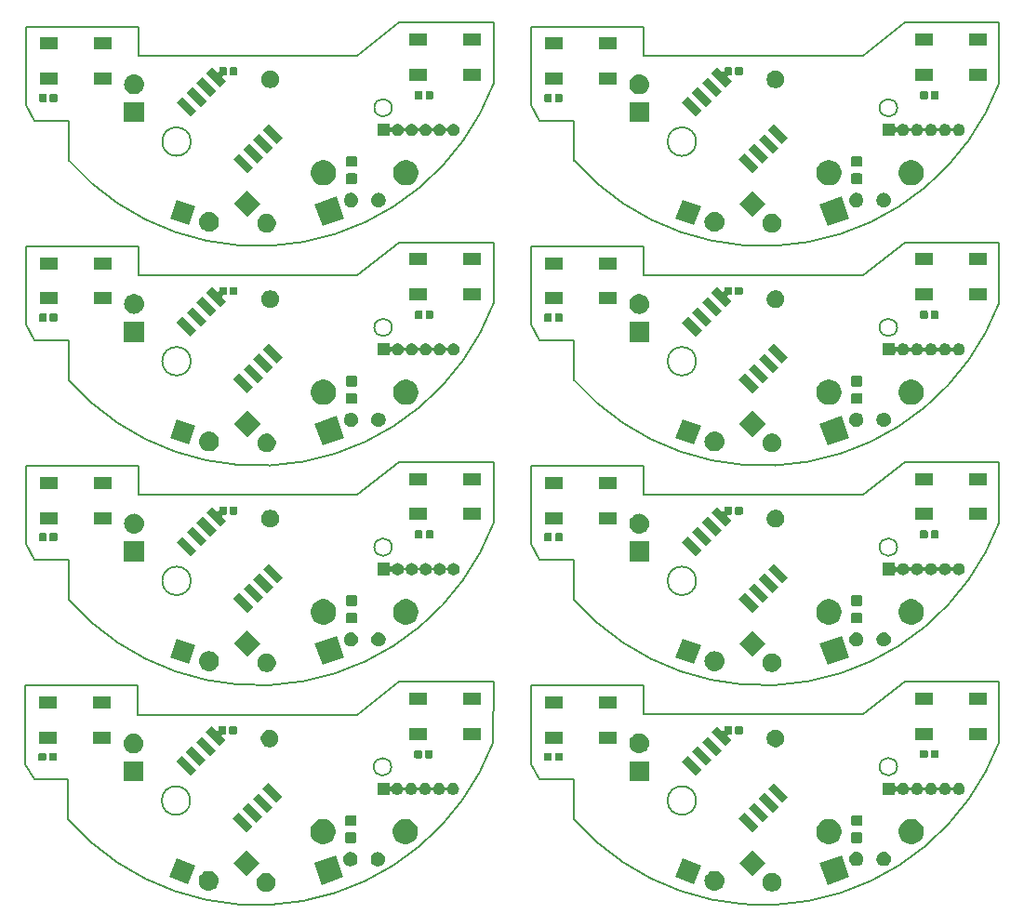
<source format=gbs>
%MOIN*%
%OFA0B0*%
%FSLAX46Y46*%
%IPPOS*%
%LPD*%
%ADD10C,0.005905511811023622*%
%ADD11C,0.0039370078740157488*%
%ADD22C,0.005905511811023622*%
%ADD23C,0.0039370078740157488*%
%ADD24C,0.005905511811023622*%
%ADD25C,0.0039370078740157488*%
%ADD26C,0.005905511811023622*%
%ADD27C,0.0039370078740157488*%
%ADD28C,0.005905511811023622*%
%ADD29C,0.0039370078740157488*%
%ADD30C,0.005905511811023622*%
%ADD31C,0.0039370078740157488*%
%ADD32C,0.005905511811023622*%
%ADD33C,0.0039370078740157488*%
%ADD34C,0.005905511811023622*%
%ADD35C,0.0039370078740157488*%
G01*
D10*
X0000154527Y0000450369D02*
X0000099409Y0000450369D01*
X0000154527Y0000306669D02*
X0000154527Y0000450369D01*
X0001677575Y0000584073D02*
G75*
G02X0000154527Y0000306669I-0000844898J0000319052D01*
G01*
X0001678149Y0000800763D02*
X0001677677Y0000584034D01*
X0001338582Y0000800763D02*
X0001678149Y0000800763D01*
X0001188976Y0000682653D02*
X0001338582Y0000800763D01*
X0000403543Y0000682653D02*
X0001188976Y0000682653D01*
X0000403543Y0000786984D02*
X0000403543Y0000682653D01*
X0000000000Y0000786984D02*
X0000403543Y0000786984D01*
X0000000000Y0000505487D02*
X0000000000Y0000786984D01*
X0000031495Y0000450369D02*
X0000000000Y0000505487D01*
X0000099409Y0000450369D02*
X0000031495Y0000450369D01*
X0001312007Y0000495645D02*
G75*
G03X0001312007Y0000495645I-0000031496D01*
G01*
X0000591535Y0000374582D02*
G75*
G03X0000591535Y0000374582I-0000051181D01*
G01*
D11*
G36*
X0000872676Y0000113776D02*
X0000878774Y0000111250D01*
X0000884261Y0000107584D01*
X0000888928Y0000102917D01*
X0000892594Y0000097430D01*
X0000895120Y0000091332D01*
X0000896407Y0000084860D01*
X0000896407Y0000078260D01*
X0000895120Y0000071787D01*
X0000892594Y0000065690D01*
X0000888928Y0000060202D01*
X0000884261Y0000055535D01*
X0000878774Y0000051869D01*
X0000872676Y0000049343D01*
X0000866203Y0000048056D01*
X0000859604Y0000048056D01*
X0000853131Y0000049343D01*
X0000847033Y0000051869D01*
X0000841546Y0000055535D01*
X0000836879Y0000060202D01*
X0000833213Y0000065690D01*
X0000830687Y0000071787D01*
X0000829400Y0000078260D01*
X0000829400Y0000084860D01*
X0000830687Y0000091332D01*
X0000833213Y0000097430D01*
X0000836879Y0000102917D01*
X0000841546Y0000107584D01*
X0000847033Y0000111250D01*
X0000853131Y0000113776D01*
X0000859604Y0000115064D01*
X0000866203Y0000115064D01*
X0000872676Y0000113776D01*
X0000872676Y0000113776D01*
G37*
G36*
X0000661273Y0000122058D02*
X0000663879Y0000121801D01*
X0000668337Y0000120449D01*
X0000670566Y0000119773D01*
X0000676023Y0000116856D01*
X0000676728Y0000116479D01*
X0000678135Y0000115324D01*
X0000682130Y0000112046D01*
X0000685408Y0000108052D01*
X0000686562Y0000106645D01*
X0000686562Y0000106645D01*
X0000689856Y0000100482D01*
X0000689856Y0000100482D01*
X0000691885Y0000093796D01*
X0000692569Y0000086842D01*
X0000691885Y0000079888D01*
X0000690577Y0000075578D01*
X0000689856Y0000073201D01*
X0000686939Y0000067744D01*
X0000686562Y0000067039D01*
X0000685455Y0000065690D01*
X0000682130Y0000061638D01*
X0000678135Y0000058360D01*
X0000676728Y0000057205D01*
X0000676728Y0000057205D01*
X0000670566Y0000053911D01*
X0000668337Y0000053235D01*
X0000663879Y0000051883D01*
X0000661273Y0000051626D01*
X0000658668Y0000051369D01*
X0000655183Y0000051369D01*
X0000652577Y0000051626D01*
X0000649972Y0000051883D01*
X0000645514Y0000053235D01*
X0000643285Y0000053911D01*
X0000637123Y0000057205D01*
X0000637123Y0000057205D01*
X0000635716Y0000058360D01*
X0000631721Y0000061638D01*
X0000628396Y0000065690D01*
X0000627288Y0000067039D01*
X0000626912Y0000067744D01*
X0000623995Y0000073201D01*
X0000623273Y0000075578D01*
X0000621966Y0000079888D01*
X0000621281Y0000086842D01*
X0000621966Y0000093796D01*
X0000623995Y0000100482D01*
X0000623995Y0000100482D01*
X0000627288Y0000106645D01*
X0000627288Y0000106645D01*
X0000628443Y0000108052D01*
X0000631721Y0000112046D01*
X0000635716Y0000115324D01*
X0000637123Y0000116479D01*
X0000637827Y0000116856D01*
X0000643285Y0000119773D01*
X0000645514Y0000120449D01*
X0000649972Y0000121801D01*
X0000652577Y0000122058D01*
X0000655183Y0000122314D01*
X0000658668Y0000122314D01*
X0000661273Y0000122058D01*
X0000661273Y0000122058D01*
G37*
G36*
X0001140960Y0000100311D02*
X0001063195Y0000072007D01*
X0001034891Y0000149772D01*
X0001112656Y0000178076D01*
X0001140960Y0000100311D01*
X0001140960Y0000100311D01*
G37*
G36*
X0000608422Y0000142245D02*
X0000584157Y0000075578D01*
X0000517491Y0000099843D01*
X0000541755Y0000166509D01*
X0000608422Y0000142245D01*
X0000608422Y0000142245D01*
G37*
G36*
X0000840688Y0000151157D02*
X0000793306Y0000103775D01*
X0000745925Y0000151157D01*
X0000793306Y0000198539D01*
X0000840688Y0000151157D01*
X0000840688Y0000151157D01*
G37*
G36*
X0001271255Y0000189581D02*
X0001275919Y0000187649D01*
X0001280117Y0000184844D01*
X0001283687Y0000181275D01*
X0001283687Y0000181274D01*
X0001283687Y0000181274D01*
X0001286492Y0000177077D01*
X0001286492Y0000177077D01*
X0001288424Y0000172412D01*
X0001289409Y0000167461D01*
X0001289409Y0000162412D01*
X0001288424Y0000157460D01*
X0001286492Y0000152796D01*
X0001283687Y0000148598D01*
X0001280117Y0000145028D01*
X0001275919Y0000142223D01*
X0001271255Y0000140291D01*
X0001266303Y0000139306D01*
X0001261255Y0000139306D01*
X0001256303Y0000140291D01*
X0001251639Y0000142223D01*
X0001247441Y0000145028D01*
X0001243871Y0000148598D01*
X0001241066Y0000152796D01*
X0001239134Y0000157460D01*
X0001238149Y0000162412D01*
X0001238149Y0000167461D01*
X0001239134Y0000172412D01*
X0001241066Y0000177077D01*
X0001241066Y0000177077D01*
X0001243871Y0000181274D01*
X0001243871Y0000181274D01*
X0001243871Y0000181275D01*
X0001247441Y0000184844D01*
X0001251639Y0000187649D01*
X0001256303Y0000189581D01*
X0001261255Y0000190566D01*
X0001266303Y0000190566D01*
X0001271255Y0000189581D01*
X0001271255Y0000189581D01*
G37*
G36*
X0001172830Y0000189581D02*
X0001177494Y0000187649D01*
X0001181692Y0000184844D01*
X0001185262Y0000181275D01*
X0001185262Y0000181274D01*
X0001185262Y0000181274D01*
X0001188067Y0000177077D01*
X0001188067Y0000177077D01*
X0001189999Y0000172412D01*
X0001190984Y0000167461D01*
X0001190984Y0000162412D01*
X0001189999Y0000157460D01*
X0001188067Y0000152796D01*
X0001185262Y0000148598D01*
X0001181692Y0000145028D01*
X0001177494Y0000142223D01*
X0001172830Y0000140291D01*
X0001167878Y0000139306D01*
X0001162829Y0000139306D01*
X0001157878Y0000140291D01*
X0001153213Y0000142223D01*
X0001149015Y0000145028D01*
X0001145446Y0000148598D01*
X0001142641Y0000152796D01*
X0001140709Y0000157460D01*
X0001139724Y0000162412D01*
X0001139724Y0000167461D01*
X0001140709Y0000172412D01*
X0001142641Y0000177077D01*
X0001142641Y0000177077D01*
X0001145446Y0000181274D01*
X0001145446Y0000181274D01*
X0001145446Y0000181275D01*
X0001149015Y0000184844D01*
X0001153213Y0000187649D01*
X0001157878Y0000189581D01*
X0001162829Y0000190566D01*
X0001167878Y0000190566D01*
X0001172830Y0000189581D01*
X0001172830Y0000189581D01*
G37*
G36*
X0001375422Y0000306935D02*
X0001383669Y0000303519D01*
X0001391091Y0000298560D01*
X0001397402Y0000292248D01*
X0001402362Y0000284826D01*
X0001405778Y0000276579D01*
X0001407519Y0000267825D01*
X0001407519Y0000258898D01*
X0001405778Y0000250144D01*
X0001402362Y0000241897D01*
X0001397402Y0000234475D01*
X0001391091Y0000228163D01*
X0001383669Y0000223204D01*
X0001375422Y0000219788D01*
X0001366667Y0000218047D01*
X0001357741Y0000218047D01*
X0001348986Y0000219788D01*
X0001340739Y0000223204D01*
X0001333317Y0000228163D01*
X0001327006Y0000234475D01*
X0001322046Y0000241897D01*
X0001318631Y0000250144D01*
X0001316889Y0000258898D01*
X0001316889Y0000267825D01*
X0001318631Y0000276579D01*
X0001322046Y0000284826D01*
X0001327006Y0000292248D01*
X0001333317Y0000298560D01*
X0001340739Y0000303519D01*
X0001348986Y0000306935D01*
X0001357741Y0000308676D01*
X0001366667Y0000308676D01*
X0001375422Y0000306935D01*
X0001375422Y0000306935D01*
G37*
G36*
X0001080146Y0000306935D02*
X0001088393Y0000303519D01*
X0001095815Y0000298560D01*
X0001102127Y0000292248D01*
X0001107086Y0000284826D01*
X0001110502Y0000276579D01*
X0001112243Y0000267825D01*
X0001112243Y0000258898D01*
X0001110502Y0000250144D01*
X0001107086Y0000241897D01*
X0001102127Y0000234475D01*
X0001095815Y0000228163D01*
X0001088393Y0000223204D01*
X0001080146Y0000219788D01*
X0001071392Y0000218047D01*
X0001062465Y0000218047D01*
X0001053711Y0000219788D01*
X0001045464Y0000223204D01*
X0001038042Y0000228163D01*
X0001031730Y0000234475D01*
X0001026771Y0000241897D01*
X0001023355Y0000250144D01*
X0001021614Y0000258898D01*
X0001021614Y0000267825D01*
X0001023355Y0000276579D01*
X0001026771Y0000284826D01*
X0001031730Y0000292248D01*
X0001038042Y0000298560D01*
X0001045464Y0000303519D01*
X0001053711Y0000306935D01*
X0001062465Y0000308676D01*
X0001071392Y0000308676D01*
X0001080146Y0000306935D01*
X0001080146Y0000306935D01*
G37*
G36*
X0001181870Y0000260309D02*
X0001183208Y0000259904D01*
X0001184441Y0000259244D01*
X0001185521Y0000258358D01*
X0001186408Y0000257277D01*
X0001187067Y0000256044D01*
X0001187473Y0000254706D01*
X0001187634Y0000253073D01*
X0001187634Y0000229403D01*
X0001187473Y0000227770D01*
X0001187067Y0000226432D01*
X0001186408Y0000225199D01*
X0001185521Y0000224118D01*
X0001184441Y0000223231D01*
X0001183208Y0000222572D01*
X0001181870Y0000222166D01*
X0001180237Y0000222006D01*
X0001153614Y0000222006D01*
X0001151981Y0000222166D01*
X0001150643Y0000222572D01*
X0001149410Y0000223231D01*
X0001148329Y0000224118D01*
X0001147442Y0000225199D01*
X0001146783Y0000226432D01*
X0001146377Y0000227770D01*
X0001146217Y0000229403D01*
X0001146217Y0000253073D01*
X0001146377Y0000254706D01*
X0001146783Y0000256044D01*
X0001147442Y0000257277D01*
X0001148329Y0000258358D01*
X0001149410Y0000259244D01*
X0001150643Y0000259904D01*
X0001151981Y0000260309D01*
X0001153614Y0000260470D01*
X0001180237Y0000260470D01*
X0001181870Y0000260309D01*
X0001181870Y0000260309D01*
G37*
G36*
X0000815454Y0000281782D02*
X0000794520Y0000260847D01*
X0000744354Y0000311012D01*
X0000765289Y0000331947D01*
X0000815454Y0000281782D01*
X0000815454Y0000281782D01*
G37*
G36*
X0001181870Y0000322317D02*
X0001183208Y0000321911D01*
X0001184441Y0000321252D01*
X0001185521Y0000320365D01*
X0001186408Y0000319285D01*
X0001187067Y0000318052D01*
X0001187473Y0000316714D01*
X0001187634Y0000315081D01*
X0001187634Y0000291411D01*
X0001187473Y0000289778D01*
X0001187067Y0000288440D01*
X0001186408Y0000287207D01*
X0001185521Y0000286126D01*
X0001184441Y0000285239D01*
X0001183208Y0000284580D01*
X0001181870Y0000284174D01*
X0001180237Y0000284013D01*
X0001153614Y0000284013D01*
X0001151981Y0000284174D01*
X0001150643Y0000284580D01*
X0001149410Y0000285239D01*
X0001148329Y0000286126D01*
X0001147442Y0000287207D01*
X0001146783Y0000288440D01*
X0001146377Y0000289778D01*
X0001146217Y0000291411D01*
X0001146217Y0000315081D01*
X0001146377Y0000316714D01*
X0001146783Y0000318052D01*
X0001147442Y0000319285D01*
X0001148329Y0000320365D01*
X0001149410Y0000321252D01*
X0001150643Y0000321911D01*
X0001151981Y0000322317D01*
X0001153614Y0000322478D01*
X0001180237Y0000322478D01*
X0001181870Y0000322317D01*
X0001181870Y0000322317D01*
G37*
G36*
X0000850810Y0000317137D02*
X0000829875Y0000296202D01*
X0000779709Y0000346368D01*
X0000800644Y0000367303D01*
X0000850810Y0000317137D01*
X0000850810Y0000317137D01*
G37*
G36*
X0000886165Y0000352492D02*
X0000865230Y0000331557D01*
X0000815065Y0000381723D01*
X0000835999Y0000402658D01*
X0000886165Y0000352492D01*
X0000886165Y0000352492D01*
G37*
G36*
X0000921520Y0000387848D02*
X0000900586Y0000366913D01*
X0000850420Y0000417078D01*
X0000871355Y0000438013D01*
X0000921520Y0000387848D01*
X0000921520Y0000387848D01*
G37*
G36*
X0001304763Y0000429611D02*
X0001304858Y0000428651D01*
X0001305138Y0000427728D01*
X0001305592Y0000426877D01*
X0001306205Y0000426131D01*
X0001306950Y0000425519D01*
X0001307801Y0000425064D01*
X0001308724Y0000424784D01*
X0001309684Y0000424690D01*
X0001310644Y0000424784D01*
X0001311568Y0000425064D01*
X0001312418Y0000425519D01*
X0001313164Y0000426131D01*
X0001314024Y0000427291D01*
X0001314946Y0000429015D01*
X0001317657Y0000432318D01*
X0001320960Y0000435029D01*
X0001324729Y0000437043D01*
X0001328818Y0000438284D01*
X0001332005Y0000438598D01*
X0001334136Y0000438598D01*
X0001337323Y0000438284D01*
X0001341412Y0000437043D01*
X0001345180Y0000435029D01*
X0001348484Y0000432318D01*
X0001351194Y0000429015D01*
X0001353209Y0000425247D01*
X0001353361Y0000424745D01*
X0001353730Y0000423854D01*
X0001354266Y0000423052D01*
X0001354948Y0000422370D01*
X0001355750Y0000421834D01*
X0001356642Y0000421464D01*
X0001357588Y0000421276D01*
X0001358553Y0000421276D01*
X0001359499Y0000421464D01*
X0001360390Y0000421834D01*
X0001361192Y0000422370D01*
X0001361874Y0000423052D01*
X0001362410Y0000423854D01*
X0001362780Y0000424745D01*
X0001362932Y0000425247D01*
X0001364946Y0000429015D01*
X0001367657Y0000432318D01*
X0001370960Y0000435029D01*
X0001374729Y0000437043D01*
X0001378818Y0000438284D01*
X0001382005Y0000438598D01*
X0001384136Y0000438598D01*
X0001387323Y0000438284D01*
X0001391412Y0000437043D01*
X0001395180Y0000435029D01*
X0001398484Y0000432318D01*
X0001401194Y0000429015D01*
X0001403209Y0000425247D01*
X0001403361Y0000424745D01*
X0001403730Y0000423854D01*
X0001404266Y0000423052D01*
X0001404948Y0000422370D01*
X0001405750Y0000421834D01*
X0001406642Y0000421464D01*
X0001407588Y0000421276D01*
X0001408553Y0000421276D01*
X0001409499Y0000421464D01*
X0001410390Y0000421834D01*
X0001411192Y0000422370D01*
X0001411874Y0000423052D01*
X0001412410Y0000423854D01*
X0001412780Y0000424745D01*
X0001412932Y0000425247D01*
X0001414946Y0000429015D01*
X0001417657Y0000432318D01*
X0001420960Y0000435029D01*
X0001424729Y0000437043D01*
X0001428818Y0000438284D01*
X0001432005Y0000438598D01*
X0001434136Y0000438598D01*
X0001437323Y0000438284D01*
X0001441412Y0000437043D01*
X0001445180Y0000435029D01*
X0001448484Y0000432318D01*
X0001451194Y0000429015D01*
X0001453209Y0000425247D01*
X0001453361Y0000424745D01*
X0001453730Y0000423854D01*
X0001454266Y0000423052D01*
X0001454948Y0000422370D01*
X0001455750Y0000421834D01*
X0001456642Y0000421464D01*
X0001457588Y0000421276D01*
X0001458553Y0000421276D01*
X0001459499Y0000421464D01*
X0001460390Y0000421834D01*
X0001461192Y0000422370D01*
X0001461874Y0000423052D01*
X0001462410Y0000423854D01*
X0001462780Y0000424745D01*
X0001462932Y0000425247D01*
X0001464946Y0000429015D01*
X0001467657Y0000432318D01*
X0001470960Y0000435029D01*
X0001474729Y0000437043D01*
X0001478818Y0000438284D01*
X0001482005Y0000438598D01*
X0001484136Y0000438598D01*
X0001487323Y0000438284D01*
X0001491412Y0000437043D01*
X0001495180Y0000435029D01*
X0001498484Y0000432318D01*
X0001501194Y0000429015D01*
X0001503209Y0000425247D01*
X0001503361Y0000424745D01*
X0001503730Y0000423854D01*
X0001504266Y0000423052D01*
X0001504948Y0000422370D01*
X0001505750Y0000421834D01*
X0001506642Y0000421464D01*
X0001507588Y0000421276D01*
X0001508553Y0000421276D01*
X0001509499Y0000421464D01*
X0001510390Y0000421834D01*
X0001511192Y0000422370D01*
X0001511874Y0000423052D01*
X0001512410Y0000423854D01*
X0001512780Y0000424745D01*
X0001512932Y0000425247D01*
X0001514946Y0000429015D01*
X0001517657Y0000432318D01*
X0001520960Y0000435029D01*
X0001524729Y0000437043D01*
X0001528818Y0000438284D01*
X0001532005Y0000438598D01*
X0001534136Y0000438598D01*
X0001537323Y0000438284D01*
X0001541412Y0000437043D01*
X0001545180Y0000435029D01*
X0001548484Y0000432318D01*
X0001551194Y0000429015D01*
X0001553209Y0000425247D01*
X0001554449Y0000421157D01*
X0001554868Y0000416905D01*
X0001554449Y0000412652D01*
X0001553209Y0000408563D01*
X0001551194Y0000404795D01*
X0001548484Y0000401491D01*
X0001545180Y0000398781D01*
X0001541412Y0000396766D01*
X0001537323Y0000395526D01*
X0001534136Y0000395212D01*
X0001532005Y0000395212D01*
X0001528818Y0000395526D01*
X0001524729Y0000396766D01*
X0001520960Y0000398781D01*
X0001517657Y0000401491D01*
X0001514946Y0000404795D01*
X0001512932Y0000408563D01*
X0001512779Y0000409065D01*
X0001512410Y0000409956D01*
X0001511874Y0000410758D01*
X0001511192Y0000411440D01*
X0001510390Y0000411976D01*
X0001509499Y0000412345D01*
X0001508553Y0000412533D01*
X0001507588Y0000412533D01*
X0001506642Y0000412345D01*
X0001505750Y0000411976D01*
X0001504948Y0000411440D01*
X0001504266Y0000410758D01*
X0001503730Y0000409956D01*
X0001503361Y0000409065D01*
X0001503209Y0000408563D01*
X0001501194Y0000404795D01*
X0001498484Y0000401491D01*
X0001495180Y0000398781D01*
X0001491412Y0000396766D01*
X0001487323Y0000395526D01*
X0001484136Y0000395212D01*
X0001482005Y0000395212D01*
X0001478818Y0000395526D01*
X0001474729Y0000396766D01*
X0001470960Y0000398781D01*
X0001467657Y0000401491D01*
X0001464946Y0000404795D01*
X0001462932Y0000408563D01*
X0001462779Y0000409065D01*
X0001462410Y0000409956D01*
X0001461874Y0000410758D01*
X0001461192Y0000411440D01*
X0001460390Y0000411976D01*
X0001459499Y0000412345D01*
X0001458553Y0000412533D01*
X0001457588Y0000412533D01*
X0001456642Y0000412345D01*
X0001455750Y0000411976D01*
X0001454948Y0000411440D01*
X0001454266Y0000410758D01*
X0001453730Y0000409956D01*
X0001453361Y0000409065D01*
X0001453209Y0000408563D01*
X0001451194Y0000404795D01*
X0001448484Y0000401491D01*
X0001445180Y0000398781D01*
X0001441412Y0000396766D01*
X0001437323Y0000395526D01*
X0001434136Y0000395212D01*
X0001432005Y0000395212D01*
X0001428818Y0000395526D01*
X0001424729Y0000396766D01*
X0001420960Y0000398781D01*
X0001417657Y0000401491D01*
X0001414946Y0000404795D01*
X0001412932Y0000408563D01*
X0001412779Y0000409065D01*
X0001412410Y0000409956D01*
X0001411874Y0000410758D01*
X0001411192Y0000411440D01*
X0001410390Y0000411976D01*
X0001409499Y0000412345D01*
X0001408553Y0000412533D01*
X0001407588Y0000412533D01*
X0001406642Y0000412345D01*
X0001405750Y0000411976D01*
X0001404948Y0000411440D01*
X0001404266Y0000410758D01*
X0001403730Y0000409956D01*
X0001403361Y0000409065D01*
X0001403209Y0000408563D01*
X0001401194Y0000404795D01*
X0001398484Y0000401491D01*
X0001395180Y0000398781D01*
X0001391412Y0000396766D01*
X0001387323Y0000395526D01*
X0001384136Y0000395212D01*
X0001382005Y0000395212D01*
X0001378818Y0000395526D01*
X0001374729Y0000396766D01*
X0001370960Y0000398781D01*
X0001367657Y0000401491D01*
X0001364946Y0000404795D01*
X0001362932Y0000408563D01*
X0001362779Y0000409065D01*
X0001362410Y0000409956D01*
X0001361874Y0000410758D01*
X0001361192Y0000411440D01*
X0001360390Y0000411976D01*
X0001359499Y0000412345D01*
X0001358553Y0000412533D01*
X0001357588Y0000412533D01*
X0001356642Y0000412345D01*
X0001355750Y0000411976D01*
X0001354948Y0000411440D01*
X0001354266Y0000410758D01*
X0001353730Y0000409956D01*
X0001353361Y0000409065D01*
X0001353209Y0000408563D01*
X0001351194Y0000404795D01*
X0001348484Y0000401491D01*
X0001345180Y0000398781D01*
X0001341412Y0000396766D01*
X0001337323Y0000395526D01*
X0001334136Y0000395212D01*
X0001332005Y0000395212D01*
X0001328818Y0000395526D01*
X0001324729Y0000396766D01*
X0001320960Y0000398781D01*
X0001317657Y0000401491D01*
X0001314946Y0000404795D01*
X0001314024Y0000406519D01*
X0001313489Y0000407321D01*
X0001312806Y0000408003D01*
X0001312004Y0000408539D01*
X0001311113Y0000408908D01*
X0001310167Y0000409096D01*
X0001309202Y0000409096D01*
X0001308256Y0000408908D01*
X0001307365Y0000408539D01*
X0001306562Y0000408003D01*
X0001305880Y0000407321D01*
X0001305344Y0000406518D01*
X0001304975Y0000405627D01*
X0001304763Y0000404199D01*
X0001304763Y0000395212D01*
X0001261377Y0000395212D01*
X0001261377Y0000438598D01*
X0001304763Y0000438598D01*
X0001304763Y0000429611D01*
X0001304763Y0000429611D01*
G37*
G36*
X0000423267Y0000444425D02*
X0000352322Y0000444425D01*
X0000352322Y0000515369D01*
X0000423267Y0000515369D01*
X0000423267Y0000444425D01*
X0000423267Y0000444425D01*
G37*
G36*
X0000612231Y0000485005D02*
X0000591296Y0000464070D01*
X0000541130Y0000514236D01*
X0000562065Y0000535171D01*
X0000612231Y0000485005D01*
X0000612231Y0000485005D01*
G37*
G36*
X0000647586Y0000520361D02*
X0000626651Y0000499426D01*
X0000576486Y0000549591D01*
X0000597420Y0000570526D01*
X0000647586Y0000520361D01*
X0000647586Y0000520361D01*
G37*
G36*
X0000109328Y0000545577D02*
X0000110139Y0000545331D01*
X0000110887Y0000544931D01*
X0000111543Y0000544393D01*
X0000112081Y0000543738D01*
X0000112481Y0000542990D01*
X0000112727Y0000542178D01*
X0000112834Y0000541092D01*
X0000112834Y0000521064D01*
X0000112727Y0000519978D01*
X0000112481Y0000519166D01*
X0000112081Y0000518418D01*
X0000111543Y0000517763D01*
X0000110887Y0000517225D01*
X0000110139Y0000516825D01*
X0000109328Y0000516579D01*
X0000108242Y0000516472D01*
X0000090182Y0000516472D01*
X0000089096Y0000516579D01*
X0000088285Y0000516825D01*
X0000087537Y0000517225D01*
X0000086881Y0000517763D01*
X0000086343Y0000518418D01*
X0000085943Y0000519166D01*
X0000085697Y0000519978D01*
X0000085590Y0000521064D01*
X0000085590Y0000541092D01*
X0000085697Y0000542178D01*
X0000085943Y0000542990D01*
X0000086343Y0000543738D01*
X0000086881Y0000544393D01*
X0000087537Y0000544931D01*
X0000088285Y0000545331D01*
X0000089096Y0000545577D01*
X0000090182Y0000545684D01*
X0000108242Y0000545684D01*
X0000109328Y0000545577D01*
X0000109328Y0000545577D01*
G37*
G36*
X0000071139Y0000545577D02*
X0000071950Y0000545331D01*
X0000072698Y0000544931D01*
X0000073354Y0000544393D01*
X0000073892Y0000543738D01*
X0000074292Y0000542990D01*
X0000074538Y0000542178D01*
X0000074645Y0000541092D01*
X0000074645Y0000521064D01*
X0000074538Y0000519978D01*
X0000074292Y0000519166D01*
X0000073892Y0000518418D01*
X0000073354Y0000517763D01*
X0000072698Y0000517225D01*
X0000071950Y0000516825D01*
X0000071139Y0000516579D01*
X0000070053Y0000516472D01*
X0000051993Y0000516472D01*
X0000050907Y0000516579D01*
X0000050096Y0000516825D01*
X0000049348Y0000517225D01*
X0000048692Y0000517763D01*
X0000048154Y0000518418D01*
X0000047754Y0000519166D01*
X0000047508Y0000519978D01*
X0000047401Y0000521064D01*
X0000047401Y0000541092D01*
X0000047508Y0000542178D01*
X0000047754Y0000542990D01*
X0000048154Y0000543738D01*
X0000048692Y0000544393D01*
X0000049348Y0000544931D01*
X0000050096Y0000545331D01*
X0000050907Y0000545577D01*
X0000051993Y0000545684D01*
X0000070053Y0000545684D01*
X0000071139Y0000545577D01*
X0000071139Y0000545577D01*
G37*
G36*
X0001418186Y0000555420D02*
X0001418998Y0000555174D01*
X0001419746Y0000554774D01*
X0001420401Y0000554236D01*
X0001420939Y0000553580D01*
X0001421339Y0000552832D01*
X0001421585Y0000552020D01*
X0001421692Y0000550935D01*
X0001421692Y0000530906D01*
X0001421585Y0000529821D01*
X0001421339Y0000529009D01*
X0001420939Y0000528261D01*
X0001420401Y0000527605D01*
X0001419746Y0000527067D01*
X0001418998Y0000526667D01*
X0001418186Y0000526421D01*
X0001417100Y0000526314D01*
X0001399040Y0000526314D01*
X0001397955Y0000526421D01*
X0001397143Y0000526667D01*
X0001396395Y0000527067D01*
X0001395739Y0000527605D01*
X0001395201Y0000528261D01*
X0001394801Y0000529009D01*
X0001394555Y0000529821D01*
X0001394448Y0000530906D01*
X0001394448Y0000550935D01*
X0001394555Y0000552020D01*
X0001394801Y0000552832D01*
X0001395201Y0000553580D01*
X0001395739Y0000554236D01*
X0001396395Y0000554774D01*
X0001397143Y0000555174D01*
X0001397955Y0000555420D01*
X0001399040Y0000555527D01*
X0001417100Y0000555527D01*
X0001418186Y0000555420D01*
X0001418186Y0000555420D01*
G37*
G36*
X0001456375Y0000555420D02*
X0001457187Y0000555174D01*
X0001457935Y0000554774D01*
X0001458590Y0000554236D01*
X0001459128Y0000553580D01*
X0001459528Y0000552832D01*
X0001459774Y0000552020D01*
X0001459881Y0000550935D01*
X0001459881Y0000530906D01*
X0001459774Y0000529821D01*
X0001459528Y0000529009D01*
X0001459128Y0000528261D01*
X0001458590Y0000527605D01*
X0001457935Y0000527067D01*
X0001457187Y0000526667D01*
X0001456375Y0000526421D01*
X0001455289Y0000526314D01*
X0001437229Y0000526314D01*
X0001436144Y0000526421D01*
X0001435332Y0000526667D01*
X0001434584Y0000527067D01*
X0001433928Y0000527605D01*
X0001433390Y0000528261D01*
X0001432990Y0000529009D01*
X0001432744Y0000529821D01*
X0001432637Y0000530906D01*
X0001432637Y0000550935D01*
X0001432744Y0000552020D01*
X0001432990Y0000552832D01*
X0001433390Y0000553580D01*
X0001433928Y0000554236D01*
X0001434584Y0000554774D01*
X0001435332Y0000555174D01*
X0001436144Y0000555420D01*
X0001437229Y0000555527D01*
X0001455289Y0000555527D01*
X0001456375Y0000555420D01*
X0001456375Y0000555420D01*
G37*
G36*
X0000682941Y0000555716D02*
X0000662007Y0000534781D01*
X0000611841Y0000584947D01*
X0000632776Y0000605882D01*
X0000682941Y0000555716D01*
X0000682941Y0000555716D01*
G37*
G36*
X0000392143Y0000615113D02*
X0000394748Y0000614856D01*
X0000398130Y0000613830D01*
X0000401435Y0000612828D01*
X0000404843Y0000611006D01*
X0000407597Y0000609534D01*
X0000409004Y0000608379D01*
X0000412999Y0000605101D01*
X0000416277Y0000601107D01*
X0000417432Y0000599700D01*
X0000417432Y0000599700D01*
X0000420725Y0000593537D01*
X0000420725Y0000593537D01*
X0000422754Y0000586851D01*
X0000423439Y0000579897D01*
X0000422754Y0000572943D01*
X0000422021Y0000570526D01*
X0000420725Y0000566257D01*
X0000417808Y0000560799D01*
X0000417432Y0000560094D01*
X0000416277Y0000558687D01*
X0000412999Y0000554693D01*
X0000409004Y0000551415D01*
X0000407597Y0000550260D01*
X0000407597Y0000550260D01*
X0000401435Y0000546966D01*
X0000399206Y0000546290D01*
X0000394748Y0000544938D01*
X0000392143Y0000544681D01*
X0000389537Y0000544425D01*
X0000386052Y0000544425D01*
X0000383446Y0000544681D01*
X0000380841Y0000544938D01*
X0000376383Y0000546290D01*
X0000374154Y0000546966D01*
X0000367992Y0000550260D01*
X0000367992Y0000550260D01*
X0000366585Y0000551415D01*
X0000362590Y0000554693D01*
X0000359312Y0000558687D01*
X0000358158Y0000560094D01*
X0000357781Y0000560799D01*
X0000354864Y0000566257D01*
X0000353569Y0000570526D01*
X0000352835Y0000572943D01*
X0000352151Y0000579897D01*
X0000352835Y0000586851D01*
X0000354864Y0000593537D01*
X0000354864Y0000593537D01*
X0000358158Y0000599700D01*
X0000358158Y0000599700D01*
X0000359312Y0000601107D01*
X0000362590Y0000605101D01*
X0000366585Y0000608379D01*
X0000367992Y0000609534D01*
X0000370746Y0000611006D01*
X0000374154Y0000612828D01*
X0000377460Y0000613830D01*
X0000380841Y0000614856D01*
X0000383447Y0000615113D01*
X0000386052Y0000615369D01*
X0000389537Y0000615369D01*
X0000392143Y0000615113D01*
X0000392143Y0000615113D01*
G37*
G36*
X0000885124Y0000627765D02*
X0000890863Y0000625388D01*
X0000896028Y0000621937D01*
X0000900420Y0000617545D01*
X0000903872Y0000612379D01*
X0000906249Y0000606640D01*
X0000907461Y0000600548D01*
X0000907461Y0000594336D01*
X0000906249Y0000588243D01*
X0000903872Y0000582504D01*
X0000900420Y0000577339D01*
X0000896028Y0000572947D01*
X0000890863Y0000569495D01*
X0000885124Y0000567118D01*
X0000879031Y0000565906D01*
X0000872819Y0000565906D01*
X0000866727Y0000567118D01*
X0000860988Y0000569495D01*
X0000855823Y0000572947D01*
X0000851430Y0000577339D01*
X0000847979Y0000582504D01*
X0000845602Y0000588243D01*
X0000844390Y0000594336D01*
X0000844390Y0000600548D01*
X0000845602Y0000606640D01*
X0000847979Y0000612379D01*
X0000851430Y0000617545D01*
X0000855823Y0000621937D01*
X0000860988Y0000625388D01*
X0000866727Y0000627765D01*
X0000872819Y0000628977D01*
X0000879031Y0000628977D01*
X0000885124Y0000627765D01*
X0000885124Y0000627765D01*
G37*
G36*
X0000684608Y0000624760D02*
X0000685353Y0000624148D01*
X0000686204Y0000623694D01*
X0000687127Y0000623413D01*
X0000688088Y0000623319D01*
X0000689048Y0000623413D01*
X0000689971Y0000623694D01*
X0000690822Y0000624148D01*
X0000691567Y0000624760D01*
X0000692179Y0000625506D01*
X0000692634Y0000626357D01*
X0000692914Y0000627280D01*
X0000693009Y0000628240D01*
X0000693009Y0000636456D01*
X0000693116Y0000637542D01*
X0000693362Y0000638353D01*
X0000693762Y0000639102D01*
X0000694300Y0000639757D01*
X0000694955Y0000640295D01*
X0000695703Y0000640695D01*
X0000696515Y0000640941D01*
X0000697601Y0000641048D01*
X0000715661Y0000641048D01*
X0000716747Y0000640941D01*
X0000717558Y0000640695D01*
X0000718306Y0000640295D01*
X0000718962Y0000639757D01*
X0000719500Y0000639102D01*
X0000719900Y0000638353D01*
X0000720146Y0000637542D01*
X0000720253Y0000636456D01*
X0000720253Y0000616428D01*
X0000720146Y0000615342D01*
X0000719900Y0000614530D01*
X0000719500Y0000613782D01*
X0000718962Y0000613127D01*
X0000718306Y0000612589D01*
X0000717558Y0000612189D01*
X0000716747Y0000611942D01*
X0000715661Y0000611836D01*
X0000709413Y0000611836D01*
X0000708453Y0000611741D01*
X0000707530Y0000611461D01*
X0000706679Y0000611006D01*
X0000705934Y0000610394D01*
X0000705322Y0000609648D01*
X0000704867Y0000608798D01*
X0000704587Y0000607874D01*
X0000704492Y0000606914D01*
X0000704587Y0000605954D01*
X0000704867Y0000605031D01*
X0000705322Y0000604180D01*
X0000705934Y0000603434D01*
X0000718297Y0000591071D01*
X0000697362Y0000570136D01*
X0000647196Y0000620302D01*
X0000668131Y0000641237D01*
X0000684608Y0000624760D01*
X0000684608Y0000624760D01*
G37*
G36*
X0000307125Y0000578286D02*
X0000244054Y0000578286D01*
X0000244054Y0000621671D01*
X0000307125Y0000621671D01*
X0000307125Y0000578286D01*
X0000307125Y0000578286D01*
G37*
G36*
X0000114212Y0000578286D02*
X0000051141Y0000578286D01*
X0000051141Y0000621671D01*
X0000114212Y0000621671D01*
X0000114212Y0000578286D01*
X0000114212Y0000578286D01*
G37*
G36*
X0001631928Y0000592062D02*
X0001568858Y0000592062D01*
X0001568858Y0000635448D01*
X0001631928Y0000635448D01*
X0001631928Y0000592062D01*
X0001631928Y0000592062D01*
G37*
G36*
X0001439015Y0000592062D02*
X0001375944Y0000592062D01*
X0001375944Y0000635448D01*
X0001439015Y0000635448D01*
X0001439015Y0000592062D01*
X0001439015Y0000592062D01*
G37*
G36*
X0000754935Y0000640941D02*
X0000755747Y0000640695D01*
X0000756495Y0000640295D01*
X0000757151Y0000639757D01*
X0000757689Y0000639102D01*
X0000758089Y0000638353D01*
X0000758335Y0000637542D01*
X0000758442Y0000636456D01*
X0000758442Y0000616428D01*
X0000758335Y0000615342D01*
X0000758089Y0000614530D01*
X0000757689Y0000613782D01*
X0000757151Y0000613127D01*
X0000756495Y0000612589D01*
X0000755747Y0000612189D01*
X0000754935Y0000611942D01*
X0000753850Y0000611836D01*
X0000735790Y0000611836D01*
X0000734704Y0000611942D01*
X0000733892Y0000612189D01*
X0000733144Y0000612589D01*
X0000732489Y0000613127D01*
X0000731951Y0000613782D01*
X0000731551Y0000614530D01*
X0000731305Y0000615342D01*
X0000731198Y0000616428D01*
X0000731198Y0000636456D01*
X0000731305Y0000637542D01*
X0000731551Y0000638353D01*
X0000731951Y0000639102D01*
X0000732489Y0000639757D01*
X0000733144Y0000640295D01*
X0000733892Y0000640695D01*
X0000734704Y0000640941D01*
X0000735790Y0000641048D01*
X0000753850Y0000641048D01*
X0000754935Y0000640941D01*
X0000754935Y0000640941D01*
G37*
G36*
X0000114212Y0000704270D02*
X0000051141Y0000704270D01*
X0000051141Y0000747656D01*
X0000114212Y0000747656D01*
X0000114212Y0000704270D01*
X0000114212Y0000704270D01*
G37*
G36*
X0000307125Y0000704270D02*
X0000244054Y0000704270D01*
X0000244054Y0000747656D01*
X0000307125Y0000747656D01*
X0000307125Y0000704270D01*
X0000307125Y0000704270D01*
G37*
G36*
X0001439015Y0000718047D02*
X0001375944Y0000718047D01*
X0001375944Y0000761432D01*
X0001439015Y0000761432D01*
X0001439015Y0000718047D01*
X0001439015Y0000718047D01*
G37*
G36*
X0001631928Y0000718047D02*
X0001568858Y0000718047D01*
X0001568858Y0000761432D01*
X0001631928Y0000761432D01*
X0001631928Y0000718047D01*
X0001631928Y0000718047D01*
G37*
G04 next file*
G04 Gerber Fmt 4.6, Leading zero omitted, Abs format (unit mm)*
G04 Created by KiCad (PCBNEW 5.0.1-33cea8e~68~ubuntu18.04.1) date Di 04 Dez 2018 23:45:32 CET*
G01*
G04 APERTURE LIST*
G04 APERTURE END LIST*
D22*
X0001967519Y0000450787D02*
X0001912401Y0000450787D01*
X0001967519Y0000307086D02*
X0001967519Y0000450787D01*
X0003490567Y0000584490D02*
G75*
G02X0001967519Y0000307086I-0000844898J0000319052D01*
G01*
X0003491141Y0000801181D02*
X0003490669Y0000584452D01*
X0003151574Y0000801181D02*
X0003491141Y0000801181D01*
X0003001968Y0000683070D02*
X0003151574Y0000801181D01*
X0002216535Y0000683070D02*
X0003001968Y0000683070D01*
X0002216535Y0000787401D02*
X0002216535Y0000683070D01*
X0001812992Y0000787401D02*
X0002216535Y0000787401D01*
X0001812992Y0000505905D02*
X0001812992Y0000787401D01*
X0001844488Y0000450787D02*
X0001812992Y0000505905D01*
X0001912401Y0000450787D02*
X0001844488Y0000450787D01*
X0003125000Y0000496062D02*
G75*
G03X0003125000Y0000496062I-0000031496D01*
G01*
X0002404527Y0000375000D02*
G75*
G03X0002404527Y0000375000I-0000051181D01*
G01*
D23*
G36*
X0002685669Y0000114194D02*
X0002691766Y0000111668D01*
X0002697253Y0000108001D01*
X0002701920Y0000103335D01*
X0002705587Y0000097847D01*
X0002708112Y0000091750D01*
X0002709400Y0000085277D01*
X0002709400Y0000078677D01*
X0002708112Y0000072204D01*
X0002705587Y0000066107D01*
X0002701920Y0000060620D01*
X0002697253Y0000055953D01*
X0002691766Y0000052286D01*
X0002685669Y0000049761D01*
X0002679196Y0000048473D01*
X0002672596Y0000048473D01*
X0002666123Y0000049761D01*
X0002660026Y0000052286D01*
X0002654538Y0000055953D01*
X0002649872Y0000060620D01*
X0002646205Y0000066107D01*
X0002643679Y0000072204D01*
X0002642392Y0000078677D01*
X0002642392Y0000085277D01*
X0002643679Y0000091750D01*
X0002646205Y0000097847D01*
X0002649872Y0000103335D01*
X0002654538Y0000108001D01*
X0002660026Y0000111668D01*
X0002666123Y0000114194D01*
X0002672596Y0000115481D01*
X0002679196Y0000115481D01*
X0002685669Y0000114194D01*
X0002685669Y0000114194D01*
G37*
G36*
X0002474266Y0000122475D02*
X0002476871Y0000122219D01*
X0002481329Y0000120866D01*
X0002483558Y0000120190D01*
X0002489016Y0000117273D01*
X0002489720Y0000116896D01*
X0002491127Y0000115742D01*
X0002495122Y0000112463D01*
X0002498400Y0000108469D01*
X0002499555Y0000107062D01*
X0002499555Y0000107062D01*
X0002502848Y0000100900D01*
X0002502848Y0000100900D01*
X0002504877Y0000094213D01*
X0002505562Y0000087259D01*
X0002504877Y0000080305D01*
X0002503570Y0000075996D01*
X0002502848Y0000073619D01*
X0002499931Y0000068161D01*
X0002499555Y0000067457D01*
X0002498447Y0000066107D01*
X0002495122Y0000062055D01*
X0002491127Y0000058777D01*
X0002489720Y0000057622D01*
X0002489720Y0000057622D01*
X0002483558Y0000054329D01*
X0002481329Y0000053652D01*
X0002476871Y0000052300D01*
X0002474266Y0000052043D01*
X0002471660Y0000051787D01*
X0002468175Y0000051787D01*
X0002465570Y0000052043D01*
X0002462964Y0000052300D01*
X0002458506Y0000053652D01*
X0002456277Y0000054329D01*
X0002450115Y0000057622D01*
X0002450115Y0000057622D01*
X0002448708Y0000058777D01*
X0002444713Y0000062055D01*
X0002441388Y0000066107D01*
X0002440281Y0000067457D01*
X0002439904Y0000068161D01*
X0002436987Y0000073619D01*
X0002436266Y0000075996D01*
X0002434958Y0000080305D01*
X0002434274Y0000087259D01*
X0002434958Y0000094213D01*
X0002436987Y0000100900D01*
X0002436987Y0000100900D01*
X0002440281Y0000107062D01*
X0002440281Y0000107062D01*
X0002441435Y0000108469D01*
X0002444713Y0000112463D01*
X0002448708Y0000115742D01*
X0002450115Y0000116896D01*
X0002450820Y0000117273D01*
X0002456277Y0000120190D01*
X0002458506Y0000120866D01*
X0002462964Y0000122219D01*
X0002465569Y0000122475D01*
X0002468175Y0000122732D01*
X0002471660Y0000122732D01*
X0002474266Y0000122475D01*
X0002474266Y0000122475D01*
G37*
G36*
X0002953952Y0000100729D02*
X0002876187Y0000072425D01*
X0002847883Y0000150190D01*
X0002925648Y0000178494D01*
X0002953952Y0000100729D01*
X0002953952Y0000100729D01*
G37*
G36*
X0002421414Y0000142662D02*
X0002397149Y0000075996D01*
X0002330483Y0000100260D01*
X0002354747Y0000166927D01*
X0002421414Y0000142662D01*
X0002421414Y0000142662D01*
G37*
G36*
X0002653680Y0000151574D02*
X0002606299Y0000104193D01*
X0002558917Y0000151574D01*
X0002606299Y0000198956D01*
X0002653680Y0000151574D01*
X0002653680Y0000151574D01*
G37*
G36*
X0003084247Y0000189999D02*
X0003088911Y0000188067D01*
X0003093109Y0000185262D01*
X0003096679Y0000181692D01*
X0003096679Y0000181692D01*
X0003096679Y0000181692D01*
X0003099484Y0000177494D01*
X0003099484Y0000177494D01*
X0003101416Y0000172830D01*
X0003102401Y0000167878D01*
X0003102401Y0000162829D01*
X0003101416Y0000157878D01*
X0003099484Y0000153214D01*
X0003096679Y0000149016D01*
X0003093109Y0000145446D01*
X0003088911Y0000142641D01*
X0003084247Y0000140709D01*
X0003079296Y0000139724D01*
X0003074247Y0000139724D01*
X0003069295Y0000140709D01*
X0003064631Y0000142641D01*
X0003060433Y0000145446D01*
X0003056863Y0000149016D01*
X0003054058Y0000153214D01*
X0003052126Y0000157878D01*
X0003051141Y0000162829D01*
X0003051141Y0000167878D01*
X0003052126Y0000172830D01*
X0003054058Y0000177494D01*
X0003054058Y0000177494D01*
X0003056863Y0000181692D01*
X0003056863Y0000181692D01*
X0003056863Y0000181692D01*
X0003060433Y0000185262D01*
X0003064631Y0000188067D01*
X0003069295Y0000189999D01*
X0003074247Y0000190984D01*
X0003079296Y0000190984D01*
X0003084247Y0000189999D01*
X0003084247Y0000189999D01*
G37*
G36*
X0002985822Y0000189999D02*
X0002990486Y0000188067D01*
X0002994684Y0000185262D01*
X0002998254Y0000181692D01*
X0002998254Y0000181692D01*
X0002998254Y0000181692D01*
X0003001059Y0000177494D01*
X0003001059Y0000177494D01*
X0003002991Y0000172830D01*
X0003003976Y0000167878D01*
X0003003976Y0000162829D01*
X0003002991Y0000157878D01*
X0003001059Y0000153214D01*
X0002998254Y0000149016D01*
X0002994684Y0000145446D01*
X0002990486Y0000142641D01*
X0002985822Y0000140709D01*
X0002980870Y0000139724D01*
X0002975822Y0000139724D01*
X0002970870Y0000140709D01*
X0002966206Y0000142641D01*
X0002962008Y0000145446D01*
X0002958438Y0000149016D01*
X0002955633Y0000153214D01*
X0002953701Y0000157878D01*
X0002952716Y0000162829D01*
X0002952716Y0000167878D01*
X0002953701Y0000172830D01*
X0002955633Y0000177494D01*
X0002955633Y0000177494D01*
X0002958438Y0000181692D01*
X0002958438Y0000181692D01*
X0002958438Y0000181692D01*
X0002962008Y0000185262D01*
X0002966206Y0000188067D01*
X0002970870Y0000189999D01*
X0002975822Y0000190984D01*
X0002980870Y0000190984D01*
X0002985822Y0000189999D01*
X0002985822Y0000189999D01*
G37*
G36*
X0003188414Y0000307353D02*
X0003196661Y0000303937D01*
X0003204083Y0000298977D01*
X0003210395Y0000292666D01*
X0003215354Y0000285244D01*
X0003218770Y0000276997D01*
X0003220511Y0000268242D01*
X0003220511Y0000259316D01*
X0003218770Y0000250561D01*
X0003215354Y0000242314D01*
X0003210395Y0000234892D01*
X0003204083Y0000228581D01*
X0003196661Y0000223621D01*
X0003188414Y0000220205D01*
X0003179660Y0000218464D01*
X0003170733Y0000218464D01*
X0003161978Y0000220205D01*
X0003153732Y0000223621D01*
X0003146310Y0000228581D01*
X0003139998Y0000234892D01*
X0003135039Y0000242314D01*
X0003131623Y0000250561D01*
X0003129881Y0000259316D01*
X0003129881Y0000268242D01*
X0003131623Y0000276997D01*
X0003135039Y0000285244D01*
X0003139998Y0000292666D01*
X0003146310Y0000298977D01*
X0003153732Y0000303937D01*
X0003161978Y0000307353D01*
X0003170733Y0000309094D01*
X0003179660Y0000309094D01*
X0003188414Y0000307353D01*
X0003188414Y0000307353D01*
G37*
G36*
X0002893139Y0000307353D02*
X0002901385Y0000303937D01*
X0002908807Y0000298977D01*
X0002915119Y0000292666D01*
X0002920078Y0000285244D01*
X0002923494Y0000276997D01*
X0002925236Y0000268242D01*
X0002925236Y0000259316D01*
X0002923494Y0000250561D01*
X0002920078Y0000242314D01*
X0002915119Y0000234892D01*
X0002908807Y0000228581D01*
X0002901385Y0000223621D01*
X0002893139Y0000220205D01*
X0002884384Y0000218464D01*
X0002875458Y0000218464D01*
X0002866703Y0000220205D01*
X0002858456Y0000223621D01*
X0002851034Y0000228581D01*
X0002844722Y0000234892D01*
X0002839763Y0000242314D01*
X0002836347Y0000250561D01*
X0002834606Y0000259316D01*
X0002834606Y0000268242D01*
X0002836347Y0000276997D01*
X0002839763Y0000285244D01*
X0002844722Y0000292666D01*
X0002851034Y0000298977D01*
X0002858456Y0000303937D01*
X0002866703Y0000307353D01*
X0002875458Y0000309094D01*
X0002884384Y0000309094D01*
X0002893139Y0000307353D01*
X0002893139Y0000307353D01*
G37*
G36*
X0002994862Y0000260727D02*
X0002996200Y0000260321D01*
X0002997433Y0000259662D01*
X0002998514Y0000258775D01*
X0002999401Y0000257694D01*
X0003000060Y0000256461D01*
X0003000465Y0000255124D01*
X0003000626Y0000253490D01*
X0003000626Y0000229820D01*
X0003000465Y0000228187D01*
X0003000060Y0000226850D01*
X0002999401Y0000225617D01*
X0002998514Y0000224536D01*
X0002997433Y0000223649D01*
X0002996200Y0000222990D01*
X0002994862Y0000222584D01*
X0002993229Y0000222423D01*
X0002966606Y0000222423D01*
X0002964973Y0000222584D01*
X0002963635Y0000222990D01*
X0002962402Y0000223649D01*
X0002961322Y0000224536D01*
X0002960435Y0000225617D01*
X0002959776Y0000226850D01*
X0002959370Y0000228187D01*
X0002959209Y0000229820D01*
X0002959209Y0000253490D01*
X0002959370Y0000255124D01*
X0002959776Y0000256461D01*
X0002960435Y0000257694D01*
X0002961322Y0000258775D01*
X0002962402Y0000259662D01*
X0002963635Y0000260321D01*
X0002964973Y0000260727D01*
X0002966606Y0000260888D01*
X0002993229Y0000260888D01*
X0002994862Y0000260727D01*
X0002994862Y0000260727D01*
G37*
G36*
X0002628447Y0000282199D02*
X0002607512Y0000261264D01*
X0002557346Y0000311430D01*
X0002578281Y0000332365D01*
X0002628447Y0000282199D01*
X0002628447Y0000282199D01*
G37*
G36*
X0002994862Y0000322735D02*
X0002996200Y0000322329D01*
X0002997433Y0000321670D01*
X0002998514Y0000320783D01*
X0002999401Y0000319702D01*
X0003000060Y0000318469D01*
X0003000465Y0000317131D01*
X0003000626Y0000315498D01*
X0003000626Y0000291828D01*
X0003000465Y0000290195D01*
X0003000060Y0000288857D01*
X0002999401Y0000287624D01*
X0002998514Y0000286544D01*
X0002997433Y0000285657D01*
X0002996200Y0000284998D01*
X0002994862Y0000284592D01*
X0002993229Y0000284431D01*
X0002966606Y0000284431D01*
X0002964973Y0000284592D01*
X0002963635Y0000284998D01*
X0002962402Y0000285657D01*
X0002961322Y0000286544D01*
X0002960435Y0000287624D01*
X0002959776Y0000288857D01*
X0002959370Y0000290195D01*
X0002959209Y0000291828D01*
X0002959209Y0000315498D01*
X0002959370Y0000317131D01*
X0002959776Y0000318469D01*
X0002960435Y0000319702D01*
X0002961322Y0000320783D01*
X0002962402Y0000321670D01*
X0002963635Y0000322329D01*
X0002964973Y0000322735D01*
X0002966606Y0000322896D01*
X0002993229Y0000322896D01*
X0002994862Y0000322735D01*
X0002994862Y0000322735D01*
G37*
G36*
X0002663802Y0000317554D02*
X0002642867Y0000296620D01*
X0002592702Y0000346785D01*
X0002613636Y0000367720D01*
X0002663802Y0000317554D01*
X0002663802Y0000317554D01*
G37*
G36*
X0002699157Y0000352910D02*
X0002678222Y0000331975D01*
X0002628057Y0000382141D01*
X0002648992Y0000403075D01*
X0002699157Y0000352910D01*
X0002699157Y0000352910D01*
G37*
G36*
X0002734513Y0000388265D02*
X0002713578Y0000367330D01*
X0002663412Y0000417496D01*
X0002684347Y0000438431D01*
X0002734513Y0000388265D01*
X0002734513Y0000388265D01*
G37*
G36*
X0003117755Y0000430029D02*
X0003117850Y0000429068D01*
X0003118130Y0000428145D01*
X0003118585Y0000427294D01*
X0003119197Y0000426549D01*
X0003119943Y0000425937D01*
X0003120793Y0000425482D01*
X0003121717Y0000425202D01*
X0003122677Y0000425107D01*
X0003123637Y0000425202D01*
X0003124560Y0000425482D01*
X0003125411Y0000425937D01*
X0003126157Y0000426549D01*
X0003127017Y0000427708D01*
X0003127938Y0000429433D01*
X0003130649Y0000432736D01*
X0003133952Y0000435447D01*
X0003137721Y0000437461D01*
X0003141810Y0000438701D01*
X0003144997Y0000439015D01*
X0003147128Y0000439015D01*
X0003150315Y0000438701D01*
X0003154404Y0000437461D01*
X0003158173Y0000435447D01*
X0003161476Y0000432736D01*
X0003164187Y0000429433D01*
X0003166201Y0000425664D01*
X0003166353Y0000425163D01*
X0003166722Y0000424271D01*
X0003167258Y0000423469D01*
X0003167940Y0000422787D01*
X0003168743Y0000422251D01*
X0003169634Y0000421882D01*
X0003170580Y0000421694D01*
X0003171545Y0000421694D01*
X0003172491Y0000421882D01*
X0003173382Y0000422251D01*
X0003174185Y0000422787D01*
X0003174867Y0000423469D01*
X0003175403Y0000424271D01*
X0003175772Y0000425163D01*
X0003175924Y0000425664D01*
X0003177938Y0000429433D01*
X0003180649Y0000432736D01*
X0003183952Y0000435447D01*
X0003187721Y0000437461D01*
X0003191810Y0000438701D01*
X0003194997Y0000439015D01*
X0003197128Y0000439015D01*
X0003200315Y0000438701D01*
X0003204404Y0000437461D01*
X0003208173Y0000435447D01*
X0003211476Y0000432736D01*
X0003214187Y0000429433D01*
X0003216201Y0000425664D01*
X0003216353Y0000425163D01*
X0003216722Y0000424271D01*
X0003217258Y0000423469D01*
X0003217940Y0000422787D01*
X0003218743Y0000422251D01*
X0003219634Y0000421882D01*
X0003220580Y0000421694D01*
X0003221545Y0000421694D01*
X0003222491Y0000421882D01*
X0003223382Y0000422251D01*
X0003224185Y0000422787D01*
X0003224867Y0000423469D01*
X0003225403Y0000424271D01*
X0003225772Y0000425163D01*
X0003225924Y0000425664D01*
X0003227938Y0000429433D01*
X0003230649Y0000432736D01*
X0003233952Y0000435447D01*
X0003237721Y0000437461D01*
X0003241810Y0000438701D01*
X0003244997Y0000439015D01*
X0003247128Y0000439015D01*
X0003250315Y0000438701D01*
X0003254404Y0000437461D01*
X0003258173Y0000435447D01*
X0003261476Y0000432736D01*
X0003264187Y0000429433D01*
X0003266201Y0000425664D01*
X0003266353Y0000425163D01*
X0003266722Y0000424271D01*
X0003267258Y0000423469D01*
X0003267940Y0000422787D01*
X0003268743Y0000422251D01*
X0003269634Y0000421882D01*
X0003270580Y0000421694D01*
X0003271545Y0000421694D01*
X0003272491Y0000421882D01*
X0003273382Y0000422251D01*
X0003274185Y0000422787D01*
X0003274867Y0000423469D01*
X0003275403Y0000424271D01*
X0003275772Y0000425163D01*
X0003275924Y0000425664D01*
X0003277938Y0000429433D01*
X0003280649Y0000432736D01*
X0003283952Y0000435447D01*
X0003287721Y0000437461D01*
X0003291810Y0000438701D01*
X0003294997Y0000439015D01*
X0003297128Y0000439015D01*
X0003300315Y0000438701D01*
X0003304404Y0000437461D01*
X0003308173Y0000435447D01*
X0003311476Y0000432736D01*
X0003314187Y0000429433D01*
X0003316201Y0000425664D01*
X0003316353Y0000425163D01*
X0003316722Y0000424271D01*
X0003317258Y0000423469D01*
X0003317940Y0000422787D01*
X0003318743Y0000422251D01*
X0003319634Y0000421882D01*
X0003320580Y0000421694D01*
X0003321545Y0000421694D01*
X0003322491Y0000421882D01*
X0003323382Y0000422251D01*
X0003324185Y0000422787D01*
X0003324867Y0000423469D01*
X0003325403Y0000424271D01*
X0003325772Y0000425163D01*
X0003325924Y0000425664D01*
X0003327938Y0000429433D01*
X0003330649Y0000432736D01*
X0003333952Y0000435447D01*
X0003337721Y0000437461D01*
X0003341810Y0000438701D01*
X0003344997Y0000439015D01*
X0003347128Y0000439015D01*
X0003350315Y0000438701D01*
X0003354404Y0000437461D01*
X0003358173Y0000435447D01*
X0003361476Y0000432736D01*
X0003364187Y0000429433D01*
X0003366201Y0000425664D01*
X0003367442Y0000421575D01*
X0003367860Y0000417322D01*
X0003367442Y0000413070D01*
X0003366201Y0000408981D01*
X0003364187Y0000405212D01*
X0003361476Y0000401909D01*
X0003358173Y0000399198D01*
X0003354404Y0000397184D01*
X0003350315Y0000395943D01*
X0003347128Y0000395629D01*
X0003344997Y0000395629D01*
X0003341810Y0000395943D01*
X0003337721Y0000397184D01*
X0003333952Y0000399198D01*
X0003330649Y0000401909D01*
X0003327938Y0000405212D01*
X0003325924Y0000408981D01*
X0003325772Y0000409482D01*
X0003325403Y0000410373D01*
X0003324867Y0000411175D01*
X0003324185Y0000411858D01*
X0003323382Y0000412393D01*
X0003322491Y0000412763D01*
X0003321545Y0000412951D01*
X0003320580Y0000412951D01*
X0003319634Y0000412763D01*
X0003318743Y0000412393D01*
X0003317940Y0000411858D01*
X0003317258Y0000411175D01*
X0003316722Y0000410373D01*
X0003316353Y0000409482D01*
X0003316201Y0000408981D01*
X0003314187Y0000405212D01*
X0003311476Y0000401909D01*
X0003308173Y0000399198D01*
X0003304404Y0000397184D01*
X0003300315Y0000395943D01*
X0003297128Y0000395629D01*
X0003294997Y0000395629D01*
X0003291810Y0000395943D01*
X0003287721Y0000397184D01*
X0003283952Y0000399198D01*
X0003280649Y0000401909D01*
X0003277938Y0000405212D01*
X0003275924Y0000408981D01*
X0003275772Y0000409482D01*
X0003275403Y0000410373D01*
X0003274867Y0000411175D01*
X0003274185Y0000411858D01*
X0003273382Y0000412393D01*
X0003272491Y0000412763D01*
X0003271545Y0000412951D01*
X0003270580Y0000412951D01*
X0003269634Y0000412763D01*
X0003268743Y0000412393D01*
X0003267940Y0000411858D01*
X0003267258Y0000411175D01*
X0003266722Y0000410373D01*
X0003266353Y0000409482D01*
X0003266201Y0000408981D01*
X0003264187Y0000405212D01*
X0003261476Y0000401909D01*
X0003258173Y0000399198D01*
X0003254404Y0000397184D01*
X0003250315Y0000395943D01*
X0003247128Y0000395629D01*
X0003244997Y0000395629D01*
X0003241810Y0000395943D01*
X0003237721Y0000397184D01*
X0003233952Y0000399198D01*
X0003230649Y0000401909D01*
X0003227938Y0000405212D01*
X0003225924Y0000408981D01*
X0003225772Y0000409482D01*
X0003225403Y0000410373D01*
X0003224867Y0000411175D01*
X0003224185Y0000411858D01*
X0003223382Y0000412393D01*
X0003222491Y0000412763D01*
X0003221545Y0000412951D01*
X0003220580Y0000412951D01*
X0003219634Y0000412763D01*
X0003218743Y0000412393D01*
X0003217940Y0000411858D01*
X0003217258Y0000411175D01*
X0003216722Y0000410373D01*
X0003216353Y0000409482D01*
X0003216201Y0000408981D01*
X0003214187Y0000405212D01*
X0003211476Y0000401909D01*
X0003208173Y0000399198D01*
X0003204404Y0000397184D01*
X0003200315Y0000395943D01*
X0003197128Y0000395629D01*
X0003194997Y0000395629D01*
X0003191810Y0000395943D01*
X0003187721Y0000397184D01*
X0003183952Y0000399198D01*
X0003180649Y0000401909D01*
X0003177938Y0000405212D01*
X0003175924Y0000408981D01*
X0003175772Y0000409482D01*
X0003175403Y0000410373D01*
X0003174867Y0000411175D01*
X0003174185Y0000411858D01*
X0003173382Y0000412393D01*
X0003172491Y0000412763D01*
X0003171545Y0000412951D01*
X0003170580Y0000412951D01*
X0003169634Y0000412763D01*
X0003168743Y0000412393D01*
X0003167940Y0000411858D01*
X0003167258Y0000411175D01*
X0003166722Y0000410373D01*
X0003166353Y0000409482D01*
X0003166201Y0000408981D01*
X0003164187Y0000405212D01*
X0003161476Y0000401909D01*
X0003158173Y0000399198D01*
X0003154404Y0000397184D01*
X0003150315Y0000395943D01*
X0003147128Y0000395629D01*
X0003144997Y0000395629D01*
X0003141810Y0000395943D01*
X0003137721Y0000397184D01*
X0003133952Y0000399198D01*
X0003130649Y0000401909D01*
X0003127938Y0000405212D01*
X0003127017Y0000406936D01*
X0003126481Y0000407738D01*
X0003125799Y0000408420D01*
X0003124997Y0000408956D01*
X0003124105Y0000409325D01*
X0003123159Y0000409514D01*
X0003122194Y0000409514D01*
X0003121248Y0000409325D01*
X0003120357Y0000408956D01*
X0003119555Y0000408420D01*
X0003118872Y0000407738D01*
X0003118337Y0000406936D01*
X0003117967Y0000406045D01*
X0003117755Y0000404616D01*
X0003117755Y0000395629D01*
X0003074370Y0000395629D01*
X0003074370Y0000439015D01*
X0003117755Y0000439015D01*
X0003117755Y0000430029D01*
X0003117755Y0000430029D01*
G37*
G36*
X0002236259Y0000444842D02*
X0002165314Y0000444842D01*
X0002165314Y0000515787D01*
X0002236259Y0000515787D01*
X0002236259Y0000444842D01*
X0002236259Y0000444842D01*
G37*
G36*
X0002425223Y0000485423D02*
X0002404288Y0000464488D01*
X0002354123Y0000514653D01*
X0002375057Y0000535588D01*
X0002425223Y0000485423D01*
X0002425223Y0000485423D01*
G37*
G36*
X0002460578Y0000520778D02*
X0002439644Y0000499843D01*
X0002389478Y0000550009D01*
X0002410413Y0000570944D01*
X0002460578Y0000520778D01*
X0002460578Y0000520778D01*
G37*
G36*
X0001922320Y0000545995D02*
X0001923132Y0000545749D01*
X0001923880Y0000545349D01*
X0001924535Y0000544811D01*
X0001925073Y0000544155D01*
X0001925473Y0000543407D01*
X0001925719Y0000542595D01*
X0001925826Y0000541510D01*
X0001925826Y0000521481D01*
X0001925719Y0000520396D01*
X0001925473Y0000519584D01*
X0001925073Y0000518836D01*
X0001924535Y0000518180D01*
X0001923880Y0000517642D01*
X0001923132Y0000517242D01*
X0001922320Y0000516996D01*
X0001921234Y0000516889D01*
X0001903174Y0000516889D01*
X0001902089Y0000516996D01*
X0001901277Y0000517242D01*
X0001900529Y0000517642D01*
X0001899873Y0000518180D01*
X0001899335Y0000518836D01*
X0001898935Y0000519584D01*
X0001898689Y0000520396D01*
X0001898582Y0000521481D01*
X0001898582Y0000541510D01*
X0001898689Y0000542595D01*
X0001898935Y0000543407D01*
X0001899335Y0000544155D01*
X0001899873Y0000544811D01*
X0001900529Y0000545349D01*
X0001901277Y0000545749D01*
X0001902089Y0000545995D01*
X0001903174Y0000546102D01*
X0001921234Y0000546102D01*
X0001922320Y0000545995D01*
X0001922320Y0000545995D01*
G37*
G36*
X0001884131Y0000545995D02*
X0001884943Y0000545749D01*
X0001885691Y0000545349D01*
X0001886346Y0000544811D01*
X0001886884Y0000544155D01*
X0001887284Y0000543407D01*
X0001887530Y0000542595D01*
X0001887637Y0000541510D01*
X0001887637Y0000521481D01*
X0001887530Y0000520396D01*
X0001887284Y0000519584D01*
X0001886884Y0000518836D01*
X0001886346Y0000518180D01*
X0001885691Y0000517642D01*
X0001884943Y0000517242D01*
X0001884131Y0000516996D01*
X0001883045Y0000516889D01*
X0001864985Y0000516889D01*
X0001863900Y0000516996D01*
X0001863088Y0000517242D01*
X0001862340Y0000517642D01*
X0001861684Y0000518180D01*
X0001861146Y0000518836D01*
X0001860746Y0000519584D01*
X0001860500Y0000520396D01*
X0001860393Y0000521481D01*
X0001860393Y0000541510D01*
X0001860500Y0000542595D01*
X0001860746Y0000543407D01*
X0001861146Y0000544155D01*
X0001861684Y0000544811D01*
X0001862340Y0000545349D01*
X0001863088Y0000545749D01*
X0001863900Y0000545995D01*
X0001864985Y0000546102D01*
X0001883045Y0000546102D01*
X0001884131Y0000545995D01*
X0001884131Y0000545995D01*
G37*
G36*
X0003231178Y0000555837D02*
X0003231990Y0000555591D01*
X0003232738Y0000555191D01*
X0003233394Y0000554653D01*
X0003233932Y0000553998D01*
X0003234331Y0000553250D01*
X0003234578Y0000552438D01*
X0003234685Y0000551352D01*
X0003234685Y0000531324D01*
X0003234578Y0000530238D01*
X0003234331Y0000529426D01*
X0003233932Y0000528678D01*
X0003233394Y0000528023D01*
X0003232738Y0000527485D01*
X0003231990Y0000527085D01*
X0003231178Y0000526839D01*
X0003230092Y0000526732D01*
X0003212033Y0000526732D01*
X0003210947Y0000526839D01*
X0003210135Y0000527085D01*
X0003209387Y0000527485D01*
X0003208731Y0000528023D01*
X0003208193Y0000528678D01*
X0003207794Y0000529426D01*
X0003207547Y0000530238D01*
X0003207440Y0000531324D01*
X0003207440Y0000551352D01*
X0003207547Y0000552438D01*
X0003207794Y0000553250D01*
X0003208193Y0000553998D01*
X0003208731Y0000554653D01*
X0003209387Y0000555191D01*
X0003210135Y0000555591D01*
X0003210947Y0000555837D01*
X0003212033Y0000555944D01*
X0003230092Y0000555944D01*
X0003231178Y0000555837D01*
X0003231178Y0000555837D01*
G37*
G36*
X0003269367Y0000555837D02*
X0003270179Y0000555591D01*
X0003270927Y0000555191D01*
X0003271582Y0000554653D01*
X0003272121Y0000553998D01*
X0003272520Y0000553250D01*
X0003272767Y0000552438D01*
X0003272874Y0000551352D01*
X0003272874Y0000531324D01*
X0003272767Y0000530238D01*
X0003272520Y0000529426D01*
X0003272121Y0000528678D01*
X0003271582Y0000528023D01*
X0003270927Y0000527485D01*
X0003270179Y0000527085D01*
X0003269367Y0000526839D01*
X0003268281Y0000526732D01*
X0003250222Y0000526732D01*
X0003249136Y0000526839D01*
X0003248324Y0000527085D01*
X0003247576Y0000527485D01*
X0003246920Y0000528023D01*
X0003246382Y0000528678D01*
X0003245983Y0000529426D01*
X0003245736Y0000530238D01*
X0003245629Y0000531324D01*
X0003245629Y0000551352D01*
X0003245736Y0000552438D01*
X0003245983Y0000553250D01*
X0003246382Y0000553998D01*
X0003246920Y0000554653D01*
X0003247576Y0000555191D01*
X0003248324Y0000555591D01*
X0003249136Y0000555837D01*
X0003250222Y0000555944D01*
X0003268281Y0000555944D01*
X0003269367Y0000555837D01*
X0003269367Y0000555837D01*
G37*
G36*
X0002495934Y0000556133D02*
X0002474999Y0000535199D01*
X0002424833Y0000585364D01*
X0002445768Y0000606299D01*
X0002495934Y0000556133D01*
X0002495934Y0000556133D01*
G37*
G36*
X0002205135Y0000615530D02*
X0002207741Y0000615274D01*
X0002211122Y0000614248D01*
X0002214427Y0000613245D01*
X0002217835Y0000611424D01*
X0002220590Y0000609951D01*
X0002221997Y0000608797D01*
X0002225991Y0000605519D01*
X0002229269Y0000601524D01*
X0002230424Y0000600117D01*
X0002230424Y0000600117D01*
X0002233718Y0000593955D01*
X0002233718Y0000593955D01*
X0002235746Y0000587268D01*
X0002236431Y0000580314D01*
X0002235746Y0000573361D01*
X0002235013Y0000570944D01*
X0002233718Y0000566674D01*
X0002230801Y0000561217D01*
X0002230424Y0000560512D01*
X0002229269Y0000559105D01*
X0002225991Y0000555110D01*
X0002221997Y0000551832D01*
X0002220590Y0000550678D01*
X0002220590Y0000550677D01*
X0002214427Y0000547384D01*
X0002212198Y0000546708D01*
X0002207741Y0000545355D01*
X0002205135Y0000545099D01*
X0002202529Y0000544842D01*
X0002199044Y0000544842D01*
X0002196439Y0000545099D01*
X0002193833Y0000545355D01*
X0002189375Y0000546708D01*
X0002187146Y0000547384D01*
X0002180984Y0000550677D01*
X0002180984Y0000550678D01*
X0002179577Y0000551832D01*
X0002175583Y0000555110D01*
X0002172305Y0000559105D01*
X0002171150Y0000560512D01*
X0002170773Y0000561217D01*
X0002167856Y0000566674D01*
X0002166561Y0000570944D01*
X0002165828Y0000573361D01*
X0002165143Y0000580314D01*
X0002165828Y0000587268D01*
X0002167856Y0000593955D01*
X0002167856Y0000593955D01*
X0002171150Y0000600117D01*
X0002171150Y0000600117D01*
X0002172305Y0000601524D01*
X0002175583Y0000605519D01*
X0002179577Y0000608797D01*
X0002180984Y0000609951D01*
X0002183739Y0000611424D01*
X0002187146Y0000613245D01*
X0002190452Y0000614248D01*
X0002193833Y0000615274D01*
X0002196439Y0000615530D01*
X0002199044Y0000615787D01*
X0002202529Y0000615787D01*
X0002205135Y0000615530D01*
X0002205135Y0000615530D01*
G37*
G36*
X0002698116Y0000628183D02*
X0002703855Y0000625806D01*
X0002709020Y0000622354D01*
X0002713413Y0000617962D01*
X0002716864Y0000612797D01*
X0002719241Y0000607058D01*
X0002720453Y0000600965D01*
X0002720453Y0000594753D01*
X0002719241Y0000588661D01*
X0002716864Y0000582922D01*
X0002713413Y0000577757D01*
X0002709020Y0000573364D01*
X0002703855Y0000569913D01*
X0002698116Y0000567536D01*
X0002692024Y0000566324D01*
X0002685812Y0000566324D01*
X0002679719Y0000567536D01*
X0002673980Y0000569913D01*
X0002668815Y0000573364D01*
X0002664422Y0000577757D01*
X0002660971Y0000582922D01*
X0002658594Y0000588661D01*
X0002657382Y0000594753D01*
X0002657382Y0000600965D01*
X0002658594Y0000607058D01*
X0002660971Y0000612797D01*
X0002664422Y0000617962D01*
X0002668815Y0000622354D01*
X0002673980Y0000625806D01*
X0002679719Y0000628183D01*
X0002685812Y0000629395D01*
X0002692024Y0000629395D01*
X0002698116Y0000628183D01*
X0002698116Y0000628183D01*
G37*
G36*
X0002497600Y0000625178D02*
X0002498346Y0000624566D01*
X0002499197Y0000624111D01*
X0002500120Y0000623831D01*
X0002501080Y0000623736D01*
X0002502040Y0000623831D01*
X0002502963Y0000624111D01*
X0002503814Y0000624566D01*
X0002504560Y0000625178D01*
X0002505172Y0000625924D01*
X0002505626Y0000626774D01*
X0002505906Y0000627698D01*
X0002506001Y0000628658D01*
X0002506001Y0000636873D01*
X0002506108Y0000637959D01*
X0002506354Y0000638771D01*
X0002506754Y0000639519D01*
X0002507292Y0000640175D01*
X0002507948Y0000640713D01*
X0002508696Y0000641112D01*
X0002509507Y0000641359D01*
X0002510593Y0000641466D01*
X0002528653Y0000641466D01*
X0002529739Y0000641359D01*
X0002530551Y0000641112D01*
X0002531299Y0000640713D01*
X0002531954Y0000640175D01*
X0002532492Y0000639519D01*
X0002532892Y0000638771D01*
X0002533138Y0000637959D01*
X0002533245Y0000636873D01*
X0002533245Y0000616845D01*
X0002533138Y0000615759D01*
X0002532892Y0000614948D01*
X0002532492Y0000614200D01*
X0002531954Y0000613544D01*
X0002531299Y0000613006D01*
X0002530551Y0000612606D01*
X0002529739Y0000612360D01*
X0002528653Y0000612253D01*
X0002522406Y0000612253D01*
X0002521446Y0000612158D01*
X0002520522Y0000611878D01*
X0002519672Y0000611424D01*
X0002518926Y0000610812D01*
X0002518314Y0000610066D01*
X0002517859Y0000609215D01*
X0002517579Y0000608292D01*
X0002517484Y0000607332D01*
X0002517579Y0000606372D01*
X0002517859Y0000605449D01*
X0002518314Y0000604598D01*
X0002518926Y0000603852D01*
X0002531289Y0000591489D01*
X0002510354Y0000570554D01*
X0002460189Y0000620720D01*
X0002481123Y0000641654D01*
X0002497600Y0000625178D01*
X0002497600Y0000625178D01*
G37*
G36*
X0002120118Y0000578703D02*
X0002057047Y0000578703D01*
X0002057047Y0000622089D01*
X0002120118Y0000622089D01*
X0002120118Y0000578703D01*
X0002120118Y0000578703D01*
G37*
G36*
X0001927204Y0000578703D02*
X0001864133Y0000578703D01*
X0001864133Y0000622089D01*
X0001927204Y0000622089D01*
X0001927204Y0000578703D01*
X0001927204Y0000578703D01*
G37*
G36*
X0003444921Y0000592480D02*
X0003381850Y0000592480D01*
X0003381850Y0000635866D01*
X0003444921Y0000635866D01*
X0003444921Y0000592480D01*
X0003444921Y0000592480D01*
G37*
G36*
X0003252007Y0000592480D02*
X0003188937Y0000592480D01*
X0003188937Y0000635866D01*
X0003252007Y0000635866D01*
X0003252007Y0000592480D01*
X0003252007Y0000592480D01*
G37*
G36*
X0002567928Y0000641359D02*
X0002568740Y0000641112D01*
X0002569488Y0000640713D01*
X0002570143Y0000640175D01*
X0002570681Y0000639519D01*
X0002571081Y0000638771D01*
X0002571327Y0000637959D01*
X0002571434Y0000636873D01*
X0002571434Y0000616845D01*
X0002571327Y0000615759D01*
X0002571081Y0000614948D01*
X0002570681Y0000614200D01*
X0002570143Y0000613544D01*
X0002569488Y0000613006D01*
X0002568740Y0000612606D01*
X0002567928Y0000612360D01*
X0002566842Y0000612253D01*
X0002548782Y0000612253D01*
X0002547696Y0000612360D01*
X0002546885Y0000612606D01*
X0002546137Y0000613006D01*
X0002545481Y0000613544D01*
X0002544943Y0000614200D01*
X0002544543Y0000614948D01*
X0002544297Y0000615759D01*
X0002544190Y0000616845D01*
X0002544190Y0000636873D01*
X0002544297Y0000637959D01*
X0002544543Y0000638771D01*
X0002544943Y0000639519D01*
X0002545481Y0000640175D01*
X0002546137Y0000640713D01*
X0002546885Y0000641112D01*
X0002547696Y0000641359D01*
X0002548782Y0000641466D01*
X0002566842Y0000641466D01*
X0002567928Y0000641359D01*
X0002567928Y0000641359D01*
G37*
G36*
X0001927204Y0000704687D02*
X0001864133Y0000704687D01*
X0001864133Y0000748073D01*
X0001927204Y0000748073D01*
X0001927204Y0000704687D01*
X0001927204Y0000704687D01*
G37*
G36*
X0002120118Y0000704687D02*
X0002057047Y0000704687D01*
X0002057047Y0000748073D01*
X0002120118Y0000748073D01*
X0002120118Y0000704687D01*
X0002120118Y0000704687D01*
G37*
G36*
X0003252007Y0000718464D02*
X0003188937Y0000718464D01*
X0003188937Y0000761850D01*
X0003252007Y0000761850D01*
X0003252007Y0000718464D01*
X0003252007Y0000718464D01*
G37*
G36*
X0003444921Y0000718464D02*
X0003381850Y0000718464D01*
X0003381850Y0000761850D01*
X0003444921Y0000761850D01*
X0003444921Y0000718464D01*
X0003444921Y0000718464D01*
G37*
G04 next file*
G04 Gerber Fmt 4.6, Leading zero omitted, Abs format (unit mm)*
G04 Created by KiCad (PCBNEW 5.0.1-33cea8e~68~ubuntu18.04.1) date Di 04 Dez 2018 23:45:32 CET*
G01*
G04 APERTURE LIST*
G04 APERTURE END LIST*
D24*
X0000156496Y0001238188D02*
X0000101377Y0001238188D01*
X0000156496Y0001094488D02*
X0000156496Y0001238188D01*
X0001679543Y0001371892D02*
G75*
G02X0000156496Y0001094488I-0000844898J0000319052D01*
G01*
X0001680118Y0001588582D02*
X0001679646Y0001371853D01*
X0001340551Y0001588582D02*
X0001680118Y0001588582D01*
X0001190944Y0001470472D02*
X0001340551Y0001588582D01*
X0000405511Y0001470472D02*
X0001190944Y0001470472D01*
X0000405511Y0001574803D02*
X0000405511Y0001470472D01*
X0000001968Y0001574803D02*
X0000405511Y0001574803D01*
X0000001968Y0001293307D02*
X0000001968Y0001574803D01*
X0000033464Y0001238188D02*
X0000001968Y0001293307D01*
X0000101377Y0001238188D02*
X0000033464Y0001238188D01*
X0001313976Y0001283464D02*
G75*
G03X0001313976Y0001283464I-0000031496D01*
G01*
X0000593503Y0001162401D02*
G75*
G03X0000593503Y0001162401I-0000051181D01*
G01*
D25*
G36*
X0000874645Y0000901595D02*
X0000880742Y0000899070D01*
X0000886230Y0000895403D01*
X0000890896Y0000890736D01*
X0000894563Y0000885249D01*
X0000897089Y0000879152D01*
X0000898376Y0000872679D01*
X0000898376Y0000866079D01*
X0000897089Y0000859606D01*
X0000894563Y0000853509D01*
X0000890896Y0000848021D01*
X0000886230Y0000843355D01*
X0000880742Y0000839688D01*
X0000874645Y0000837162D01*
X0000868172Y0000835875D01*
X0000861572Y0000835875D01*
X0000855099Y0000837162D01*
X0000849002Y0000839688D01*
X0000843515Y0000843355D01*
X0000838848Y0000848021D01*
X0000835181Y0000853509D01*
X0000832656Y0000859606D01*
X0000831368Y0000866079D01*
X0000831368Y0000872679D01*
X0000832656Y0000879152D01*
X0000835181Y0000885249D01*
X0000838848Y0000890736D01*
X0000843515Y0000895403D01*
X0000849002Y0000899070D01*
X0000855099Y0000901595D01*
X0000861572Y0000902883D01*
X0000868172Y0000902883D01*
X0000874645Y0000901595D01*
X0000874645Y0000901595D01*
G37*
G36*
X0000663242Y0000909877D02*
X0000665848Y0000909620D01*
X0000670306Y0000908268D01*
X0000672534Y0000907592D01*
X0000677992Y0000904675D01*
X0000678697Y0000904298D01*
X0000680104Y0000903143D01*
X0000684098Y0000899865D01*
X0000687376Y0000895871D01*
X0000688531Y0000894464D01*
X0000688531Y0000894464D01*
X0000691825Y0000888301D01*
X0000691825Y0000888301D01*
X0000693853Y0000881615D01*
X0000694538Y0000874661D01*
X0000693853Y0000867707D01*
X0000692546Y0000863397D01*
X0000691825Y0000861020D01*
X0000688908Y0000855563D01*
X0000688531Y0000854858D01*
X0000687423Y0000853509D01*
X0000684098Y0000849457D01*
X0000680104Y0000846179D01*
X0000678697Y0000845024D01*
X0000678697Y0000845024D01*
X0000672534Y0000841730D01*
X0000670306Y0000841054D01*
X0000665848Y0000839702D01*
X0000663242Y0000839445D01*
X0000660637Y0000839188D01*
X0000657151Y0000839188D01*
X0000654546Y0000839445D01*
X0000651940Y0000839702D01*
X0000647482Y0000841054D01*
X0000645254Y0000841730D01*
X0000639091Y0000845024D01*
X0000639091Y0000845024D01*
X0000637684Y0000846179D01*
X0000633690Y0000849457D01*
X0000630365Y0000853509D01*
X0000629257Y0000854858D01*
X0000628880Y0000855563D01*
X0000625963Y0000861020D01*
X0000625242Y0000863397D01*
X0000623935Y0000867707D01*
X0000623250Y0000874661D01*
X0000623935Y0000881615D01*
X0000625963Y0000888301D01*
X0000625963Y0000888301D01*
X0000629257Y0000894464D01*
X0000629257Y0000894464D01*
X0000630412Y0000895871D01*
X0000633690Y0000899865D01*
X0000637684Y0000903143D01*
X0000639091Y0000904298D01*
X0000639796Y0000904675D01*
X0000645254Y0000907592D01*
X0000647482Y0000908268D01*
X0000651940Y0000909620D01*
X0000654546Y0000909877D01*
X0000657151Y0000910133D01*
X0000660637Y0000910133D01*
X0000663242Y0000909877D01*
X0000663242Y0000909877D01*
G37*
G36*
X0001142929Y0000888130D02*
X0001065164Y0000859826D01*
X0001036859Y0000937591D01*
X0001114624Y0000965896D01*
X0001142929Y0000888130D01*
X0001142929Y0000888130D01*
G37*
G36*
X0000610390Y0000930064D02*
X0000586126Y0000863397D01*
X0000519459Y0000887662D01*
X0000543724Y0000954328D01*
X0000610390Y0000930064D01*
X0000610390Y0000930064D01*
G37*
G36*
X0000842657Y0000938976D02*
X0000795275Y0000891594D01*
X0000747893Y0000938976D01*
X0000795275Y0000986358D01*
X0000842657Y0000938976D01*
X0000842657Y0000938976D01*
G37*
G36*
X0001273223Y0000977400D02*
X0001277888Y0000975468D01*
X0001282086Y0000972663D01*
X0001285655Y0000969094D01*
X0001285656Y0000969094D01*
X0001285656Y0000969093D01*
X0001288460Y0000964896D01*
X0001288461Y0000964896D01*
X0001290392Y0000960231D01*
X0001291377Y0000955280D01*
X0001291377Y0000950231D01*
X0001290392Y0000945279D01*
X0001288461Y0000940615D01*
X0001285655Y0000936417D01*
X0001282086Y0000932847D01*
X0001277888Y0000930042D01*
X0001273223Y0000928110D01*
X0001268272Y0000927125D01*
X0001263223Y0000927125D01*
X0001258272Y0000928110D01*
X0001253607Y0000930042D01*
X0001249409Y0000932847D01*
X0001245840Y0000936417D01*
X0001243034Y0000940615D01*
X0001241103Y0000945279D01*
X0001240118Y0000950231D01*
X0001240118Y0000955280D01*
X0001241103Y0000960231D01*
X0001243034Y0000964896D01*
X0001243035Y0000964896D01*
X0001245839Y0000969093D01*
X0001245839Y0000969094D01*
X0001245840Y0000969094D01*
X0001249409Y0000972663D01*
X0001253607Y0000975468D01*
X0001258272Y0000977400D01*
X0001263223Y0000978385D01*
X0001268272Y0000978385D01*
X0001273223Y0000977400D01*
X0001273223Y0000977400D01*
G37*
G36*
X0001174798Y0000977400D02*
X0001179462Y0000975468D01*
X0001183661Y0000972663D01*
X0001187230Y0000969094D01*
X0001187230Y0000969094D01*
X0001187230Y0000969093D01*
X0001190035Y0000964896D01*
X0001190035Y0000964896D01*
X0001191967Y0000960231D01*
X0001192952Y0000955280D01*
X0001192952Y0000950231D01*
X0001191967Y0000945279D01*
X0001190035Y0000940615D01*
X0001187230Y0000936417D01*
X0001183661Y0000932847D01*
X0001179462Y0000930042D01*
X0001174798Y0000928110D01*
X0001169847Y0000927125D01*
X0001164798Y0000927125D01*
X0001159846Y0000928110D01*
X0001155182Y0000930042D01*
X0001150984Y0000932847D01*
X0001147414Y0000936417D01*
X0001144609Y0000940615D01*
X0001142677Y0000945279D01*
X0001141692Y0000950231D01*
X0001141692Y0000955280D01*
X0001142677Y0000960231D01*
X0001144609Y0000964896D01*
X0001144609Y0000964896D01*
X0001147414Y0000969093D01*
X0001147414Y0000969094D01*
X0001147414Y0000969094D01*
X0001150984Y0000972663D01*
X0001155182Y0000975468D01*
X0001159846Y0000977400D01*
X0001164798Y0000978385D01*
X0001169847Y0000978385D01*
X0001174798Y0000977400D01*
X0001174798Y0000977400D01*
G37*
G36*
X0001377391Y0001094754D02*
X0001385637Y0001091338D01*
X0001393059Y0001086379D01*
X0001399371Y0001080067D01*
X0001404330Y0001072645D01*
X0001407746Y0001064398D01*
X0001409488Y0001055644D01*
X0001409488Y0001046717D01*
X0001407746Y0001037963D01*
X0001404330Y0001029716D01*
X0001399371Y0001022294D01*
X0001393059Y0001015982D01*
X0001385637Y0001011023D01*
X0001377391Y0001007607D01*
X0001368636Y0001005866D01*
X0001359710Y0001005866D01*
X0001350955Y0001007607D01*
X0001342708Y0001011023D01*
X0001335286Y0001015982D01*
X0001328974Y0001022294D01*
X0001324015Y0001029716D01*
X0001320599Y0001037963D01*
X0001318858Y0001046717D01*
X0001318858Y0001055644D01*
X0001320599Y0001064398D01*
X0001324015Y0001072645D01*
X0001328974Y0001080067D01*
X0001335286Y0001086379D01*
X0001342708Y0001091338D01*
X0001350955Y0001094754D01*
X0001359710Y0001096496D01*
X0001368636Y0001096496D01*
X0001377391Y0001094754D01*
X0001377391Y0001094754D01*
G37*
G36*
X0001082115Y0001094754D02*
X0001090362Y0001091338D01*
X0001097784Y0001086379D01*
X0001104095Y0001080067D01*
X0001109055Y0001072645D01*
X0001112471Y0001064398D01*
X0001114212Y0001055644D01*
X0001114212Y0001046717D01*
X0001112471Y0001037963D01*
X0001109055Y0001029716D01*
X0001104095Y0001022294D01*
X0001097784Y0001015982D01*
X0001090362Y0001011023D01*
X0001082115Y0001007607D01*
X0001073360Y0001005866D01*
X0001064434Y0001005866D01*
X0001055679Y0001007607D01*
X0001047432Y0001011023D01*
X0001040010Y0001015982D01*
X0001033699Y0001022294D01*
X0001028740Y0001029716D01*
X0001025324Y0001037963D01*
X0001023582Y0001046717D01*
X0001023582Y0001055644D01*
X0001025324Y0001064398D01*
X0001028740Y0001072645D01*
X0001033699Y0001080067D01*
X0001040010Y0001086379D01*
X0001047432Y0001091338D01*
X0001055679Y0001094754D01*
X0001064434Y0001096496D01*
X0001073360Y0001096496D01*
X0001082115Y0001094754D01*
X0001082115Y0001094754D01*
G37*
G36*
X0001183839Y0001048128D02*
X0001185176Y0001047723D01*
X0001186409Y0001047064D01*
X0001187490Y0001046177D01*
X0001188377Y0001045096D01*
X0001189036Y0001043863D01*
X0001189442Y0001042525D01*
X0001189603Y0001040892D01*
X0001189603Y0001017222D01*
X0001189442Y0001015589D01*
X0001189036Y0001014251D01*
X0001188377Y0001013018D01*
X0001187490Y0001011937D01*
X0001186409Y0001011050D01*
X0001185176Y0001010391D01*
X0001183839Y0001009985D01*
X0001182205Y0001009825D01*
X0001155583Y0001009825D01*
X0001153949Y0001009985D01*
X0001152612Y0001010391D01*
X0001151379Y0001011050D01*
X0001150298Y0001011937D01*
X0001149411Y0001013018D01*
X0001148752Y0001014251D01*
X0001148346Y0001015589D01*
X0001148185Y0001017222D01*
X0001148185Y0001040892D01*
X0001148346Y0001042525D01*
X0001148752Y0001043863D01*
X0001149411Y0001045096D01*
X0001150298Y0001046177D01*
X0001151379Y0001047064D01*
X0001152612Y0001047723D01*
X0001153949Y0001048128D01*
X0001155583Y0001048289D01*
X0001182205Y0001048289D01*
X0001183839Y0001048128D01*
X0001183839Y0001048128D01*
G37*
G36*
X0000817423Y0001069601D02*
X0000796488Y0001048666D01*
X0000746322Y0001098831D01*
X0000767257Y0001119766D01*
X0000817423Y0001069601D01*
X0000817423Y0001069601D01*
G37*
G36*
X0001183839Y0001110136D02*
X0001185176Y0001109730D01*
X0001186409Y0001109071D01*
X0001187490Y0001108184D01*
X0001188377Y0001107104D01*
X0001189036Y0001105871D01*
X0001189442Y0001104533D01*
X0001189603Y0001102900D01*
X0001189603Y0001079230D01*
X0001189442Y0001077597D01*
X0001189036Y0001076259D01*
X0001188377Y0001075026D01*
X0001187490Y0001073945D01*
X0001186409Y0001073058D01*
X0001185176Y0001072399D01*
X0001183839Y0001071993D01*
X0001182205Y0001071833D01*
X0001155583Y0001071833D01*
X0001153949Y0001071993D01*
X0001152612Y0001072399D01*
X0001151379Y0001073058D01*
X0001150298Y0001073945D01*
X0001149411Y0001075026D01*
X0001148752Y0001076259D01*
X0001148346Y0001077597D01*
X0001148185Y0001079230D01*
X0001148185Y0001102900D01*
X0001148346Y0001104533D01*
X0001148752Y0001105871D01*
X0001149411Y0001107104D01*
X0001150298Y0001108184D01*
X0001151379Y0001109071D01*
X0001152612Y0001109730D01*
X0001153949Y0001110136D01*
X0001155583Y0001110297D01*
X0001182205Y0001110297D01*
X0001183839Y0001110136D01*
X0001183839Y0001110136D01*
G37*
G36*
X0000852778Y0001104956D02*
X0000831844Y0001084021D01*
X0000781678Y0001134187D01*
X0000802613Y0001155122D01*
X0000852778Y0001104956D01*
X0000852778Y0001104956D01*
G37*
G36*
X0000888134Y0001140311D02*
X0000867199Y0001119377D01*
X0000817033Y0001169542D01*
X0000837968Y0001190477D01*
X0000888134Y0001140311D01*
X0000888134Y0001140311D01*
G37*
G36*
X0000923489Y0001175667D02*
X0000902554Y0001154732D01*
X0000852389Y0001204898D01*
X0000873323Y0001225832D01*
X0000923489Y0001175667D01*
X0000923489Y0001175667D01*
G37*
G36*
X0001306732Y0001217430D02*
X0001306826Y0001216470D01*
X0001307106Y0001215547D01*
X0001307561Y0001214696D01*
X0001308173Y0001213950D01*
X0001308919Y0001213338D01*
X0001309770Y0001212883D01*
X0001310693Y0001212603D01*
X0001311653Y0001212509D01*
X0001312613Y0001212603D01*
X0001313536Y0001212883D01*
X0001314387Y0001213338D01*
X0001315133Y0001213950D01*
X0001315993Y0001215110D01*
X0001316915Y0001216834D01*
X0001319625Y0001220137D01*
X0001322929Y0001222848D01*
X0001326697Y0001224862D01*
X0001330786Y0001226103D01*
X0001333973Y0001226417D01*
X0001336105Y0001226417D01*
X0001339291Y0001226103D01*
X0001343381Y0001224862D01*
X0001347149Y0001222848D01*
X0001350452Y0001220137D01*
X0001353163Y0001216834D01*
X0001355177Y0001213066D01*
X0001355330Y0001212564D01*
X0001355699Y0001211673D01*
X0001356235Y0001210871D01*
X0001356917Y0001210189D01*
X0001357719Y0001209653D01*
X0001358610Y0001209283D01*
X0001359557Y0001209095D01*
X0001360521Y0001209095D01*
X0001361467Y0001209284D01*
X0001362359Y0001209653D01*
X0001363161Y0001210189D01*
X0001363843Y0001210871D01*
X0001364379Y0001211673D01*
X0001364748Y0001212564D01*
X0001364900Y0001213066D01*
X0001366915Y0001216834D01*
X0001369625Y0001220137D01*
X0001372929Y0001222848D01*
X0001376697Y0001224862D01*
X0001380786Y0001226103D01*
X0001383973Y0001226417D01*
X0001386104Y0001226417D01*
X0001389291Y0001226103D01*
X0001393381Y0001224862D01*
X0001397149Y0001222848D01*
X0001400452Y0001220137D01*
X0001403163Y0001216834D01*
X0001405177Y0001213066D01*
X0001405330Y0001212564D01*
X0001405699Y0001211673D01*
X0001406235Y0001210871D01*
X0001406917Y0001210189D01*
X0001407719Y0001209653D01*
X0001408610Y0001209283D01*
X0001409556Y0001209095D01*
X0001410521Y0001209095D01*
X0001411467Y0001209284D01*
X0001412359Y0001209653D01*
X0001413161Y0001210189D01*
X0001413843Y0001210871D01*
X0001414379Y0001211673D01*
X0001414748Y0001212564D01*
X0001414900Y0001213066D01*
X0001416915Y0001216834D01*
X0001419625Y0001220137D01*
X0001422929Y0001222848D01*
X0001426697Y0001224862D01*
X0001430786Y0001226103D01*
X0001433973Y0001226417D01*
X0001436105Y0001226417D01*
X0001439291Y0001226103D01*
X0001443381Y0001224862D01*
X0001447149Y0001222848D01*
X0001450452Y0001220137D01*
X0001453163Y0001216834D01*
X0001455177Y0001213066D01*
X0001455330Y0001212564D01*
X0001455699Y0001211673D01*
X0001456235Y0001210871D01*
X0001456917Y0001210189D01*
X0001457719Y0001209653D01*
X0001458610Y0001209283D01*
X0001459557Y0001209095D01*
X0001460521Y0001209095D01*
X0001461467Y0001209284D01*
X0001462359Y0001209653D01*
X0001463161Y0001210189D01*
X0001463843Y0001210871D01*
X0001464379Y0001211673D01*
X0001464748Y0001212564D01*
X0001464900Y0001213066D01*
X0001466915Y0001216834D01*
X0001469625Y0001220137D01*
X0001472929Y0001222848D01*
X0001476697Y0001224862D01*
X0001480786Y0001226103D01*
X0001483973Y0001226417D01*
X0001486105Y0001226417D01*
X0001489291Y0001226103D01*
X0001493381Y0001224862D01*
X0001497149Y0001222848D01*
X0001500452Y0001220137D01*
X0001503163Y0001216834D01*
X0001505177Y0001213066D01*
X0001505330Y0001212564D01*
X0001505699Y0001211673D01*
X0001506235Y0001210871D01*
X0001506917Y0001210189D01*
X0001507719Y0001209653D01*
X0001508610Y0001209283D01*
X0001509557Y0001209095D01*
X0001510521Y0001209095D01*
X0001511467Y0001209284D01*
X0001512359Y0001209653D01*
X0001513161Y0001210189D01*
X0001513843Y0001210871D01*
X0001514379Y0001211673D01*
X0001514748Y0001212564D01*
X0001514900Y0001213066D01*
X0001516915Y0001216834D01*
X0001519625Y0001220137D01*
X0001522929Y0001222848D01*
X0001526697Y0001224862D01*
X0001530786Y0001226103D01*
X0001533973Y0001226417D01*
X0001536105Y0001226417D01*
X0001539291Y0001226103D01*
X0001543381Y0001224862D01*
X0001547149Y0001222848D01*
X0001550452Y0001220137D01*
X0001553163Y0001216834D01*
X0001555177Y0001213066D01*
X0001556418Y0001208976D01*
X0001556837Y0001204724D01*
X0001556418Y0001200471D01*
X0001555177Y0001196382D01*
X0001553163Y0001192614D01*
X0001550452Y0001189310D01*
X0001547149Y0001186600D01*
X0001543381Y0001184585D01*
X0001539291Y0001183345D01*
X0001536105Y0001183031D01*
X0001533973Y0001183031D01*
X0001530786Y0001183345D01*
X0001526697Y0001184585D01*
X0001522929Y0001186600D01*
X0001519625Y0001189310D01*
X0001516915Y0001192614D01*
X0001514900Y0001196382D01*
X0001514748Y0001196884D01*
X0001514379Y0001197775D01*
X0001513843Y0001198577D01*
X0001513161Y0001199259D01*
X0001512359Y0001199795D01*
X0001511467Y0001200164D01*
X0001510521Y0001200352D01*
X0001509557Y0001200352D01*
X0001508610Y0001200164D01*
X0001507719Y0001199795D01*
X0001506917Y0001199259D01*
X0001506235Y0001198577D01*
X0001505699Y0001197775D01*
X0001505330Y0001196884D01*
X0001505177Y0001196382D01*
X0001503163Y0001192614D01*
X0001500452Y0001189310D01*
X0001497149Y0001186600D01*
X0001493381Y0001184585D01*
X0001489291Y0001183345D01*
X0001486105Y0001183031D01*
X0001483973Y0001183031D01*
X0001480786Y0001183345D01*
X0001476697Y0001184585D01*
X0001472929Y0001186600D01*
X0001469625Y0001189310D01*
X0001466915Y0001192614D01*
X0001464900Y0001196382D01*
X0001464748Y0001196884D01*
X0001464379Y0001197775D01*
X0001463843Y0001198577D01*
X0001463161Y0001199259D01*
X0001462359Y0001199795D01*
X0001461467Y0001200164D01*
X0001460521Y0001200352D01*
X0001459557Y0001200352D01*
X0001458610Y0001200164D01*
X0001457719Y0001199795D01*
X0001456917Y0001199259D01*
X0001456235Y0001198577D01*
X0001455699Y0001197775D01*
X0001455330Y0001196884D01*
X0001455177Y0001196382D01*
X0001453163Y0001192614D01*
X0001450452Y0001189310D01*
X0001447149Y0001186600D01*
X0001443381Y0001184585D01*
X0001439291Y0001183345D01*
X0001436105Y0001183031D01*
X0001433973Y0001183031D01*
X0001430786Y0001183345D01*
X0001426697Y0001184585D01*
X0001422929Y0001186600D01*
X0001419625Y0001189310D01*
X0001416915Y0001192614D01*
X0001414900Y0001196382D01*
X0001414748Y0001196884D01*
X0001414379Y0001197775D01*
X0001413843Y0001198577D01*
X0001413161Y0001199259D01*
X0001412359Y0001199795D01*
X0001411467Y0001200164D01*
X0001410521Y0001200352D01*
X0001409556Y0001200352D01*
X0001408610Y0001200164D01*
X0001407719Y0001199795D01*
X0001406917Y0001199259D01*
X0001406235Y0001198577D01*
X0001405699Y0001197775D01*
X0001405330Y0001196884D01*
X0001405177Y0001196382D01*
X0001403163Y0001192614D01*
X0001400452Y0001189310D01*
X0001397149Y0001186600D01*
X0001393381Y0001184585D01*
X0001389291Y0001183345D01*
X0001386104Y0001183031D01*
X0001383973Y0001183031D01*
X0001380786Y0001183345D01*
X0001376697Y0001184585D01*
X0001372929Y0001186600D01*
X0001369625Y0001189310D01*
X0001366915Y0001192614D01*
X0001364900Y0001196382D01*
X0001364748Y0001196884D01*
X0001364379Y0001197775D01*
X0001363843Y0001198577D01*
X0001363161Y0001199259D01*
X0001362359Y0001199795D01*
X0001361467Y0001200164D01*
X0001360521Y0001200352D01*
X0001359557Y0001200352D01*
X0001358610Y0001200164D01*
X0001357719Y0001199795D01*
X0001356917Y0001199259D01*
X0001356235Y0001198577D01*
X0001355699Y0001197775D01*
X0001355330Y0001196884D01*
X0001355177Y0001196382D01*
X0001353163Y0001192614D01*
X0001350452Y0001189310D01*
X0001347149Y0001186600D01*
X0001343381Y0001184585D01*
X0001339291Y0001183345D01*
X0001336105Y0001183031D01*
X0001333973Y0001183031D01*
X0001330786Y0001183345D01*
X0001326697Y0001184585D01*
X0001322929Y0001186600D01*
X0001319625Y0001189310D01*
X0001316915Y0001192614D01*
X0001315993Y0001194338D01*
X0001315457Y0001195140D01*
X0001314775Y0001195822D01*
X0001313973Y0001196358D01*
X0001313082Y0001196727D01*
X0001312135Y0001196915D01*
X0001311171Y0001196915D01*
X0001310224Y0001196727D01*
X0001309333Y0001196358D01*
X0001308531Y0001195822D01*
X0001307849Y0001195140D01*
X0001307313Y0001194337D01*
X0001306944Y0001193446D01*
X0001306732Y0001192018D01*
X0001306732Y0001183031D01*
X0001263346Y0001183031D01*
X0001263346Y0001226417D01*
X0001306732Y0001226417D01*
X0001306732Y0001217430D01*
X0001306732Y0001217430D01*
G37*
G36*
X0000425236Y0001232244D02*
X0000354291Y0001232244D01*
X0000354291Y0001303188D01*
X0000425236Y0001303188D01*
X0000425236Y0001232244D01*
X0000425236Y0001232244D01*
G37*
G36*
X0000614199Y0001272824D02*
X0000593265Y0001251889D01*
X0000543099Y0001302055D01*
X0000564034Y0001322990D01*
X0000614199Y0001272824D01*
X0000614199Y0001272824D01*
G37*
G36*
X0000649555Y0001308180D02*
X0000628620Y0001287245D01*
X0000578454Y0001337410D01*
X0000599389Y0001358345D01*
X0000649555Y0001308180D01*
X0000649555Y0001308180D01*
G37*
G36*
X0000111296Y0001333397D02*
X0000112108Y0001333150D01*
X0000112856Y0001332750D01*
X0000113512Y0001332212D01*
X0000114050Y0001331557D01*
X0000114450Y0001330809D01*
X0000114696Y0001329997D01*
X0000114803Y0001328911D01*
X0000114803Y0001308883D01*
X0000114696Y0001307797D01*
X0000114450Y0001306985D01*
X0000114050Y0001306237D01*
X0000113512Y0001305582D01*
X0000112856Y0001305044D01*
X0000112108Y0001304644D01*
X0000111296Y0001304398D01*
X0000110210Y0001304291D01*
X0000092151Y0001304291D01*
X0000091065Y0001304398D01*
X0000090253Y0001304644D01*
X0000089505Y0001305044D01*
X0000088850Y0001305582D01*
X0000088312Y0001306237D01*
X0000087912Y0001306985D01*
X0000087665Y0001307797D01*
X0000087559Y0001308883D01*
X0000087559Y0001328911D01*
X0000087665Y0001329997D01*
X0000087912Y0001330809D01*
X0000088312Y0001331557D01*
X0000088850Y0001332212D01*
X0000089505Y0001332750D01*
X0000090253Y0001333150D01*
X0000091065Y0001333397D01*
X0000092151Y0001333503D01*
X0000110210Y0001333503D01*
X0000111296Y0001333397D01*
X0000111296Y0001333397D01*
G37*
G36*
X0000073107Y0001333397D02*
X0000073919Y0001333150D01*
X0000074667Y0001332750D01*
X0000075323Y0001332212D01*
X0000075861Y0001331557D01*
X0000076260Y0001330809D01*
X0000076507Y0001329997D01*
X0000076614Y0001328911D01*
X0000076614Y0001308883D01*
X0000076507Y0001307797D01*
X0000076260Y0001306985D01*
X0000075861Y0001306237D01*
X0000075323Y0001305582D01*
X0000074667Y0001305044D01*
X0000073919Y0001304644D01*
X0000073107Y0001304398D01*
X0000072022Y0001304291D01*
X0000053962Y0001304291D01*
X0000052876Y0001304398D01*
X0000052064Y0001304644D01*
X0000051316Y0001305044D01*
X0000050661Y0001305582D01*
X0000050123Y0001306237D01*
X0000049723Y0001306985D01*
X0000049476Y0001307797D01*
X0000049370Y0001308883D01*
X0000049370Y0001328911D01*
X0000049476Y0001329997D01*
X0000049723Y0001330809D01*
X0000050123Y0001331557D01*
X0000050661Y0001332212D01*
X0000051316Y0001332750D01*
X0000052064Y0001333150D01*
X0000052876Y0001333397D01*
X0000053962Y0001333503D01*
X0000072022Y0001333503D01*
X0000073107Y0001333397D01*
X0000073107Y0001333397D01*
G37*
G36*
X0001420155Y0001343239D02*
X0001420966Y0001342993D01*
X0001421714Y0001342593D01*
X0001422370Y0001342055D01*
X0001422908Y0001341399D01*
X0001423308Y0001340651D01*
X0001423554Y0001339840D01*
X0001423661Y0001338754D01*
X0001423661Y0001318725D01*
X0001423554Y0001317640D01*
X0001423308Y0001316828D01*
X0001422908Y0001316080D01*
X0001422370Y0001315424D01*
X0001421714Y0001314886D01*
X0001420966Y0001314486D01*
X0001420155Y0001314240D01*
X0001419069Y0001314133D01*
X0001401009Y0001314133D01*
X0001399923Y0001314240D01*
X0001399111Y0001314486D01*
X0001398363Y0001314886D01*
X0001397708Y0001315424D01*
X0001397170Y0001316080D01*
X0001396770Y0001316828D01*
X0001396524Y0001317640D01*
X0001396417Y0001318725D01*
X0001396417Y0001338754D01*
X0001396524Y0001339840D01*
X0001396770Y0001340651D01*
X0001397170Y0001341399D01*
X0001397708Y0001342055D01*
X0001398363Y0001342593D01*
X0001399111Y0001342993D01*
X0001399923Y0001343239D01*
X0001401009Y0001343346D01*
X0001419069Y0001343346D01*
X0001420155Y0001343239D01*
X0001420155Y0001343239D01*
G37*
G36*
X0001458344Y0001343239D02*
X0001459155Y0001342993D01*
X0001459903Y0001342593D01*
X0001460559Y0001342055D01*
X0001461097Y0001341399D01*
X0001461497Y0001340651D01*
X0001461743Y0001339840D01*
X0001461850Y0001338754D01*
X0001461850Y0001318725D01*
X0001461743Y0001317640D01*
X0001461497Y0001316828D01*
X0001461097Y0001316080D01*
X0001460559Y0001315424D01*
X0001459903Y0001314886D01*
X0001459155Y0001314486D01*
X0001458344Y0001314240D01*
X0001457258Y0001314133D01*
X0001439198Y0001314133D01*
X0001438112Y0001314240D01*
X0001437300Y0001314486D01*
X0001436552Y0001314886D01*
X0001435897Y0001315424D01*
X0001435359Y0001316080D01*
X0001434959Y0001316828D01*
X0001434713Y0001317640D01*
X0001434606Y0001318725D01*
X0001434606Y0001338754D01*
X0001434713Y0001339840D01*
X0001434959Y0001340651D01*
X0001435359Y0001341399D01*
X0001435897Y0001342055D01*
X0001436552Y0001342593D01*
X0001437300Y0001342993D01*
X0001438112Y0001343239D01*
X0001439198Y0001343346D01*
X0001457258Y0001343346D01*
X0001458344Y0001343239D01*
X0001458344Y0001343239D01*
G37*
G36*
X0000684910Y0001343535D02*
X0000663975Y0001322600D01*
X0000613810Y0001372766D01*
X0000634744Y0001393701D01*
X0000684910Y0001343535D01*
X0000684910Y0001343535D01*
G37*
G36*
X0000394111Y0001402932D02*
X0000396717Y0001402675D01*
X0000400098Y0001401650D01*
X0000403404Y0001400647D01*
X0000406812Y0001398825D01*
X0000409566Y0001397353D01*
X0000410973Y0001396198D01*
X0000414967Y0001392920D01*
X0000418245Y0001388926D01*
X0000419400Y0001387519D01*
X0000419400Y0001387519D01*
X0000422694Y0001381356D01*
X0000422694Y0001381356D01*
X0000424722Y0001374670D01*
X0000425407Y0001367716D01*
X0000424722Y0001360762D01*
X0000423989Y0001358345D01*
X0000422694Y0001354076D01*
X0000419777Y0001348618D01*
X0000419400Y0001347913D01*
X0000418245Y0001346506D01*
X0000414967Y0001342512D01*
X0000410973Y0001339234D01*
X0000409566Y0001338079D01*
X0000409566Y0001338079D01*
X0000403404Y0001334785D01*
X0000401175Y0001334109D01*
X0000396717Y0001332757D01*
X0000394111Y0001332500D01*
X0000391506Y0001332244D01*
X0000388021Y0001332244D01*
X0000385415Y0001332500D01*
X0000382809Y0001332757D01*
X0000378352Y0001334109D01*
X0000376123Y0001334785D01*
X0000369961Y0001338079D01*
X0000369960Y0001338079D01*
X0000368553Y0001339234D01*
X0000364559Y0001342512D01*
X0000361281Y0001346506D01*
X0000360126Y0001347913D01*
X0000359750Y0001348618D01*
X0000356832Y0001354076D01*
X0000355537Y0001358345D01*
X0000354804Y0001360762D01*
X0000354119Y0001367716D01*
X0000354804Y0001374670D01*
X0000356832Y0001381356D01*
X0000356832Y0001381356D01*
X0000360126Y0001387519D01*
X0000360126Y0001387519D01*
X0000361281Y0001388926D01*
X0000364559Y0001392920D01*
X0000368553Y0001396198D01*
X0000369960Y0001397353D01*
X0000372715Y0001398825D01*
X0000376123Y0001400647D01*
X0000379428Y0001401650D01*
X0000382809Y0001402675D01*
X0000385415Y0001402932D01*
X0000388021Y0001403188D01*
X0000391506Y0001403188D01*
X0000394111Y0001402932D01*
X0000394111Y0001402932D01*
G37*
G36*
X0000887092Y0001415584D02*
X0000892832Y0001413207D01*
X0000897997Y0001409756D01*
X0000902389Y0001405364D01*
X0000905840Y0001400199D01*
X0000908218Y0001394459D01*
X0000909429Y0001388367D01*
X0000909429Y0001382155D01*
X0000908218Y0001376062D01*
X0000905840Y0001370323D01*
X0000902389Y0001365158D01*
X0000897997Y0001360766D01*
X0000892832Y0001357315D01*
X0000887092Y0001354937D01*
X0000881000Y0001353725D01*
X0000874788Y0001353725D01*
X0000868695Y0001354937D01*
X0000862956Y0001357315D01*
X0000857791Y0001360766D01*
X0000853399Y0001365158D01*
X0000849948Y0001370323D01*
X0000847570Y0001376062D01*
X0000846359Y0001382155D01*
X0000846359Y0001388367D01*
X0000847570Y0001394459D01*
X0000849948Y0001400199D01*
X0000853399Y0001405364D01*
X0000857791Y0001409756D01*
X0000862956Y0001413207D01*
X0000868695Y0001415584D01*
X0000874788Y0001416796D01*
X0000881000Y0001416796D01*
X0000887092Y0001415584D01*
X0000887092Y0001415584D01*
G37*
G36*
X0000686576Y0001412579D02*
X0000687322Y0001411967D01*
X0000688173Y0001411513D01*
X0000689096Y0001411233D01*
X0000690056Y0001411138D01*
X0000691016Y0001411233D01*
X0000691939Y0001411513D01*
X0000692790Y0001411967D01*
X0000693536Y0001412579D01*
X0000694148Y0001413325D01*
X0000694603Y0001414176D01*
X0000694883Y0001415099D01*
X0000694977Y0001416059D01*
X0000694977Y0001424275D01*
X0000695084Y0001425361D01*
X0000695331Y0001426173D01*
X0000695730Y0001426921D01*
X0000696268Y0001427576D01*
X0000696924Y0001428114D01*
X0000697672Y0001428514D01*
X0000698484Y0001428760D01*
X0000699570Y0001428867D01*
X0000717629Y0001428867D01*
X0000718715Y0001428760D01*
X0000719527Y0001428514D01*
X0000720275Y0001428114D01*
X0000720931Y0001427576D01*
X0000721469Y0001426921D01*
X0000721868Y0001426173D01*
X0000722115Y0001425361D01*
X0000722222Y0001424275D01*
X0000722222Y0001404247D01*
X0000722115Y0001403161D01*
X0000721868Y0001402349D01*
X0000721469Y0001401601D01*
X0000720931Y0001400946D01*
X0000720275Y0001400408D01*
X0000719527Y0001400008D01*
X0000718715Y0001399762D01*
X0000717629Y0001399655D01*
X0000711382Y0001399655D01*
X0000710422Y0001399560D01*
X0000709499Y0001399280D01*
X0000708648Y0001398825D01*
X0000707902Y0001398213D01*
X0000707290Y0001397467D01*
X0000706835Y0001396617D01*
X0000706555Y0001395693D01*
X0000706461Y0001394733D01*
X0000706555Y0001393773D01*
X0000706835Y0001392850D01*
X0000707290Y0001391999D01*
X0000707902Y0001391254D01*
X0000720265Y0001378890D01*
X0000699331Y0001357955D01*
X0000649165Y0001408121D01*
X0000670100Y0001429056D01*
X0000686576Y0001412579D01*
X0000686576Y0001412579D01*
G37*
G36*
X0000309094Y0001366105D02*
X0000246023Y0001366105D01*
X0000246023Y0001409490D01*
X0000309094Y0001409490D01*
X0000309094Y0001366105D01*
X0000309094Y0001366105D01*
G37*
G36*
X0000116181Y0001366105D02*
X0000053110Y0001366105D01*
X0000053110Y0001409490D01*
X0000116181Y0001409490D01*
X0000116181Y0001366105D01*
X0000116181Y0001366105D01*
G37*
G36*
X0001633897Y0001379881D02*
X0001570826Y0001379881D01*
X0001570826Y0001423267D01*
X0001633897Y0001423267D01*
X0001633897Y0001379881D01*
X0001633897Y0001379881D01*
G37*
G36*
X0001440984Y0001379881D02*
X0001377913Y0001379881D01*
X0001377913Y0001423267D01*
X0001440984Y0001423267D01*
X0001440984Y0001379881D01*
X0001440984Y0001379881D01*
G37*
G36*
X0000756904Y0001428760D02*
X0000757716Y0001428514D01*
X0000758464Y0001428114D01*
X0000759120Y0001427576D01*
X0000759658Y0001426921D01*
X0000760057Y0001426173D01*
X0000760304Y0001425361D01*
X0000760411Y0001424275D01*
X0000760411Y0001404247D01*
X0000760304Y0001403161D01*
X0000760057Y0001402349D01*
X0000759658Y0001401601D01*
X0000759120Y0001400946D01*
X0000758464Y0001400408D01*
X0000757716Y0001400008D01*
X0000756904Y0001399762D01*
X0000755818Y0001399655D01*
X0000737759Y0001399655D01*
X0000736673Y0001399762D01*
X0000735861Y0001400008D01*
X0000735113Y0001400408D01*
X0000734457Y0001400946D01*
X0000733919Y0001401601D01*
X0000733520Y0001402349D01*
X0000733273Y0001403161D01*
X0000733166Y0001404247D01*
X0000733166Y0001424275D01*
X0000733273Y0001425361D01*
X0000733520Y0001426173D01*
X0000733919Y0001426921D01*
X0000734457Y0001427576D01*
X0000735113Y0001428114D01*
X0000735861Y0001428514D01*
X0000736673Y0001428760D01*
X0000737759Y0001428867D01*
X0000755818Y0001428867D01*
X0000756904Y0001428760D01*
X0000756904Y0001428760D01*
G37*
G36*
X0000116181Y0001492089D02*
X0000053110Y0001492089D01*
X0000053110Y0001535475D01*
X0000116181Y0001535475D01*
X0000116181Y0001492089D01*
X0000116181Y0001492089D01*
G37*
G36*
X0000309094Y0001492089D02*
X0000246023Y0001492089D01*
X0000246023Y0001535475D01*
X0000309094Y0001535475D01*
X0000309094Y0001492089D01*
X0000309094Y0001492089D01*
G37*
G36*
X0001440984Y0001505866D02*
X0001377913Y0001505866D01*
X0001377913Y0001549251D01*
X0001440984Y0001549251D01*
X0001440984Y0001505866D01*
X0001440984Y0001505866D01*
G37*
G36*
X0001633897Y0001505866D02*
X0001570826Y0001505866D01*
X0001570826Y0001549251D01*
X0001633897Y0001549251D01*
X0001633897Y0001505866D01*
X0001633897Y0001505866D01*
G37*
G04 next file*
G04 Gerber Fmt 4.6, Leading zero omitted, Abs format (unit mm)*
G04 Created by KiCad (PCBNEW 5.0.1-33cea8e~68~ubuntu18.04.1) date Di 04 Dez 2018 23:45:32 CET*
G01*
G04 APERTURE LIST*
G04 APERTURE END LIST*
D26*
X0000156496Y0002025590D02*
X0000101377Y0002025590D01*
X0000156496Y0001881889D02*
X0000156496Y0002025590D01*
X0001679543Y0002159293D02*
G75*
G02X0000156496Y0001881889I-0000844898J0000319052D01*
G01*
X0001680118Y0002375984D02*
X0001679646Y0002159255D01*
X0001340551Y0002375984D02*
X0001680118Y0002375984D01*
X0001190944Y0002257873D02*
X0001340551Y0002375984D01*
X0000405511Y0002257873D02*
X0001190944Y0002257873D01*
X0000405511Y0002362204D02*
X0000405511Y0002257873D01*
X0000001968Y0002362204D02*
X0000405511Y0002362204D01*
X0000001968Y0002080708D02*
X0000001968Y0002362204D01*
X0000033464Y0002025590D02*
X0000001968Y0002080708D01*
X0000101377Y0002025590D02*
X0000033464Y0002025590D01*
X0001313976Y0002070866D02*
G75*
G03X0001313976Y0002070866I-0000031496D01*
G01*
X0000593503Y0001949803D02*
G75*
G03X0000593503Y0001949803I-0000051181D01*
G01*
D27*
G36*
X0000874645Y0001688997D02*
X0000880742Y0001686471D01*
X0000886230Y0001682805D01*
X0000890896Y0001678138D01*
X0000894563Y0001672650D01*
X0000897089Y0001666553D01*
X0000898376Y0001660080D01*
X0000898376Y0001653480D01*
X0000897089Y0001647008D01*
X0000894563Y0001640910D01*
X0000890896Y0001635423D01*
X0000886230Y0001630756D01*
X0000880742Y0001627090D01*
X0000874645Y0001624564D01*
X0000868172Y0001623276D01*
X0000861572Y0001623276D01*
X0000855099Y0001624564D01*
X0000849002Y0001627090D01*
X0000843515Y0001630756D01*
X0000838848Y0001635423D01*
X0000835181Y0001640910D01*
X0000832656Y0001647008D01*
X0000831368Y0001653480D01*
X0000831368Y0001660080D01*
X0000832656Y0001666553D01*
X0000835181Y0001672650D01*
X0000838848Y0001678138D01*
X0000843515Y0001682805D01*
X0000849002Y0001686471D01*
X0000855099Y0001688997D01*
X0000861572Y0001690284D01*
X0000868172Y0001690284D01*
X0000874645Y0001688997D01*
X0000874645Y0001688997D01*
G37*
G36*
X0000663242Y0001697278D02*
X0000665848Y0001697022D01*
X0000670306Y0001695669D01*
X0000672534Y0001694993D01*
X0000677992Y0001692076D01*
X0000678697Y0001691699D01*
X0000680104Y0001690545D01*
X0000684098Y0001687267D01*
X0000687376Y0001683272D01*
X0000688531Y0001681865D01*
X0000688531Y0001681865D01*
X0000691825Y0001675703D01*
X0000691825Y0001675703D01*
X0000693853Y0001669016D01*
X0000694538Y0001662062D01*
X0000693853Y0001655109D01*
X0000692546Y0001650799D01*
X0000691825Y0001648422D01*
X0000688908Y0001642965D01*
X0000688531Y0001642260D01*
X0000687423Y0001640910D01*
X0000684098Y0001636858D01*
X0000680104Y0001633580D01*
X0000678697Y0001632426D01*
X0000678697Y0001632426D01*
X0000672534Y0001629132D01*
X0000670306Y0001628456D01*
X0000665848Y0001627103D01*
X0000663242Y0001626847D01*
X0000660637Y0001626590D01*
X0000657151Y0001626590D01*
X0000654546Y0001626847D01*
X0000651940Y0001627103D01*
X0000647482Y0001628456D01*
X0000645254Y0001629132D01*
X0000639091Y0001632426D01*
X0000639091Y0001632426D01*
X0000637684Y0001633580D01*
X0000633690Y0001636858D01*
X0000630365Y0001640910D01*
X0000629257Y0001642260D01*
X0000628880Y0001642965D01*
X0000625963Y0001648422D01*
X0000625242Y0001650799D01*
X0000623935Y0001655109D01*
X0000623250Y0001662062D01*
X0000623935Y0001669016D01*
X0000625963Y0001675703D01*
X0000625963Y0001675703D01*
X0000629257Y0001681865D01*
X0000629257Y0001681865D01*
X0000630412Y0001683272D01*
X0000633690Y0001687267D01*
X0000637684Y0001690545D01*
X0000639091Y0001691699D01*
X0000639796Y0001692076D01*
X0000645254Y0001694993D01*
X0000647482Y0001695669D01*
X0000651940Y0001697022D01*
X0000654546Y0001697278D01*
X0000657151Y0001697535D01*
X0000660637Y0001697535D01*
X0000663242Y0001697278D01*
X0000663242Y0001697278D01*
G37*
G36*
X0001142929Y0001675532D02*
X0001065164Y0001647228D01*
X0001036859Y0001724993D01*
X0001114624Y0001753297D01*
X0001142929Y0001675532D01*
X0001142929Y0001675532D01*
G37*
G36*
X0000610390Y0001717465D02*
X0000586126Y0001650799D01*
X0000519459Y0001675064D01*
X0000543724Y0001741730D01*
X0000610390Y0001717465D01*
X0000610390Y0001717465D01*
G37*
G36*
X0000842657Y0001726377D02*
X0000795275Y0001678996D01*
X0000747893Y0001726377D01*
X0000795275Y0001773759D01*
X0000842657Y0001726377D01*
X0000842657Y0001726377D01*
G37*
G36*
X0001273223Y0001764802D02*
X0001277888Y0001762870D01*
X0001282086Y0001760065D01*
X0001285655Y0001756495D01*
X0001285656Y0001756495D01*
X0001285656Y0001756495D01*
X0001288460Y0001752297D01*
X0001288461Y0001752297D01*
X0001290392Y0001747633D01*
X0001291377Y0001742681D01*
X0001291377Y0001737633D01*
X0001290392Y0001732681D01*
X0001288461Y0001728017D01*
X0001285655Y0001723819D01*
X0001282086Y0001720249D01*
X0001277888Y0001717444D01*
X0001273223Y0001715512D01*
X0001268272Y0001714527D01*
X0001263223Y0001714527D01*
X0001258272Y0001715512D01*
X0001253607Y0001717444D01*
X0001249409Y0001720249D01*
X0001245840Y0001723819D01*
X0001243034Y0001728017D01*
X0001241103Y0001732681D01*
X0001240118Y0001737633D01*
X0001240118Y0001742681D01*
X0001241103Y0001747633D01*
X0001243034Y0001752297D01*
X0001243035Y0001752297D01*
X0001245839Y0001756495D01*
X0001245839Y0001756495D01*
X0001245840Y0001756495D01*
X0001249409Y0001760065D01*
X0001253607Y0001762870D01*
X0001258272Y0001764802D01*
X0001263223Y0001765787D01*
X0001268272Y0001765787D01*
X0001273223Y0001764802D01*
X0001273223Y0001764802D01*
G37*
G36*
X0001174798Y0001764802D02*
X0001179462Y0001762870D01*
X0001183661Y0001760065D01*
X0001187230Y0001756495D01*
X0001187230Y0001756495D01*
X0001187230Y0001756495D01*
X0001190035Y0001752297D01*
X0001190035Y0001752297D01*
X0001191967Y0001747633D01*
X0001192952Y0001742681D01*
X0001192952Y0001737633D01*
X0001191967Y0001732681D01*
X0001190035Y0001728017D01*
X0001187230Y0001723819D01*
X0001183661Y0001720249D01*
X0001179462Y0001717444D01*
X0001174798Y0001715512D01*
X0001169847Y0001714527D01*
X0001164798Y0001714527D01*
X0001159846Y0001715512D01*
X0001155182Y0001717444D01*
X0001150984Y0001720249D01*
X0001147414Y0001723819D01*
X0001144609Y0001728017D01*
X0001142677Y0001732681D01*
X0001141692Y0001737633D01*
X0001141692Y0001742681D01*
X0001142677Y0001747633D01*
X0001144609Y0001752297D01*
X0001144609Y0001752297D01*
X0001147414Y0001756495D01*
X0001147414Y0001756495D01*
X0001147414Y0001756495D01*
X0001150984Y0001760065D01*
X0001155182Y0001762870D01*
X0001159846Y0001764802D01*
X0001164798Y0001765787D01*
X0001169847Y0001765787D01*
X0001174798Y0001764802D01*
X0001174798Y0001764802D01*
G37*
G36*
X0001377391Y0001882156D02*
X0001385637Y0001878740D01*
X0001393059Y0001873781D01*
X0001399371Y0001867469D01*
X0001404330Y0001860047D01*
X0001407746Y0001851800D01*
X0001409488Y0001843045D01*
X0001409488Y0001834119D01*
X0001407746Y0001825364D01*
X0001404330Y0001817118D01*
X0001399371Y0001809695D01*
X0001393059Y0001803384D01*
X0001385637Y0001798425D01*
X0001377391Y0001795009D01*
X0001368636Y0001793267D01*
X0001359710Y0001793267D01*
X0001350955Y0001795009D01*
X0001342708Y0001798425D01*
X0001335286Y0001803384D01*
X0001328974Y0001809695D01*
X0001324015Y0001817118D01*
X0001320599Y0001825364D01*
X0001318858Y0001834119D01*
X0001318858Y0001843045D01*
X0001320599Y0001851800D01*
X0001324015Y0001860047D01*
X0001328974Y0001867469D01*
X0001335286Y0001873781D01*
X0001342708Y0001878740D01*
X0001350955Y0001882156D01*
X0001359710Y0001883897D01*
X0001368636Y0001883897D01*
X0001377391Y0001882156D01*
X0001377391Y0001882156D01*
G37*
G36*
X0001082115Y0001882156D02*
X0001090362Y0001878740D01*
X0001097784Y0001873781D01*
X0001104095Y0001867469D01*
X0001109055Y0001860047D01*
X0001112471Y0001851800D01*
X0001114212Y0001843045D01*
X0001114212Y0001834119D01*
X0001112471Y0001825364D01*
X0001109055Y0001817118D01*
X0001104095Y0001809695D01*
X0001097784Y0001803384D01*
X0001090362Y0001798425D01*
X0001082115Y0001795009D01*
X0001073360Y0001793267D01*
X0001064434Y0001793267D01*
X0001055679Y0001795009D01*
X0001047432Y0001798425D01*
X0001040010Y0001803384D01*
X0001033699Y0001809695D01*
X0001028740Y0001817118D01*
X0001025324Y0001825364D01*
X0001023582Y0001834119D01*
X0001023582Y0001843045D01*
X0001025324Y0001851800D01*
X0001028740Y0001860047D01*
X0001033699Y0001867469D01*
X0001040010Y0001873781D01*
X0001047432Y0001878740D01*
X0001055679Y0001882156D01*
X0001064434Y0001883897D01*
X0001073360Y0001883897D01*
X0001082115Y0001882156D01*
X0001082115Y0001882156D01*
G37*
G36*
X0001183839Y0001835530D02*
X0001185176Y0001835124D01*
X0001186409Y0001834465D01*
X0001187490Y0001833578D01*
X0001188377Y0001832497D01*
X0001189036Y0001831264D01*
X0001189442Y0001829927D01*
X0001189603Y0001828294D01*
X0001189603Y0001804624D01*
X0001189442Y0001802990D01*
X0001189036Y0001801653D01*
X0001188377Y0001800420D01*
X0001187490Y0001799339D01*
X0001186409Y0001798452D01*
X0001185176Y0001797793D01*
X0001183839Y0001797387D01*
X0001182205Y0001797226D01*
X0001155583Y0001797226D01*
X0001153949Y0001797387D01*
X0001152612Y0001797793D01*
X0001151379Y0001798452D01*
X0001150298Y0001799339D01*
X0001149411Y0001800420D01*
X0001148752Y0001801653D01*
X0001148346Y0001802990D01*
X0001148185Y0001804624D01*
X0001148185Y0001828294D01*
X0001148346Y0001829927D01*
X0001148752Y0001831264D01*
X0001149411Y0001832497D01*
X0001150298Y0001833578D01*
X0001151379Y0001834465D01*
X0001152612Y0001835124D01*
X0001153949Y0001835530D01*
X0001155583Y0001835691D01*
X0001182205Y0001835691D01*
X0001183839Y0001835530D01*
X0001183839Y0001835530D01*
G37*
G36*
X0000817423Y0001857002D02*
X0000796488Y0001836067D01*
X0000746322Y0001886233D01*
X0000767257Y0001907168D01*
X0000817423Y0001857002D01*
X0000817423Y0001857002D01*
G37*
G36*
X0001183839Y0001897538D02*
X0001185176Y0001897132D01*
X0001186409Y0001896473D01*
X0001187490Y0001895586D01*
X0001188377Y0001894505D01*
X0001189036Y0001893272D01*
X0001189442Y0001891935D01*
X0001189603Y0001890301D01*
X0001189603Y0001866631D01*
X0001189442Y0001864998D01*
X0001189036Y0001863661D01*
X0001188377Y0001862428D01*
X0001187490Y0001861347D01*
X0001186409Y0001860460D01*
X0001185176Y0001859801D01*
X0001183839Y0001859395D01*
X0001182205Y0001859234D01*
X0001155583Y0001859234D01*
X0001153949Y0001859395D01*
X0001152612Y0001859801D01*
X0001151379Y0001860460D01*
X0001150298Y0001861347D01*
X0001149411Y0001862428D01*
X0001148752Y0001863661D01*
X0001148346Y0001864998D01*
X0001148185Y0001866631D01*
X0001148185Y0001890301D01*
X0001148346Y0001891935D01*
X0001148752Y0001893272D01*
X0001149411Y0001894505D01*
X0001150298Y0001895586D01*
X0001151379Y0001896473D01*
X0001152612Y0001897132D01*
X0001153949Y0001897538D01*
X0001155583Y0001897699D01*
X0001182205Y0001897699D01*
X0001183839Y0001897538D01*
X0001183839Y0001897538D01*
G37*
G36*
X0000852778Y0001892358D02*
X0000831844Y0001871423D01*
X0000781678Y0001921588D01*
X0000802613Y0001942523D01*
X0000852778Y0001892358D01*
X0000852778Y0001892358D01*
G37*
G36*
X0000888134Y0001927713D02*
X0000867199Y0001906778D01*
X0000817033Y0001956944D01*
X0000837968Y0001977879D01*
X0000888134Y0001927713D01*
X0000888134Y0001927713D01*
G37*
G36*
X0000923489Y0001963068D02*
X0000902554Y0001942133D01*
X0000852389Y0001992299D01*
X0000873323Y0002013234D01*
X0000923489Y0001963068D01*
X0000923489Y0001963068D01*
G37*
G36*
X0001306732Y0002004832D02*
X0001306826Y0002003872D01*
X0001307106Y0002002948D01*
X0001307561Y0002002098D01*
X0001308173Y0002001352D01*
X0001308919Y0002000740D01*
X0001309770Y0002000285D01*
X0001310693Y0002000005D01*
X0001311653Y0001999910D01*
X0001312613Y0002000005D01*
X0001313536Y0002000285D01*
X0001314387Y0002000740D01*
X0001315133Y0002001352D01*
X0001315993Y0002002512D01*
X0001316915Y0002004236D01*
X0001319625Y0002007539D01*
X0001322929Y0002010250D01*
X0001326697Y0002012264D01*
X0001330786Y0002013504D01*
X0001333973Y0002013818D01*
X0001336105Y0002013818D01*
X0001339291Y0002013504D01*
X0001343381Y0002012264D01*
X0001347149Y0002010250D01*
X0001350452Y0002007539D01*
X0001353163Y0002004236D01*
X0001355177Y0002000467D01*
X0001355330Y0001999966D01*
X0001355699Y0001999075D01*
X0001356235Y0001998272D01*
X0001356917Y0001997590D01*
X0001357719Y0001997054D01*
X0001358610Y0001996685D01*
X0001359557Y0001996497D01*
X0001360521Y0001996497D01*
X0001361467Y0001996685D01*
X0001362359Y0001997054D01*
X0001363161Y0001997590D01*
X0001363843Y0001998272D01*
X0001364379Y0001999075D01*
X0001364748Y0001999966D01*
X0001364900Y0002000467D01*
X0001366915Y0002004236D01*
X0001369625Y0002007539D01*
X0001372929Y0002010250D01*
X0001376697Y0002012264D01*
X0001380786Y0002013504D01*
X0001383973Y0002013818D01*
X0001386104Y0002013818D01*
X0001389291Y0002013504D01*
X0001393381Y0002012264D01*
X0001397149Y0002010250D01*
X0001400452Y0002007539D01*
X0001403163Y0002004236D01*
X0001405177Y0002000467D01*
X0001405330Y0001999966D01*
X0001405699Y0001999075D01*
X0001406235Y0001998272D01*
X0001406917Y0001997590D01*
X0001407719Y0001997054D01*
X0001408610Y0001996685D01*
X0001409556Y0001996497D01*
X0001410521Y0001996497D01*
X0001411467Y0001996685D01*
X0001412359Y0001997054D01*
X0001413161Y0001997590D01*
X0001413843Y0001998272D01*
X0001414379Y0001999075D01*
X0001414748Y0001999966D01*
X0001414900Y0002000467D01*
X0001416915Y0002004236D01*
X0001419625Y0002007539D01*
X0001422929Y0002010250D01*
X0001426697Y0002012264D01*
X0001430786Y0002013504D01*
X0001433973Y0002013818D01*
X0001436105Y0002013818D01*
X0001439291Y0002013504D01*
X0001443381Y0002012264D01*
X0001447149Y0002010250D01*
X0001450452Y0002007539D01*
X0001453163Y0002004236D01*
X0001455177Y0002000467D01*
X0001455330Y0001999966D01*
X0001455699Y0001999075D01*
X0001456235Y0001998272D01*
X0001456917Y0001997590D01*
X0001457719Y0001997054D01*
X0001458610Y0001996685D01*
X0001459557Y0001996497D01*
X0001460521Y0001996497D01*
X0001461467Y0001996685D01*
X0001462359Y0001997054D01*
X0001463161Y0001997590D01*
X0001463843Y0001998272D01*
X0001464379Y0001999075D01*
X0001464748Y0001999966D01*
X0001464900Y0002000467D01*
X0001466915Y0002004236D01*
X0001469625Y0002007539D01*
X0001472929Y0002010250D01*
X0001476697Y0002012264D01*
X0001480786Y0002013504D01*
X0001483973Y0002013818D01*
X0001486105Y0002013818D01*
X0001489291Y0002013504D01*
X0001493381Y0002012264D01*
X0001497149Y0002010250D01*
X0001500452Y0002007539D01*
X0001503163Y0002004236D01*
X0001505177Y0002000467D01*
X0001505330Y0001999966D01*
X0001505699Y0001999075D01*
X0001506235Y0001998272D01*
X0001506917Y0001997590D01*
X0001507719Y0001997054D01*
X0001508610Y0001996685D01*
X0001509557Y0001996497D01*
X0001510521Y0001996497D01*
X0001511467Y0001996685D01*
X0001512359Y0001997054D01*
X0001513161Y0001997590D01*
X0001513843Y0001998272D01*
X0001514379Y0001999075D01*
X0001514748Y0001999966D01*
X0001514900Y0002000467D01*
X0001516915Y0002004236D01*
X0001519625Y0002007539D01*
X0001522929Y0002010250D01*
X0001526697Y0002012264D01*
X0001530786Y0002013504D01*
X0001533973Y0002013818D01*
X0001536105Y0002013818D01*
X0001539291Y0002013504D01*
X0001543381Y0002012264D01*
X0001547149Y0002010250D01*
X0001550452Y0002007539D01*
X0001553163Y0002004236D01*
X0001555177Y0002000467D01*
X0001556418Y0001996378D01*
X0001556837Y0001992125D01*
X0001556418Y0001987873D01*
X0001555177Y0001983784D01*
X0001553163Y0001980015D01*
X0001550452Y0001976712D01*
X0001547149Y0001974001D01*
X0001543381Y0001971987D01*
X0001539291Y0001970746D01*
X0001536105Y0001970433D01*
X0001533973Y0001970433D01*
X0001530786Y0001970746D01*
X0001526697Y0001971987D01*
X0001522929Y0001974001D01*
X0001519625Y0001976712D01*
X0001516915Y0001980015D01*
X0001514900Y0001983784D01*
X0001514748Y0001984285D01*
X0001514379Y0001985176D01*
X0001513843Y0001985979D01*
X0001513161Y0001986661D01*
X0001512359Y0001987197D01*
X0001511467Y0001987566D01*
X0001510521Y0001987754D01*
X0001509557Y0001987754D01*
X0001508610Y0001987566D01*
X0001507719Y0001987197D01*
X0001506917Y0001986661D01*
X0001506235Y0001985979D01*
X0001505699Y0001985176D01*
X0001505330Y0001984285D01*
X0001505177Y0001983784D01*
X0001503163Y0001980015D01*
X0001500452Y0001976712D01*
X0001497149Y0001974001D01*
X0001493381Y0001971987D01*
X0001489291Y0001970746D01*
X0001486105Y0001970433D01*
X0001483973Y0001970433D01*
X0001480786Y0001970746D01*
X0001476697Y0001971987D01*
X0001472929Y0001974001D01*
X0001469625Y0001976712D01*
X0001466915Y0001980015D01*
X0001464900Y0001983784D01*
X0001464748Y0001984285D01*
X0001464379Y0001985176D01*
X0001463843Y0001985979D01*
X0001463161Y0001986661D01*
X0001462359Y0001987197D01*
X0001461467Y0001987566D01*
X0001460521Y0001987754D01*
X0001459557Y0001987754D01*
X0001458610Y0001987566D01*
X0001457719Y0001987197D01*
X0001456917Y0001986661D01*
X0001456235Y0001985979D01*
X0001455699Y0001985176D01*
X0001455330Y0001984285D01*
X0001455177Y0001983784D01*
X0001453163Y0001980015D01*
X0001450452Y0001976712D01*
X0001447149Y0001974001D01*
X0001443381Y0001971987D01*
X0001439291Y0001970746D01*
X0001436105Y0001970433D01*
X0001433973Y0001970433D01*
X0001430786Y0001970746D01*
X0001426697Y0001971987D01*
X0001422929Y0001974001D01*
X0001419625Y0001976712D01*
X0001416915Y0001980015D01*
X0001414900Y0001983784D01*
X0001414748Y0001984285D01*
X0001414379Y0001985176D01*
X0001413843Y0001985979D01*
X0001413161Y0001986661D01*
X0001412359Y0001987197D01*
X0001411467Y0001987566D01*
X0001410521Y0001987754D01*
X0001409556Y0001987754D01*
X0001408610Y0001987566D01*
X0001407719Y0001987197D01*
X0001406917Y0001986661D01*
X0001406235Y0001985979D01*
X0001405699Y0001985176D01*
X0001405330Y0001984285D01*
X0001405177Y0001983784D01*
X0001403163Y0001980015D01*
X0001400452Y0001976712D01*
X0001397149Y0001974001D01*
X0001393381Y0001971987D01*
X0001389291Y0001970746D01*
X0001386104Y0001970433D01*
X0001383973Y0001970433D01*
X0001380786Y0001970746D01*
X0001376697Y0001971987D01*
X0001372929Y0001974001D01*
X0001369625Y0001976712D01*
X0001366915Y0001980015D01*
X0001364900Y0001983784D01*
X0001364748Y0001984285D01*
X0001364379Y0001985176D01*
X0001363843Y0001985979D01*
X0001363161Y0001986661D01*
X0001362359Y0001987197D01*
X0001361467Y0001987566D01*
X0001360521Y0001987754D01*
X0001359557Y0001987754D01*
X0001358610Y0001987566D01*
X0001357719Y0001987197D01*
X0001356917Y0001986661D01*
X0001356235Y0001985979D01*
X0001355699Y0001985176D01*
X0001355330Y0001984285D01*
X0001355177Y0001983784D01*
X0001353163Y0001980015D01*
X0001350452Y0001976712D01*
X0001347149Y0001974001D01*
X0001343381Y0001971987D01*
X0001339291Y0001970746D01*
X0001336105Y0001970433D01*
X0001333973Y0001970433D01*
X0001330786Y0001970746D01*
X0001326697Y0001971987D01*
X0001322929Y0001974001D01*
X0001319625Y0001976712D01*
X0001316915Y0001980015D01*
X0001315993Y0001981739D01*
X0001315457Y0001982541D01*
X0001314775Y0001983223D01*
X0001313973Y0001983759D01*
X0001313082Y0001984129D01*
X0001312135Y0001984317D01*
X0001311171Y0001984317D01*
X0001310224Y0001984129D01*
X0001309333Y0001983759D01*
X0001308531Y0001983223D01*
X0001307849Y0001982541D01*
X0001307313Y0001981739D01*
X0001306944Y0001980848D01*
X0001306732Y0001979419D01*
X0001306732Y0001970433D01*
X0001263346Y0001970433D01*
X0001263346Y0002013818D01*
X0001306732Y0002013818D01*
X0001306732Y0002004832D01*
X0001306732Y0002004832D01*
G37*
G36*
X0000425236Y0002019645D02*
X0000354291Y0002019645D01*
X0000354291Y0002090590D01*
X0000425236Y0002090590D01*
X0000425236Y0002019645D01*
X0000425236Y0002019645D01*
G37*
G36*
X0000614199Y0002060226D02*
X0000593265Y0002039291D01*
X0000543099Y0002089457D01*
X0000564034Y0002110391D01*
X0000614199Y0002060226D01*
X0000614199Y0002060226D01*
G37*
G36*
X0000649555Y0002095581D02*
X0000628620Y0002074646D01*
X0000578454Y0002124812D01*
X0000599389Y0002145747D01*
X0000649555Y0002095581D01*
X0000649555Y0002095581D01*
G37*
G36*
X0000111296Y0002120798D02*
X0000112108Y0002120552D01*
X0000112856Y0002120152D01*
X0000113512Y0002119614D01*
X0000114050Y0002118958D01*
X0000114450Y0002118210D01*
X0000114696Y0002117399D01*
X0000114803Y0002116313D01*
X0000114803Y0002096285D01*
X0000114696Y0002095199D01*
X0000114450Y0002094387D01*
X0000114050Y0002093639D01*
X0000113512Y0002092983D01*
X0000112856Y0002092445D01*
X0000112108Y0002092046D01*
X0000111296Y0002091799D01*
X0000110210Y0002091692D01*
X0000092151Y0002091692D01*
X0000091065Y0002091799D01*
X0000090253Y0002092046D01*
X0000089505Y0002092445D01*
X0000088850Y0002092983D01*
X0000088312Y0002093639D01*
X0000087912Y0002094387D01*
X0000087665Y0002095199D01*
X0000087559Y0002096285D01*
X0000087559Y0002116313D01*
X0000087665Y0002117399D01*
X0000087912Y0002118210D01*
X0000088312Y0002118958D01*
X0000088850Y0002119614D01*
X0000089505Y0002120152D01*
X0000090253Y0002120552D01*
X0000091065Y0002120798D01*
X0000092151Y0002120905D01*
X0000110210Y0002120905D01*
X0000111296Y0002120798D01*
X0000111296Y0002120798D01*
G37*
G36*
X0000073107Y0002120798D02*
X0000073919Y0002120552D01*
X0000074667Y0002120152D01*
X0000075323Y0002119614D01*
X0000075861Y0002118958D01*
X0000076260Y0002118210D01*
X0000076507Y0002117399D01*
X0000076614Y0002116313D01*
X0000076614Y0002096285D01*
X0000076507Y0002095199D01*
X0000076260Y0002094387D01*
X0000075861Y0002093639D01*
X0000075323Y0002092983D01*
X0000074667Y0002092445D01*
X0000073919Y0002092046D01*
X0000073107Y0002091799D01*
X0000072022Y0002091692D01*
X0000053962Y0002091692D01*
X0000052876Y0002091799D01*
X0000052064Y0002092046D01*
X0000051316Y0002092445D01*
X0000050661Y0002092983D01*
X0000050123Y0002093639D01*
X0000049723Y0002094387D01*
X0000049476Y0002095199D01*
X0000049370Y0002096285D01*
X0000049370Y0002116313D01*
X0000049476Y0002117399D01*
X0000049723Y0002118210D01*
X0000050123Y0002118958D01*
X0000050661Y0002119614D01*
X0000051316Y0002120152D01*
X0000052064Y0002120552D01*
X0000052876Y0002120798D01*
X0000053962Y0002120905D01*
X0000072022Y0002120905D01*
X0000073107Y0002120798D01*
X0000073107Y0002120798D01*
G37*
G36*
X0001420155Y0002130641D02*
X0001420966Y0002130394D01*
X0001421714Y0002129995D01*
X0001422370Y0002129456D01*
X0001422908Y0002128801D01*
X0001423308Y0002128053D01*
X0001423554Y0002127241D01*
X0001423661Y0002126155D01*
X0001423661Y0002106127D01*
X0001423554Y0002105041D01*
X0001423308Y0002104230D01*
X0001422908Y0002103482D01*
X0001422370Y0002102826D01*
X0001421714Y0002102288D01*
X0001420966Y0002101888D01*
X0001420155Y0002101642D01*
X0001419069Y0002101535D01*
X0001401009Y0002101535D01*
X0001399923Y0002101642D01*
X0001399111Y0002101888D01*
X0001398363Y0002102288D01*
X0001397708Y0002102826D01*
X0001397170Y0002103482D01*
X0001396770Y0002104230D01*
X0001396524Y0002105041D01*
X0001396417Y0002106127D01*
X0001396417Y0002126155D01*
X0001396524Y0002127241D01*
X0001396770Y0002128053D01*
X0001397170Y0002128801D01*
X0001397708Y0002129456D01*
X0001398363Y0002129995D01*
X0001399111Y0002130394D01*
X0001399923Y0002130641D01*
X0001401009Y0002130747D01*
X0001419069Y0002130747D01*
X0001420155Y0002130641D01*
X0001420155Y0002130641D01*
G37*
G36*
X0001458344Y0002130641D02*
X0001459155Y0002130394D01*
X0001459903Y0002129995D01*
X0001460559Y0002129456D01*
X0001461097Y0002128801D01*
X0001461497Y0002128053D01*
X0001461743Y0002127241D01*
X0001461850Y0002126155D01*
X0001461850Y0002106127D01*
X0001461743Y0002105041D01*
X0001461497Y0002104230D01*
X0001461097Y0002103482D01*
X0001460559Y0002102826D01*
X0001459903Y0002102288D01*
X0001459155Y0002101888D01*
X0001458344Y0002101642D01*
X0001457258Y0002101535D01*
X0001439198Y0002101535D01*
X0001438112Y0002101642D01*
X0001437300Y0002101888D01*
X0001436552Y0002102288D01*
X0001435897Y0002102826D01*
X0001435359Y0002103482D01*
X0001434959Y0002104230D01*
X0001434713Y0002105041D01*
X0001434606Y0002106127D01*
X0001434606Y0002126155D01*
X0001434713Y0002127241D01*
X0001434959Y0002128053D01*
X0001435359Y0002128801D01*
X0001435897Y0002129456D01*
X0001436552Y0002129995D01*
X0001437300Y0002130394D01*
X0001438112Y0002130641D01*
X0001439198Y0002130747D01*
X0001457258Y0002130747D01*
X0001458344Y0002130641D01*
X0001458344Y0002130641D01*
G37*
G36*
X0000684910Y0002130937D02*
X0000663975Y0002110002D01*
X0000613810Y0002160167D01*
X0000634744Y0002181102D01*
X0000684910Y0002130937D01*
X0000684910Y0002130937D01*
G37*
G36*
X0000394111Y0002190333D02*
X0000396717Y0002190077D01*
X0000400098Y0002189051D01*
X0000403404Y0002188048D01*
X0000406812Y0002186227D01*
X0000409566Y0002184755D01*
X0000410973Y0002183600D01*
X0000414967Y0002180322D01*
X0000418245Y0002176327D01*
X0000419400Y0002174920D01*
X0000419400Y0002174920D01*
X0000422694Y0002168758D01*
X0000422694Y0002168758D01*
X0000424722Y0002162071D01*
X0000425407Y0002155118D01*
X0000424722Y0002148164D01*
X0000423989Y0002145747D01*
X0000422694Y0002141477D01*
X0000419777Y0002136020D01*
X0000419400Y0002135315D01*
X0000418245Y0002133908D01*
X0000414967Y0002129913D01*
X0000410973Y0002126635D01*
X0000409566Y0002125481D01*
X0000409566Y0002125481D01*
X0000403404Y0002122187D01*
X0000401175Y0002121511D01*
X0000396717Y0002120158D01*
X0000394111Y0002119902D01*
X0000391506Y0002119645D01*
X0000388021Y0002119645D01*
X0000385415Y0002119902D01*
X0000382809Y0002120158D01*
X0000378352Y0002121511D01*
X0000376123Y0002122187D01*
X0000369961Y0002125481D01*
X0000369960Y0002125481D01*
X0000368553Y0002126635D01*
X0000364559Y0002129913D01*
X0000361281Y0002133908D01*
X0000360126Y0002135315D01*
X0000359750Y0002136020D01*
X0000356832Y0002141477D01*
X0000355537Y0002145747D01*
X0000354804Y0002148164D01*
X0000354119Y0002155118D01*
X0000354804Y0002162071D01*
X0000356832Y0002168758D01*
X0000356832Y0002168758D01*
X0000360126Y0002174920D01*
X0000360126Y0002174920D01*
X0000361281Y0002176327D01*
X0000364559Y0002180322D01*
X0000368553Y0002183600D01*
X0000369960Y0002184755D01*
X0000372715Y0002186227D01*
X0000376123Y0002188048D01*
X0000379428Y0002189051D01*
X0000382809Y0002190077D01*
X0000385415Y0002190333D01*
X0000388021Y0002190590D01*
X0000391506Y0002190590D01*
X0000394111Y0002190333D01*
X0000394111Y0002190333D01*
G37*
G36*
X0000887092Y0002202986D02*
X0000892832Y0002200609D01*
X0000897997Y0002197158D01*
X0000902389Y0002192765D01*
X0000905840Y0002187600D01*
X0000908218Y0002181861D01*
X0000909429Y0002175769D01*
X0000909429Y0002169556D01*
X0000908218Y0002163464D01*
X0000905840Y0002157725D01*
X0000902389Y0002152560D01*
X0000897997Y0002148167D01*
X0000892832Y0002144716D01*
X0000887092Y0002142339D01*
X0000881000Y0002141127D01*
X0000874788Y0002141127D01*
X0000868695Y0002142339D01*
X0000862956Y0002144716D01*
X0000857791Y0002148167D01*
X0000853399Y0002152560D01*
X0000849948Y0002157725D01*
X0000847570Y0002163464D01*
X0000846359Y0002169556D01*
X0000846359Y0002175769D01*
X0000847570Y0002181861D01*
X0000849948Y0002187600D01*
X0000853399Y0002192765D01*
X0000857791Y0002197158D01*
X0000862956Y0002200609D01*
X0000868695Y0002202986D01*
X0000874788Y0002204198D01*
X0000881000Y0002204198D01*
X0000887092Y0002202986D01*
X0000887092Y0002202986D01*
G37*
G36*
X0000686576Y0002199981D02*
X0000687322Y0002199369D01*
X0000688173Y0002198914D01*
X0000689096Y0002198634D01*
X0000690056Y0002198540D01*
X0000691016Y0002198634D01*
X0000691939Y0002198914D01*
X0000692790Y0002199369D01*
X0000693536Y0002199981D01*
X0000694148Y0002200727D01*
X0000694603Y0002201578D01*
X0000694883Y0002202501D01*
X0000694977Y0002203461D01*
X0000694977Y0002211677D01*
X0000695084Y0002212762D01*
X0000695331Y0002213574D01*
X0000695730Y0002214322D01*
X0000696268Y0002214978D01*
X0000696924Y0002215516D01*
X0000697672Y0002215916D01*
X0000698484Y0002216162D01*
X0000699570Y0002216269D01*
X0000717629Y0002216269D01*
X0000718715Y0002216162D01*
X0000719527Y0002215916D01*
X0000720275Y0002215516D01*
X0000720931Y0002214978D01*
X0000721469Y0002214322D01*
X0000721868Y0002213574D01*
X0000722115Y0002212762D01*
X0000722222Y0002211677D01*
X0000722222Y0002191648D01*
X0000722115Y0002190563D01*
X0000721868Y0002189751D01*
X0000721469Y0002189003D01*
X0000720931Y0002188347D01*
X0000720275Y0002187809D01*
X0000719527Y0002187409D01*
X0000718715Y0002187163D01*
X0000717629Y0002187056D01*
X0000711382Y0002187056D01*
X0000710422Y0002186962D01*
X0000709499Y0002186682D01*
X0000708648Y0002186227D01*
X0000707902Y0002185615D01*
X0000707290Y0002184869D01*
X0000706835Y0002184018D01*
X0000706555Y0002183095D01*
X0000706461Y0002182135D01*
X0000706555Y0002181175D01*
X0000706835Y0002180252D01*
X0000707290Y0002179401D01*
X0000707902Y0002178655D01*
X0000720265Y0002166292D01*
X0000699331Y0002145357D01*
X0000649165Y0002195523D01*
X0000670100Y0002216458D01*
X0000686576Y0002199981D01*
X0000686576Y0002199981D01*
G37*
G36*
X0000309094Y0002153506D02*
X0000246023Y0002153506D01*
X0000246023Y0002196892D01*
X0000309094Y0002196892D01*
X0000309094Y0002153506D01*
X0000309094Y0002153506D01*
G37*
G36*
X0000116181Y0002153506D02*
X0000053110Y0002153506D01*
X0000053110Y0002196892D01*
X0000116181Y0002196892D01*
X0000116181Y0002153506D01*
X0000116181Y0002153506D01*
G37*
G36*
X0001633897Y0002167283D02*
X0001570826Y0002167283D01*
X0001570826Y0002210669D01*
X0001633897Y0002210669D01*
X0001633897Y0002167283D01*
X0001633897Y0002167283D01*
G37*
G36*
X0001440984Y0002167283D02*
X0001377913Y0002167283D01*
X0001377913Y0002210669D01*
X0001440984Y0002210669D01*
X0001440984Y0002167283D01*
X0001440984Y0002167283D01*
G37*
G36*
X0000756904Y0002216162D02*
X0000757716Y0002215916D01*
X0000758464Y0002215516D01*
X0000759120Y0002214978D01*
X0000759658Y0002214322D01*
X0000760057Y0002213574D01*
X0000760304Y0002212762D01*
X0000760411Y0002211677D01*
X0000760411Y0002191648D01*
X0000760304Y0002190563D01*
X0000760057Y0002189751D01*
X0000759658Y0002189003D01*
X0000759120Y0002188347D01*
X0000758464Y0002187809D01*
X0000757716Y0002187409D01*
X0000756904Y0002187163D01*
X0000755818Y0002187056D01*
X0000737759Y0002187056D01*
X0000736673Y0002187163D01*
X0000735861Y0002187409D01*
X0000735113Y0002187809D01*
X0000734457Y0002188347D01*
X0000733919Y0002189003D01*
X0000733520Y0002189751D01*
X0000733273Y0002190563D01*
X0000733166Y0002191648D01*
X0000733166Y0002211677D01*
X0000733273Y0002212762D01*
X0000733520Y0002213574D01*
X0000733919Y0002214322D01*
X0000734457Y0002214978D01*
X0000735113Y0002215516D01*
X0000735861Y0002215916D01*
X0000736673Y0002216162D01*
X0000737759Y0002216269D01*
X0000755818Y0002216269D01*
X0000756904Y0002216162D01*
X0000756904Y0002216162D01*
G37*
G36*
X0000116181Y0002279490D02*
X0000053110Y0002279490D01*
X0000053110Y0002322876D01*
X0000116181Y0002322876D01*
X0000116181Y0002279490D01*
X0000116181Y0002279490D01*
G37*
G36*
X0000309094Y0002279490D02*
X0000246023Y0002279490D01*
X0000246023Y0002322876D01*
X0000309094Y0002322876D01*
X0000309094Y0002279490D01*
X0000309094Y0002279490D01*
G37*
G36*
X0001440984Y0002293267D02*
X0001377913Y0002293267D01*
X0001377913Y0002336653D01*
X0001440984Y0002336653D01*
X0001440984Y0002293267D01*
X0001440984Y0002293267D01*
G37*
G36*
X0001633897Y0002293267D02*
X0001570826Y0002293267D01*
X0001570826Y0002336653D01*
X0001633897Y0002336653D01*
X0001633897Y0002293267D01*
X0001633897Y0002293267D01*
G37*
G04 next file*
G04 Gerber Fmt 4.6, Leading zero omitted, Abs format (unit mm)*
G04 Created by KiCad (PCBNEW 5.0.1-33cea8e~68~ubuntu18.04.1) date Di 04 Dez 2018 23:45:32 CET*
G01*
G04 APERTURE LIST*
G04 APERTURE END LIST*
D28*
X0000156496Y0002812992D02*
X0000101377Y0002812992D01*
X0000156496Y0002669291D02*
X0000156496Y0002812992D01*
X0001679543Y0002946695D02*
G75*
G02X0000156496Y0002669291I-0000844898J0000319052D01*
G01*
X0001680118Y0003163385D02*
X0001679646Y0002946656D01*
X0001340551Y0003163385D02*
X0001680118Y0003163385D01*
X0001190944Y0003045275D02*
X0001340551Y0003163385D01*
X0000405511Y0003045275D02*
X0001190944Y0003045275D01*
X0000405511Y0003149606D02*
X0000405511Y0003045275D01*
X0000001968Y0003149606D02*
X0000405511Y0003149606D01*
X0000001968Y0002868110D02*
X0000001968Y0003149606D01*
X0000033464Y0002812992D02*
X0000001968Y0002868110D01*
X0000101377Y0002812992D02*
X0000033464Y0002812992D01*
X0001313976Y0002858267D02*
G75*
G03X0001313976Y0002858267I-0000031496D01*
G01*
X0000593503Y0002737204D02*
G75*
G03X0000593503Y0002737204I-0000051181D01*
G01*
D29*
G36*
X0000874645Y0002476398D02*
X0000880742Y0002473873D01*
X0000886230Y0002470206D01*
X0000890896Y0002465539D01*
X0000894563Y0002460052D01*
X0000897089Y0002453955D01*
X0000898376Y0002447482D01*
X0000898376Y0002440882D01*
X0000897089Y0002434409D01*
X0000894563Y0002428312D01*
X0000890896Y0002422824D01*
X0000886230Y0002418158D01*
X0000880742Y0002414491D01*
X0000874645Y0002411965D01*
X0000868172Y0002410678D01*
X0000861572Y0002410678D01*
X0000855099Y0002411965D01*
X0000849002Y0002414491D01*
X0000843515Y0002418158D01*
X0000838848Y0002422824D01*
X0000835181Y0002428312D01*
X0000832656Y0002434409D01*
X0000831368Y0002440882D01*
X0000831368Y0002447482D01*
X0000832656Y0002453955D01*
X0000835181Y0002460052D01*
X0000838848Y0002465539D01*
X0000843515Y0002470206D01*
X0000849002Y0002473873D01*
X0000855099Y0002476398D01*
X0000861572Y0002477686D01*
X0000868172Y0002477686D01*
X0000874645Y0002476398D01*
X0000874645Y0002476398D01*
G37*
G36*
X0000663242Y0002484680D02*
X0000665848Y0002484423D01*
X0000670306Y0002483071D01*
X0000672534Y0002482395D01*
X0000677992Y0002479478D01*
X0000678697Y0002479101D01*
X0000680104Y0002477946D01*
X0000684098Y0002474668D01*
X0000687376Y0002470674D01*
X0000688531Y0002469267D01*
X0000688531Y0002469267D01*
X0000691825Y0002463105D01*
X0000691825Y0002463104D01*
X0000693853Y0002456418D01*
X0000694538Y0002449464D01*
X0000693853Y0002442510D01*
X0000692546Y0002438201D01*
X0000691825Y0002435824D01*
X0000688908Y0002430366D01*
X0000688531Y0002429661D01*
X0000687423Y0002428312D01*
X0000684098Y0002424260D01*
X0000680104Y0002420982D01*
X0000678697Y0002419827D01*
X0000678697Y0002419827D01*
X0000672534Y0002416533D01*
X0000670306Y0002415857D01*
X0000665848Y0002414505D01*
X0000663242Y0002414248D01*
X0000660637Y0002413992D01*
X0000657151Y0002413992D01*
X0000654546Y0002414248D01*
X0000651940Y0002414505D01*
X0000647482Y0002415857D01*
X0000645254Y0002416533D01*
X0000639091Y0002419827D01*
X0000639091Y0002419827D01*
X0000637684Y0002420982D01*
X0000633690Y0002424260D01*
X0000630365Y0002428312D01*
X0000629257Y0002429661D01*
X0000628880Y0002430366D01*
X0000625963Y0002435824D01*
X0000625242Y0002438201D01*
X0000623935Y0002442510D01*
X0000623250Y0002449464D01*
X0000623935Y0002456418D01*
X0000625963Y0002463104D01*
X0000625963Y0002463105D01*
X0000629257Y0002469267D01*
X0000629257Y0002469267D01*
X0000630412Y0002470674D01*
X0000633690Y0002474668D01*
X0000637684Y0002477946D01*
X0000639091Y0002479101D01*
X0000639796Y0002479478D01*
X0000645254Y0002482395D01*
X0000647482Y0002483071D01*
X0000651940Y0002484423D01*
X0000654546Y0002484680D01*
X0000657151Y0002484937D01*
X0000660637Y0002484937D01*
X0000663242Y0002484680D01*
X0000663242Y0002484680D01*
G37*
G36*
X0001142929Y0002462934D02*
X0001065164Y0002434629D01*
X0001036859Y0002512395D01*
X0001114624Y0002540699D01*
X0001142929Y0002462934D01*
X0001142929Y0002462934D01*
G37*
G36*
X0000610390Y0002504867D02*
X0000586126Y0002438201D01*
X0000519459Y0002462465D01*
X0000543724Y0002529132D01*
X0000610390Y0002504867D01*
X0000610390Y0002504867D01*
G37*
G36*
X0000842657Y0002513779D02*
X0000795275Y0002466397D01*
X0000747893Y0002513779D01*
X0000795275Y0002561161D01*
X0000842657Y0002513779D01*
X0000842657Y0002513779D01*
G37*
G36*
X0001273223Y0002552204D02*
X0001277888Y0002550272D01*
X0001282086Y0002547467D01*
X0001285655Y0002543897D01*
X0001285656Y0002543897D01*
X0001285656Y0002543897D01*
X0001288460Y0002539699D01*
X0001288461Y0002539699D01*
X0001290392Y0002535035D01*
X0001291377Y0002530083D01*
X0001291377Y0002525034D01*
X0001290392Y0002520083D01*
X0001288461Y0002515418D01*
X0001285655Y0002511220D01*
X0001282086Y0002507651D01*
X0001277888Y0002504845D01*
X0001273223Y0002502914D01*
X0001268272Y0002501929D01*
X0001263223Y0002501929D01*
X0001258272Y0002502914D01*
X0001253607Y0002504845D01*
X0001249409Y0002507651D01*
X0001245840Y0002511220D01*
X0001243034Y0002515418D01*
X0001241103Y0002520083D01*
X0001240118Y0002525034D01*
X0001240118Y0002530083D01*
X0001241103Y0002535035D01*
X0001243034Y0002539699D01*
X0001243035Y0002539699D01*
X0001245839Y0002543897D01*
X0001245839Y0002543897D01*
X0001245840Y0002543897D01*
X0001249409Y0002547467D01*
X0001253607Y0002550272D01*
X0001258272Y0002552204D01*
X0001263223Y0002553188D01*
X0001268272Y0002553188D01*
X0001273223Y0002552204D01*
X0001273223Y0002552204D01*
G37*
G36*
X0001174798Y0002552204D02*
X0001179462Y0002550272D01*
X0001183661Y0002547467D01*
X0001187230Y0002543897D01*
X0001187230Y0002543897D01*
X0001187230Y0002543897D01*
X0001190035Y0002539699D01*
X0001190035Y0002539699D01*
X0001191967Y0002535035D01*
X0001192952Y0002530083D01*
X0001192952Y0002525034D01*
X0001191967Y0002520083D01*
X0001190035Y0002515418D01*
X0001187230Y0002511220D01*
X0001183661Y0002507651D01*
X0001179462Y0002504845D01*
X0001174798Y0002502914D01*
X0001169847Y0002501929D01*
X0001164798Y0002501929D01*
X0001159846Y0002502914D01*
X0001155182Y0002504845D01*
X0001150984Y0002507651D01*
X0001147414Y0002511220D01*
X0001144609Y0002515418D01*
X0001142677Y0002520083D01*
X0001141692Y0002525034D01*
X0001141692Y0002530083D01*
X0001142677Y0002535035D01*
X0001144609Y0002539699D01*
X0001144609Y0002539699D01*
X0001147414Y0002543897D01*
X0001147414Y0002543897D01*
X0001147414Y0002543897D01*
X0001150984Y0002547467D01*
X0001155182Y0002550272D01*
X0001159846Y0002552204D01*
X0001164798Y0002553188D01*
X0001169847Y0002553188D01*
X0001174798Y0002552204D01*
X0001174798Y0002552204D01*
G37*
G36*
X0001377391Y0002669557D02*
X0001385637Y0002666141D01*
X0001393059Y0002661182D01*
X0001399371Y0002654870D01*
X0001404330Y0002647448D01*
X0001407746Y0002639202D01*
X0001409488Y0002630447D01*
X0001409488Y0002621521D01*
X0001407746Y0002612766D01*
X0001404330Y0002604519D01*
X0001399371Y0002597097D01*
X0001393059Y0002590785D01*
X0001385637Y0002585826D01*
X0001377391Y0002582410D01*
X0001368636Y0002580669D01*
X0001359710Y0002580669D01*
X0001350955Y0002582410D01*
X0001342708Y0002585826D01*
X0001335286Y0002590785D01*
X0001328974Y0002597097D01*
X0001324015Y0002604519D01*
X0001320599Y0002612766D01*
X0001318858Y0002621521D01*
X0001318858Y0002630447D01*
X0001320599Y0002639202D01*
X0001324015Y0002647448D01*
X0001328974Y0002654870D01*
X0001335286Y0002661182D01*
X0001342708Y0002666141D01*
X0001350955Y0002669557D01*
X0001359710Y0002671299D01*
X0001368636Y0002671299D01*
X0001377391Y0002669557D01*
X0001377391Y0002669557D01*
G37*
G36*
X0001082115Y0002669557D02*
X0001090362Y0002666141D01*
X0001097784Y0002661182D01*
X0001104095Y0002654870D01*
X0001109055Y0002647448D01*
X0001112471Y0002639202D01*
X0001114212Y0002630447D01*
X0001114212Y0002621521D01*
X0001112471Y0002612766D01*
X0001109055Y0002604519D01*
X0001104095Y0002597097D01*
X0001097784Y0002590785D01*
X0001090362Y0002585826D01*
X0001082115Y0002582410D01*
X0001073360Y0002580669D01*
X0001064434Y0002580669D01*
X0001055679Y0002582410D01*
X0001047432Y0002585826D01*
X0001040010Y0002590785D01*
X0001033699Y0002597097D01*
X0001028740Y0002604519D01*
X0001025324Y0002612766D01*
X0001023582Y0002621521D01*
X0001023582Y0002630447D01*
X0001025324Y0002639202D01*
X0001028740Y0002647448D01*
X0001033699Y0002654870D01*
X0001040010Y0002661182D01*
X0001047432Y0002666141D01*
X0001055679Y0002669557D01*
X0001064434Y0002671299D01*
X0001073360Y0002671299D01*
X0001082115Y0002669557D01*
X0001082115Y0002669557D01*
G37*
G36*
X0001183839Y0002622932D02*
X0001185176Y0002622526D01*
X0001186409Y0002621867D01*
X0001187490Y0002620980D01*
X0001188377Y0002619899D01*
X0001189036Y0002618666D01*
X0001189442Y0002617328D01*
X0001189603Y0002615695D01*
X0001189603Y0002592025D01*
X0001189442Y0002590392D01*
X0001189036Y0002589054D01*
X0001188377Y0002587821D01*
X0001187490Y0002586740D01*
X0001186409Y0002585854D01*
X0001185176Y0002585195D01*
X0001183839Y0002584789D01*
X0001182205Y0002584628D01*
X0001155583Y0002584628D01*
X0001153949Y0002584789D01*
X0001152612Y0002585195D01*
X0001151379Y0002585854D01*
X0001150298Y0002586740D01*
X0001149411Y0002587821D01*
X0001148752Y0002589054D01*
X0001148346Y0002590392D01*
X0001148185Y0002592025D01*
X0001148185Y0002615695D01*
X0001148346Y0002617328D01*
X0001148752Y0002618666D01*
X0001149411Y0002619899D01*
X0001150298Y0002620980D01*
X0001151379Y0002621867D01*
X0001152612Y0002622526D01*
X0001153949Y0002622932D01*
X0001155583Y0002623092D01*
X0001182205Y0002623092D01*
X0001183839Y0002622932D01*
X0001183839Y0002622932D01*
G37*
G36*
X0000817423Y0002644404D02*
X0000796488Y0002623469D01*
X0000746322Y0002673635D01*
X0000767257Y0002694570D01*
X0000817423Y0002644404D01*
X0000817423Y0002644404D01*
G37*
G36*
X0001183839Y0002684939D02*
X0001185176Y0002684534D01*
X0001186409Y0002683875D01*
X0001187490Y0002682988D01*
X0001188377Y0002681907D01*
X0001189036Y0002680674D01*
X0001189442Y0002679336D01*
X0001189603Y0002677703D01*
X0001189603Y0002654033D01*
X0001189442Y0002652400D01*
X0001189036Y0002651062D01*
X0001188377Y0002649829D01*
X0001187490Y0002648748D01*
X0001186409Y0002647861D01*
X0001185176Y0002647202D01*
X0001183839Y0002646797D01*
X0001182205Y0002646636D01*
X0001155583Y0002646636D01*
X0001153949Y0002646797D01*
X0001152612Y0002647202D01*
X0001151379Y0002647861D01*
X0001150298Y0002648748D01*
X0001149411Y0002649829D01*
X0001148752Y0002651062D01*
X0001148346Y0002652400D01*
X0001148185Y0002654033D01*
X0001148185Y0002677703D01*
X0001148346Y0002679336D01*
X0001148752Y0002680674D01*
X0001149411Y0002681907D01*
X0001150298Y0002682988D01*
X0001151379Y0002683875D01*
X0001152612Y0002684534D01*
X0001153949Y0002684939D01*
X0001155583Y0002685100D01*
X0001182205Y0002685100D01*
X0001183839Y0002684939D01*
X0001183839Y0002684939D01*
G37*
G36*
X0000852778Y0002679759D02*
X0000831844Y0002658824D01*
X0000781678Y0002708990D01*
X0000802613Y0002729925D01*
X0000852778Y0002679759D01*
X0000852778Y0002679759D01*
G37*
G36*
X0000888134Y0002715115D02*
X0000867199Y0002694180D01*
X0000817033Y0002744345D01*
X0000837968Y0002765280D01*
X0000888134Y0002715115D01*
X0000888134Y0002715115D01*
G37*
G36*
X0000923489Y0002750470D02*
X0000902554Y0002729535D01*
X0000852389Y0002779701D01*
X0000873323Y0002800636D01*
X0000923489Y0002750470D01*
X0000923489Y0002750470D01*
G37*
G36*
X0001306732Y0002792233D02*
X0001306826Y0002791273D01*
X0001307106Y0002790350D01*
X0001307561Y0002789499D01*
X0001308173Y0002788753D01*
X0001308919Y0002788141D01*
X0001309770Y0002787687D01*
X0001310693Y0002787407D01*
X0001311653Y0002787312D01*
X0001312613Y0002787407D01*
X0001313536Y0002787687D01*
X0001314387Y0002788141D01*
X0001315133Y0002788753D01*
X0001315993Y0002789913D01*
X0001316915Y0002791637D01*
X0001319625Y0002794940D01*
X0001322929Y0002797651D01*
X0001326697Y0002799666D01*
X0001330786Y0002800906D01*
X0001333973Y0002801220D01*
X0001336105Y0002801220D01*
X0001339291Y0002800906D01*
X0001343381Y0002799666D01*
X0001347149Y0002797651D01*
X0001350452Y0002794940D01*
X0001353163Y0002791637D01*
X0001355177Y0002787869D01*
X0001355330Y0002787367D01*
X0001355699Y0002786476D01*
X0001356235Y0002785674D01*
X0001356917Y0002784992D01*
X0001357719Y0002784456D01*
X0001358610Y0002784087D01*
X0001359557Y0002783898D01*
X0001360521Y0002783898D01*
X0001361467Y0002784087D01*
X0001362359Y0002784456D01*
X0001363161Y0002784992D01*
X0001363843Y0002785674D01*
X0001364379Y0002786476D01*
X0001364748Y0002787367D01*
X0001364900Y0002787869D01*
X0001366915Y0002791637D01*
X0001369625Y0002794940D01*
X0001372929Y0002797651D01*
X0001376697Y0002799666D01*
X0001380786Y0002800906D01*
X0001383973Y0002801220D01*
X0001386104Y0002801220D01*
X0001389291Y0002800906D01*
X0001393381Y0002799666D01*
X0001397149Y0002797651D01*
X0001400452Y0002794940D01*
X0001403163Y0002791637D01*
X0001405177Y0002787869D01*
X0001405330Y0002787367D01*
X0001405699Y0002786476D01*
X0001406235Y0002785674D01*
X0001406917Y0002784992D01*
X0001407719Y0002784456D01*
X0001408610Y0002784087D01*
X0001409556Y0002783898D01*
X0001410521Y0002783898D01*
X0001411467Y0002784087D01*
X0001412359Y0002784456D01*
X0001413161Y0002784992D01*
X0001413843Y0002785674D01*
X0001414379Y0002786476D01*
X0001414748Y0002787367D01*
X0001414900Y0002787869D01*
X0001416915Y0002791637D01*
X0001419625Y0002794940D01*
X0001422929Y0002797651D01*
X0001426697Y0002799666D01*
X0001430786Y0002800906D01*
X0001433973Y0002801220D01*
X0001436105Y0002801220D01*
X0001439291Y0002800906D01*
X0001443381Y0002799666D01*
X0001447149Y0002797651D01*
X0001450452Y0002794940D01*
X0001453163Y0002791637D01*
X0001455177Y0002787869D01*
X0001455330Y0002787367D01*
X0001455699Y0002786476D01*
X0001456235Y0002785674D01*
X0001456917Y0002784992D01*
X0001457719Y0002784456D01*
X0001458610Y0002784087D01*
X0001459557Y0002783898D01*
X0001460521Y0002783898D01*
X0001461467Y0002784087D01*
X0001462359Y0002784456D01*
X0001463161Y0002784992D01*
X0001463843Y0002785674D01*
X0001464379Y0002786476D01*
X0001464748Y0002787367D01*
X0001464900Y0002787869D01*
X0001466915Y0002791637D01*
X0001469625Y0002794940D01*
X0001472929Y0002797651D01*
X0001476697Y0002799666D01*
X0001480786Y0002800906D01*
X0001483973Y0002801220D01*
X0001486105Y0002801220D01*
X0001489291Y0002800906D01*
X0001493381Y0002799666D01*
X0001497149Y0002797651D01*
X0001500452Y0002794940D01*
X0001503163Y0002791637D01*
X0001505177Y0002787869D01*
X0001505330Y0002787367D01*
X0001505699Y0002786476D01*
X0001506235Y0002785674D01*
X0001506917Y0002784992D01*
X0001507719Y0002784456D01*
X0001508610Y0002784087D01*
X0001509557Y0002783898D01*
X0001510521Y0002783898D01*
X0001511467Y0002784087D01*
X0001512359Y0002784456D01*
X0001513161Y0002784992D01*
X0001513843Y0002785674D01*
X0001514379Y0002786476D01*
X0001514748Y0002787367D01*
X0001514900Y0002787869D01*
X0001516915Y0002791637D01*
X0001519625Y0002794940D01*
X0001522929Y0002797651D01*
X0001526697Y0002799666D01*
X0001530786Y0002800906D01*
X0001533973Y0002801220D01*
X0001536105Y0002801220D01*
X0001539291Y0002800906D01*
X0001543381Y0002799666D01*
X0001547149Y0002797651D01*
X0001550452Y0002794940D01*
X0001553163Y0002791637D01*
X0001555177Y0002787869D01*
X0001556418Y0002783780D01*
X0001556837Y0002779527D01*
X0001556418Y0002775275D01*
X0001555177Y0002771185D01*
X0001553163Y0002767417D01*
X0001550452Y0002764114D01*
X0001547149Y0002761403D01*
X0001543381Y0002759388D01*
X0001539291Y0002758148D01*
X0001536105Y0002757834D01*
X0001533973Y0002757834D01*
X0001530786Y0002758148D01*
X0001526697Y0002759388D01*
X0001522929Y0002761403D01*
X0001519625Y0002764114D01*
X0001516915Y0002767417D01*
X0001514900Y0002771185D01*
X0001514748Y0002771687D01*
X0001514379Y0002772578D01*
X0001513843Y0002773380D01*
X0001513161Y0002774062D01*
X0001512359Y0002774598D01*
X0001511467Y0002774967D01*
X0001510521Y0002775156D01*
X0001509557Y0002775156D01*
X0001508610Y0002774967D01*
X0001507719Y0002774598D01*
X0001506917Y0002774062D01*
X0001506235Y0002773380D01*
X0001505699Y0002772578D01*
X0001505330Y0002771687D01*
X0001505177Y0002771185D01*
X0001503163Y0002767417D01*
X0001500452Y0002764114D01*
X0001497149Y0002761403D01*
X0001493381Y0002759388D01*
X0001489291Y0002758148D01*
X0001486105Y0002757834D01*
X0001483973Y0002757834D01*
X0001480786Y0002758148D01*
X0001476697Y0002759388D01*
X0001472929Y0002761403D01*
X0001469625Y0002764114D01*
X0001466915Y0002767417D01*
X0001464900Y0002771185D01*
X0001464748Y0002771687D01*
X0001464379Y0002772578D01*
X0001463843Y0002773380D01*
X0001463161Y0002774062D01*
X0001462359Y0002774598D01*
X0001461467Y0002774967D01*
X0001460521Y0002775156D01*
X0001459557Y0002775156D01*
X0001458610Y0002774967D01*
X0001457719Y0002774598D01*
X0001456917Y0002774062D01*
X0001456235Y0002773380D01*
X0001455699Y0002772578D01*
X0001455330Y0002771687D01*
X0001455177Y0002771185D01*
X0001453163Y0002767417D01*
X0001450452Y0002764114D01*
X0001447149Y0002761403D01*
X0001443381Y0002759388D01*
X0001439291Y0002758148D01*
X0001436105Y0002757834D01*
X0001433973Y0002757834D01*
X0001430786Y0002758148D01*
X0001426697Y0002759388D01*
X0001422929Y0002761403D01*
X0001419625Y0002764114D01*
X0001416915Y0002767417D01*
X0001414900Y0002771185D01*
X0001414748Y0002771687D01*
X0001414379Y0002772578D01*
X0001413843Y0002773380D01*
X0001413161Y0002774062D01*
X0001412359Y0002774598D01*
X0001411467Y0002774967D01*
X0001410521Y0002775156D01*
X0001409556Y0002775156D01*
X0001408610Y0002774967D01*
X0001407719Y0002774598D01*
X0001406917Y0002774062D01*
X0001406235Y0002773380D01*
X0001405699Y0002772578D01*
X0001405330Y0002771687D01*
X0001405177Y0002771185D01*
X0001403163Y0002767417D01*
X0001400452Y0002764114D01*
X0001397149Y0002761403D01*
X0001393381Y0002759388D01*
X0001389291Y0002758148D01*
X0001386104Y0002757834D01*
X0001383973Y0002757834D01*
X0001380786Y0002758148D01*
X0001376697Y0002759388D01*
X0001372929Y0002761403D01*
X0001369625Y0002764114D01*
X0001366915Y0002767417D01*
X0001364900Y0002771185D01*
X0001364748Y0002771687D01*
X0001364379Y0002772578D01*
X0001363843Y0002773380D01*
X0001363161Y0002774062D01*
X0001362359Y0002774598D01*
X0001361467Y0002774967D01*
X0001360521Y0002775156D01*
X0001359557Y0002775156D01*
X0001358610Y0002774967D01*
X0001357719Y0002774598D01*
X0001356917Y0002774062D01*
X0001356235Y0002773380D01*
X0001355699Y0002772578D01*
X0001355330Y0002771687D01*
X0001355177Y0002771185D01*
X0001353163Y0002767417D01*
X0001350452Y0002764114D01*
X0001347149Y0002761403D01*
X0001343381Y0002759388D01*
X0001339291Y0002758148D01*
X0001336105Y0002757834D01*
X0001333973Y0002757834D01*
X0001330786Y0002758148D01*
X0001326697Y0002759388D01*
X0001322929Y0002761403D01*
X0001319625Y0002764114D01*
X0001316915Y0002767417D01*
X0001315993Y0002769141D01*
X0001315457Y0002769943D01*
X0001314775Y0002770625D01*
X0001313973Y0002771161D01*
X0001313082Y0002771530D01*
X0001312135Y0002771718D01*
X0001311171Y0002771718D01*
X0001310224Y0002771530D01*
X0001309333Y0002771161D01*
X0001308531Y0002770625D01*
X0001307849Y0002769943D01*
X0001307313Y0002769141D01*
X0001306944Y0002768249D01*
X0001306732Y0002766821D01*
X0001306732Y0002757834D01*
X0001263346Y0002757834D01*
X0001263346Y0002801220D01*
X0001306732Y0002801220D01*
X0001306732Y0002792233D01*
X0001306732Y0002792233D01*
G37*
G36*
X0000425236Y0002807047D02*
X0000354291Y0002807047D01*
X0000354291Y0002877992D01*
X0000425236Y0002877992D01*
X0000425236Y0002807047D01*
X0000425236Y0002807047D01*
G37*
G36*
X0000614199Y0002847627D02*
X0000593265Y0002826693D01*
X0000543099Y0002876858D01*
X0000564034Y0002897793D01*
X0000614199Y0002847627D01*
X0000614199Y0002847627D01*
G37*
G36*
X0000649555Y0002882983D02*
X0000628620Y0002862048D01*
X0000578454Y0002912214D01*
X0000599389Y0002933148D01*
X0000649555Y0002882983D01*
X0000649555Y0002882983D01*
G37*
G36*
X0000111296Y0002908200D02*
X0000112108Y0002907953D01*
X0000112856Y0002907554D01*
X0000113512Y0002907016D01*
X0000114050Y0002906360D01*
X0000114450Y0002905612D01*
X0000114696Y0002904800D01*
X0000114803Y0002903714D01*
X0000114803Y0002883686D01*
X0000114696Y0002882600D01*
X0000114450Y0002881789D01*
X0000114050Y0002881041D01*
X0000113512Y0002880385D01*
X0000112856Y0002879847D01*
X0000112108Y0002879447D01*
X0000111296Y0002879201D01*
X0000110210Y0002879094D01*
X0000092151Y0002879094D01*
X0000091065Y0002879201D01*
X0000090253Y0002879447D01*
X0000089505Y0002879847D01*
X0000088850Y0002880385D01*
X0000088312Y0002881041D01*
X0000087912Y0002881789D01*
X0000087665Y0002882600D01*
X0000087559Y0002883686D01*
X0000087559Y0002903714D01*
X0000087665Y0002904800D01*
X0000087912Y0002905612D01*
X0000088312Y0002906360D01*
X0000088850Y0002907016D01*
X0000089505Y0002907554D01*
X0000090253Y0002907953D01*
X0000091065Y0002908200D01*
X0000092151Y0002908307D01*
X0000110210Y0002908307D01*
X0000111296Y0002908200D01*
X0000111296Y0002908200D01*
G37*
G36*
X0000073107Y0002908200D02*
X0000073919Y0002907953D01*
X0000074667Y0002907554D01*
X0000075323Y0002907016D01*
X0000075861Y0002906360D01*
X0000076260Y0002905612D01*
X0000076507Y0002904800D01*
X0000076614Y0002903714D01*
X0000076614Y0002883686D01*
X0000076507Y0002882600D01*
X0000076260Y0002881789D01*
X0000075861Y0002881041D01*
X0000075323Y0002880385D01*
X0000074667Y0002879847D01*
X0000073919Y0002879447D01*
X0000073107Y0002879201D01*
X0000072022Y0002879094D01*
X0000053962Y0002879094D01*
X0000052876Y0002879201D01*
X0000052064Y0002879447D01*
X0000051316Y0002879847D01*
X0000050661Y0002880385D01*
X0000050123Y0002881041D01*
X0000049723Y0002881789D01*
X0000049476Y0002882600D01*
X0000049370Y0002883686D01*
X0000049370Y0002903714D01*
X0000049476Y0002904800D01*
X0000049723Y0002905612D01*
X0000050123Y0002906360D01*
X0000050661Y0002907016D01*
X0000051316Y0002907554D01*
X0000052064Y0002907953D01*
X0000052876Y0002908200D01*
X0000053962Y0002908307D01*
X0000072022Y0002908307D01*
X0000073107Y0002908200D01*
X0000073107Y0002908200D01*
G37*
G36*
X0001420155Y0002918042D02*
X0001420966Y0002917796D01*
X0001421714Y0002917396D01*
X0001422370Y0002916858D01*
X0001422908Y0002916202D01*
X0001423308Y0002915454D01*
X0001423554Y0002914643D01*
X0001423661Y0002913557D01*
X0001423661Y0002893529D01*
X0001423554Y0002892443D01*
X0001423308Y0002891631D01*
X0001422908Y0002890883D01*
X0001422370Y0002890228D01*
X0001421714Y0002889690D01*
X0001420966Y0002889290D01*
X0001420155Y0002889043D01*
X0001419069Y0002888937D01*
X0001401009Y0002888937D01*
X0001399923Y0002889043D01*
X0001399111Y0002889290D01*
X0001398363Y0002889690D01*
X0001397708Y0002890228D01*
X0001397170Y0002890883D01*
X0001396770Y0002891631D01*
X0001396524Y0002892443D01*
X0001396417Y0002893529D01*
X0001396417Y0002913557D01*
X0001396524Y0002914643D01*
X0001396770Y0002915454D01*
X0001397170Y0002916202D01*
X0001397708Y0002916858D01*
X0001398363Y0002917396D01*
X0001399111Y0002917796D01*
X0001399923Y0002918042D01*
X0001401009Y0002918149D01*
X0001419069Y0002918149D01*
X0001420155Y0002918042D01*
X0001420155Y0002918042D01*
G37*
G36*
X0001458344Y0002918042D02*
X0001459155Y0002917796D01*
X0001459903Y0002917396D01*
X0001460559Y0002916858D01*
X0001461097Y0002916202D01*
X0001461497Y0002915454D01*
X0001461743Y0002914643D01*
X0001461850Y0002913557D01*
X0001461850Y0002893529D01*
X0001461743Y0002892443D01*
X0001461497Y0002891631D01*
X0001461097Y0002890883D01*
X0001460559Y0002890228D01*
X0001459903Y0002889690D01*
X0001459155Y0002889290D01*
X0001458344Y0002889043D01*
X0001457258Y0002888937D01*
X0001439198Y0002888937D01*
X0001438112Y0002889043D01*
X0001437300Y0002889290D01*
X0001436552Y0002889690D01*
X0001435897Y0002890228D01*
X0001435359Y0002890883D01*
X0001434959Y0002891631D01*
X0001434713Y0002892443D01*
X0001434606Y0002893529D01*
X0001434606Y0002913557D01*
X0001434713Y0002914643D01*
X0001434959Y0002915454D01*
X0001435359Y0002916202D01*
X0001435897Y0002916858D01*
X0001436552Y0002917396D01*
X0001437300Y0002917796D01*
X0001438112Y0002918042D01*
X0001439198Y0002918149D01*
X0001457258Y0002918149D01*
X0001458344Y0002918042D01*
X0001458344Y0002918042D01*
G37*
G36*
X0000684910Y0002918338D02*
X0000663975Y0002897403D01*
X0000613810Y0002947569D01*
X0000634744Y0002968504D01*
X0000684910Y0002918338D01*
X0000684910Y0002918338D01*
G37*
G36*
X0000394111Y0002977735D02*
X0000396717Y0002977478D01*
X0000400098Y0002976453D01*
X0000403404Y0002975450D01*
X0000406812Y0002973628D01*
X0000409566Y0002972156D01*
X0000410973Y0002971001D01*
X0000414967Y0002967723D01*
X0000418245Y0002963729D01*
X0000419400Y0002962322D01*
X0000419400Y0002962322D01*
X0000422694Y0002956160D01*
X0000422694Y0002956160D01*
X0000424722Y0002949473D01*
X0000425407Y0002942519D01*
X0000424722Y0002935565D01*
X0000423989Y0002933148D01*
X0000422694Y0002928879D01*
X0000419777Y0002923421D01*
X0000419400Y0002922716D01*
X0000418245Y0002921309D01*
X0000414967Y0002917315D01*
X0000410973Y0002914037D01*
X0000409566Y0002912882D01*
X0000409566Y0002912882D01*
X0000403404Y0002909588D01*
X0000401175Y0002908912D01*
X0000396717Y0002907560D01*
X0000394111Y0002907303D01*
X0000391506Y0002907047D01*
X0000388021Y0002907047D01*
X0000385415Y0002907303D01*
X0000382809Y0002907560D01*
X0000378352Y0002908912D01*
X0000376123Y0002909588D01*
X0000369961Y0002912882D01*
X0000369960Y0002912882D01*
X0000368553Y0002914037D01*
X0000364559Y0002917315D01*
X0000361281Y0002921309D01*
X0000360126Y0002922716D01*
X0000359750Y0002923421D01*
X0000356832Y0002928879D01*
X0000355537Y0002933148D01*
X0000354804Y0002935565D01*
X0000354119Y0002942519D01*
X0000354804Y0002949473D01*
X0000356832Y0002956160D01*
X0000356832Y0002956160D01*
X0000360126Y0002962322D01*
X0000360126Y0002962322D01*
X0000361281Y0002963729D01*
X0000364559Y0002967723D01*
X0000368553Y0002971001D01*
X0000369960Y0002972156D01*
X0000372715Y0002973628D01*
X0000376123Y0002975450D01*
X0000379428Y0002976453D01*
X0000382809Y0002977478D01*
X0000385415Y0002977735D01*
X0000388021Y0002977992D01*
X0000391506Y0002977992D01*
X0000394111Y0002977735D01*
X0000394111Y0002977735D01*
G37*
G36*
X0000887092Y0002990388D02*
X0000892832Y0002988010D01*
X0000897997Y0002984559D01*
X0000902389Y0002980167D01*
X0000905840Y0002975002D01*
X0000908218Y0002969263D01*
X0000909429Y0002963170D01*
X0000909429Y0002956958D01*
X0000908218Y0002950866D01*
X0000905840Y0002945126D01*
X0000902389Y0002939961D01*
X0000897997Y0002935569D01*
X0000892832Y0002932118D01*
X0000887092Y0002929740D01*
X0000881000Y0002928529D01*
X0000874788Y0002928529D01*
X0000868695Y0002929740D01*
X0000862956Y0002932118D01*
X0000857791Y0002935569D01*
X0000853399Y0002939961D01*
X0000849948Y0002945126D01*
X0000847570Y0002950866D01*
X0000846359Y0002956958D01*
X0000846359Y0002963170D01*
X0000847570Y0002969263D01*
X0000849948Y0002975002D01*
X0000853399Y0002980167D01*
X0000857791Y0002984559D01*
X0000862956Y0002988010D01*
X0000868695Y0002990388D01*
X0000874788Y0002991600D01*
X0000881000Y0002991600D01*
X0000887092Y0002990388D01*
X0000887092Y0002990388D01*
G37*
G36*
X0000686576Y0002987383D02*
X0000687322Y0002986771D01*
X0000688173Y0002986316D01*
X0000689096Y0002986036D01*
X0000690056Y0002985941D01*
X0000691016Y0002986036D01*
X0000691939Y0002986316D01*
X0000692790Y0002986771D01*
X0000693536Y0002987383D01*
X0000694148Y0002988128D01*
X0000694603Y0002988979D01*
X0000694883Y0002989902D01*
X0000694977Y0002990862D01*
X0000694977Y0002999078D01*
X0000695084Y0003000164D01*
X0000695331Y0003000976D01*
X0000695730Y0003001724D01*
X0000696268Y0003002379D01*
X0000696924Y0003002917D01*
X0000697672Y0003003317D01*
X0000698484Y0003003563D01*
X0000699570Y0003003670D01*
X0000717629Y0003003670D01*
X0000718715Y0003003563D01*
X0000719527Y0003003317D01*
X0000720275Y0003002917D01*
X0000720931Y0003002379D01*
X0000721469Y0003001724D01*
X0000721868Y0003000976D01*
X0000722115Y0003000164D01*
X0000722222Y0002999078D01*
X0000722222Y0002979050D01*
X0000722115Y0002977964D01*
X0000721868Y0002977152D01*
X0000721469Y0002976404D01*
X0000720931Y0002975749D01*
X0000720275Y0002975211D01*
X0000719527Y0002974811D01*
X0000718715Y0002974565D01*
X0000717629Y0002974458D01*
X0000711382Y0002974458D01*
X0000710422Y0002974363D01*
X0000709499Y0002974083D01*
X0000708648Y0002973628D01*
X0000707902Y0002973016D01*
X0000707290Y0002972271D01*
X0000706835Y0002971420D01*
X0000706555Y0002970497D01*
X0000706461Y0002969537D01*
X0000706555Y0002968576D01*
X0000706835Y0002967653D01*
X0000707290Y0002966802D01*
X0000707902Y0002966057D01*
X0000720265Y0002953693D01*
X0000699331Y0002932759D01*
X0000649165Y0002982924D01*
X0000670100Y0003003859D01*
X0000686576Y0002987383D01*
X0000686576Y0002987383D01*
G37*
G36*
X0000309094Y0002940908D02*
X0000246023Y0002940908D01*
X0000246023Y0002984294D01*
X0000309094Y0002984294D01*
X0000309094Y0002940908D01*
X0000309094Y0002940908D01*
G37*
G36*
X0000116181Y0002940908D02*
X0000053110Y0002940908D01*
X0000053110Y0002984294D01*
X0000116181Y0002984294D01*
X0000116181Y0002940908D01*
X0000116181Y0002940908D01*
G37*
G36*
X0001633897Y0002954685D02*
X0001570826Y0002954685D01*
X0001570826Y0002998070D01*
X0001633897Y0002998070D01*
X0001633897Y0002954685D01*
X0001633897Y0002954685D01*
G37*
G36*
X0001440984Y0002954685D02*
X0001377913Y0002954685D01*
X0001377913Y0002998070D01*
X0001440984Y0002998070D01*
X0001440984Y0002954685D01*
X0001440984Y0002954685D01*
G37*
G36*
X0000756904Y0003003563D02*
X0000757716Y0003003317D01*
X0000758464Y0003002917D01*
X0000759120Y0003002379D01*
X0000759658Y0003001724D01*
X0000760057Y0003000976D01*
X0000760304Y0003000164D01*
X0000760411Y0002999078D01*
X0000760411Y0002979050D01*
X0000760304Y0002977964D01*
X0000760057Y0002977152D01*
X0000759658Y0002976404D01*
X0000759120Y0002975749D01*
X0000758464Y0002975211D01*
X0000757716Y0002974811D01*
X0000756904Y0002974565D01*
X0000755818Y0002974458D01*
X0000737759Y0002974458D01*
X0000736673Y0002974565D01*
X0000735861Y0002974811D01*
X0000735113Y0002975211D01*
X0000734457Y0002975749D01*
X0000733919Y0002976404D01*
X0000733520Y0002977152D01*
X0000733273Y0002977964D01*
X0000733166Y0002979050D01*
X0000733166Y0002999078D01*
X0000733273Y0003000164D01*
X0000733520Y0003000976D01*
X0000733919Y0003001724D01*
X0000734457Y0003002379D01*
X0000735113Y0003002917D01*
X0000735861Y0003003317D01*
X0000736673Y0003003563D01*
X0000737759Y0003003670D01*
X0000755818Y0003003670D01*
X0000756904Y0003003563D01*
X0000756904Y0003003563D01*
G37*
G36*
X0000116181Y0003066892D02*
X0000053110Y0003066892D01*
X0000053110Y0003110278D01*
X0000116181Y0003110278D01*
X0000116181Y0003066892D01*
X0000116181Y0003066892D01*
G37*
G36*
X0000309094Y0003066892D02*
X0000246023Y0003066892D01*
X0000246023Y0003110278D01*
X0000309094Y0003110278D01*
X0000309094Y0003066892D01*
X0000309094Y0003066892D01*
G37*
G36*
X0001440984Y0003080669D02*
X0001377913Y0003080669D01*
X0001377913Y0003124055D01*
X0001440984Y0003124055D01*
X0001440984Y0003080669D01*
X0001440984Y0003080669D01*
G37*
G36*
X0001633897Y0003080669D02*
X0001570826Y0003080669D01*
X0001570826Y0003124055D01*
X0001633897Y0003124055D01*
X0001633897Y0003080669D01*
X0001633897Y0003080669D01*
G37*
G04 next file*
G04 Gerber Fmt 4.6, Leading zero omitted, Abs format (unit mm)*
G04 Created by KiCad (PCBNEW 5.0.1-33cea8e~68~ubuntu18.04.1) date Di 04 Dez 2018 23:45:32 CET*
G01*
G04 APERTURE LIST*
G04 APERTURE END LIST*
D30*
X0001967519Y0001238188D02*
X0001912401Y0001238188D01*
X0001967519Y0001094488D02*
X0001967519Y0001238188D01*
X0003490567Y0001371892D02*
G75*
G02X0001967519Y0001094488I-0000844898J0000319052D01*
G01*
X0003491141Y0001588582D02*
X0003490669Y0001371853D01*
X0003151574Y0001588582D02*
X0003491141Y0001588582D01*
X0003001968Y0001470472D02*
X0003151574Y0001588582D01*
X0002216535Y0001470472D02*
X0003001968Y0001470472D01*
X0002216535Y0001574803D02*
X0002216535Y0001470472D01*
X0001812992Y0001574803D02*
X0002216535Y0001574803D01*
X0001812992Y0001293307D02*
X0001812992Y0001574803D01*
X0001844488Y0001238188D02*
X0001812992Y0001293307D01*
X0001912401Y0001238188D02*
X0001844488Y0001238188D01*
X0003125000Y0001283464D02*
G75*
G03X0003125000Y0001283464I-0000031496D01*
G01*
X0002404527Y0001162401D02*
G75*
G03X0002404527Y0001162401I-0000051181D01*
G01*
D31*
G36*
X0002685669Y0000901595D02*
X0002691766Y0000899070D01*
X0002697253Y0000895403D01*
X0002701920Y0000890736D01*
X0002705587Y0000885249D01*
X0002708112Y0000879152D01*
X0002709400Y0000872679D01*
X0002709400Y0000866079D01*
X0002708112Y0000859606D01*
X0002705587Y0000853509D01*
X0002701920Y0000848021D01*
X0002697253Y0000843355D01*
X0002691766Y0000839688D01*
X0002685669Y0000837162D01*
X0002679196Y0000835875D01*
X0002672596Y0000835875D01*
X0002666123Y0000837162D01*
X0002660026Y0000839688D01*
X0002654538Y0000843355D01*
X0002649872Y0000848021D01*
X0002646205Y0000853509D01*
X0002643679Y0000859606D01*
X0002642392Y0000866079D01*
X0002642392Y0000872679D01*
X0002643679Y0000879152D01*
X0002646205Y0000885249D01*
X0002649872Y0000890736D01*
X0002654538Y0000895403D01*
X0002660026Y0000899070D01*
X0002666123Y0000901595D01*
X0002672596Y0000902883D01*
X0002679196Y0000902883D01*
X0002685669Y0000901595D01*
X0002685669Y0000901595D01*
G37*
G36*
X0002474266Y0000909877D02*
X0002476871Y0000909620D01*
X0002481329Y0000908268D01*
X0002483558Y0000907592D01*
X0002489016Y0000904675D01*
X0002489720Y0000904298D01*
X0002491127Y0000903143D01*
X0002495122Y0000899865D01*
X0002498400Y0000895871D01*
X0002499555Y0000894464D01*
X0002499555Y0000894464D01*
X0002502848Y0000888301D01*
X0002502848Y0000888301D01*
X0002504877Y0000881615D01*
X0002505562Y0000874661D01*
X0002504877Y0000867707D01*
X0002503570Y0000863397D01*
X0002502848Y0000861020D01*
X0002499931Y0000855563D01*
X0002499555Y0000854858D01*
X0002498447Y0000853509D01*
X0002495122Y0000849457D01*
X0002491127Y0000846179D01*
X0002489720Y0000845024D01*
X0002489720Y0000845024D01*
X0002483558Y0000841730D01*
X0002481329Y0000841054D01*
X0002476871Y0000839702D01*
X0002474266Y0000839445D01*
X0002471660Y0000839188D01*
X0002468175Y0000839188D01*
X0002465570Y0000839445D01*
X0002462964Y0000839702D01*
X0002458506Y0000841054D01*
X0002456277Y0000841730D01*
X0002450115Y0000845024D01*
X0002450115Y0000845024D01*
X0002448708Y0000846179D01*
X0002444713Y0000849457D01*
X0002441388Y0000853509D01*
X0002440281Y0000854858D01*
X0002439904Y0000855563D01*
X0002436987Y0000861020D01*
X0002436266Y0000863397D01*
X0002434958Y0000867707D01*
X0002434274Y0000874661D01*
X0002434958Y0000881615D01*
X0002436987Y0000888301D01*
X0002436987Y0000888301D01*
X0002440281Y0000894464D01*
X0002440281Y0000894464D01*
X0002441435Y0000895871D01*
X0002444713Y0000899865D01*
X0002448708Y0000903143D01*
X0002450115Y0000904298D01*
X0002450820Y0000904675D01*
X0002456277Y0000907592D01*
X0002458506Y0000908268D01*
X0002462964Y0000909620D01*
X0002465569Y0000909877D01*
X0002468175Y0000910133D01*
X0002471660Y0000910133D01*
X0002474266Y0000909877D01*
X0002474266Y0000909877D01*
G37*
G36*
X0002953952Y0000888130D02*
X0002876187Y0000859826D01*
X0002847883Y0000937591D01*
X0002925648Y0000965896D01*
X0002953952Y0000888130D01*
X0002953952Y0000888130D01*
G37*
G36*
X0002421414Y0000930064D02*
X0002397149Y0000863397D01*
X0002330483Y0000887662D01*
X0002354747Y0000954328D01*
X0002421414Y0000930064D01*
X0002421414Y0000930064D01*
G37*
G36*
X0002653680Y0000938976D02*
X0002606299Y0000891594D01*
X0002558917Y0000938976D01*
X0002606299Y0000986358D01*
X0002653680Y0000938976D01*
X0002653680Y0000938976D01*
G37*
G36*
X0003084247Y0000977400D02*
X0003088911Y0000975468D01*
X0003093109Y0000972663D01*
X0003096679Y0000969094D01*
X0003096679Y0000969094D01*
X0003096679Y0000969093D01*
X0003099484Y0000964896D01*
X0003099484Y0000964896D01*
X0003101416Y0000960231D01*
X0003102401Y0000955280D01*
X0003102401Y0000950231D01*
X0003101416Y0000945279D01*
X0003099484Y0000940615D01*
X0003096679Y0000936417D01*
X0003093109Y0000932847D01*
X0003088911Y0000930042D01*
X0003084247Y0000928110D01*
X0003079296Y0000927125D01*
X0003074247Y0000927125D01*
X0003069295Y0000928110D01*
X0003064631Y0000930042D01*
X0003060433Y0000932847D01*
X0003056863Y0000936417D01*
X0003054058Y0000940615D01*
X0003052126Y0000945279D01*
X0003051141Y0000950231D01*
X0003051141Y0000955280D01*
X0003052126Y0000960231D01*
X0003054058Y0000964896D01*
X0003054058Y0000964896D01*
X0003056863Y0000969093D01*
X0003056863Y0000969094D01*
X0003056863Y0000969094D01*
X0003060433Y0000972663D01*
X0003064631Y0000975468D01*
X0003069295Y0000977400D01*
X0003074247Y0000978385D01*
X0003079296Y0000978385D01*
X0003084247Y0000977400D01*
X0003084247Y0000977400D01*
G37*
G36*
X0002985822Y0000977400D02*
X0002990486Y0000975468D01*
X0002994684Y0000972663D01*
X0002998254Y0000969094D01*
X0002998254Y0000969094D01*
X0002998254Y0000969093D01*
X0003001059Y0000964896D01*
X0003001059Y0000964896D01*
X0003002991Y0000960231D01*
X0003003976Y0000955280D01*
X0003003976Y0000950231D01*
X0003002991Y0000945279D01*
X0003001059Y0000940615D01*
X0002998254Y0000936417D01*
X0002994684Y0000932847D01*
X0002990486Y0000930042D01*
X0002985822Y0000928110D01*
X0002980870Y0000927125D01*
X0002975822Y0000927125D01*
X0002970870Y0000928110D01*
X0002966206Y0000930042D01*
X0002962008Y0000932847D01*
X0002958438Y0000936417D01*
X0002955633Y0000940615D01*
X0002953701Y0000945279D01*
X0002952716Y0000950231D01*
X0002952716Y0000955280D01*
X0002953701Y0000960231D01*
X0002955633Y0000964896D01*
X0002955633Y0000964896D01*
X0002958438Y0000969093D01*
X0002958438Y0000969094D01*
X0002958438Y0000969094D01*
X0002962008Y0000972663D01*
X0002966206Y0000975468D01*
X0002970870Y0000977400D01*
X0002975822Y0000978385D01*
X0002980870Y0000978385D01*
X0002985822Y0000977400D01*
X0002985822Y0000977400D01*
G37*
G36*
X0003188414Y0001094754D02*
X0003196661Y0001091338D01*
X0003204083Y0001086379D01*
X0003210395Y0001080067D01*
X0003215354Y0001072645D01*
X0003218770Y0001064398D01*
X0003220511Y0001055644D01*
X0003220511Y0001046717D01*
X0003218770Y0001037963D01*
X0003215354Y0001029716D01*
X0003210395Y0001022294D01*
X0003204083Y0001015982D01*
X0003196661Y0001011023D01*
X0003188414Y0001007607D01*
X0003179660Y0001005866D01*
X0003170733Y0001005866D01*
X0003161978Y0001007607D01*
X0003153732Y0001011023D01*
X0003146310Y0001015982D01*
X0003139998Y0001022294D01*
X0003135039Y0001029716D01*
X0003131623Y0001037963D01*
X0003129881Y0001046717D01*
X0003129881Y0001055644D01*
X0003131623Y0001064398D01*
X0003135039Y0001072645D01*
X0003139998Y0001080067D01*
X0003146310Y0001086379D01*
X0003153732Y0001091338D01*
X0003161978Y0001094754D01*
X0003170733Y0001096496D01*
X0003179660Y0001096496D01*
X0003188414Y0001094754D01*
X0003188414Y0001094754D01*
G37*
G36*
X0002893139Y0001094754D02*
X0002901385Y0001091338D01*
X0002908807Y0001086379D01*
X0002915119Y0001080067D01*
X0002920078Y0001072645D01*
X0002923494Y0001064398D01*
X0002925236Y0001055644D01*
X0002925236Y0001046717D01*
X0002923494Y0001037963D01*
X0002920078Y0001029716D01*
X0002915119Y0001022294D01*
X0002908807Y0001015982D01*
X0002901385Y0001011023D01*
X0002893139Y0001007607D01*
X0002884384Y0001005866D01*
X0002875458Y0001005866D01*
X0002866703Y0001007607D01*
X0002858456Y0001011023D01*
X0002851034Y0001015982D01*
X0002844722Y0001022294D01*
X0002839763Y0001029716D01*
X0002836347Y0001037963D01*
X0002834606Y0001046717D01*
X0002834606Y0001055644D01*
X0002836347Y0001064398D01*
X0002839763Y0001072645D01*
X0002844722Y0001080067D01*
X0002851034Y0001086379D01*
X0002858456Y0001091338D01*
X0002866703Y0001094754D01*
X0002875458Y0001096496D01*
X0002884384Y0001096496D01*
X0002893139Y0001094754D01*
X0002893139Y0001094754D01*
G37*
G36*
X0002994862Y0001048128D02*
X0002996200Y0001047723D01*
X0002997433Y0001047064D01*
X0002998514Y0001046177D01*
X0002999401Y0001045096D01*
X0003000060Y0001043863D01*
X0003000465Y0001042525D01*
X0003000626Y0001040892D01*
X0003000626Y0001017222D01*
X0003000465Y0001015589D01*
X0003000060Y0001014251D01*
X0002999401Y0001013018D01*
X0002998514Y0001011937D01*
X0002997433Y0001011050D01*
X0002996200Y0001010391D01*
X0002994862Y0001009985D01*
X0002993229Y0001009825D01*
X0002966606Y0001009825D01*
X0002964973Y0001009985D01*
X0002963635Y0001010391D01*
X0002962402Y0001011050D01*
X0002961322Y0001011937D01*
X0002960435Y0001013018D01*
X0002959776Y0001014251D01*
X0002959370Y0001015589D01*
X0002959209Y0001017222D01*
X0002959209Y0001040892D01*
X0002959370Y0001042525D01*
X0002959776Y0001043863D01*
X0002960435Y0001045096D01*
X0002961322Y0001046177D01*
X0002962402Y0001047064D01*
X0002963635Y0001047723D01*
X0002964973Y0001048128D01*
X0002966606Y0001048289D01*
X0002993229Y0001048289D01*
X0002994862Y0001048128D01*
X0002994862Y0001048128D01*
G37*
G36*
X0002628447Y0001069601D02*
X0002607512Y0001048666D01*
X0002557346Y0001098831D01*
X0002578281Y0001119766D01*
X0002628447Y0001069601D01*
X0002628447Y0001069601D01*
G37*
G36*
X0002994862Y0001110136D02*
X0002996200Y0001109730D01*
X0002997433Y0001109071D01*
X0002998514Y0001108184D01*
X0002999401Y0001107104D01*
X0003000060Y0001105871D01*
X0003000465Y0001104533D01*
X0003000626Y0001102900D01*
X0003000626Y0001079230D01*
X0003000465Y0001077597D01*
X0003000060Y0001076259D01*
X0002999401Y0001075026D01*
X0002998514Y0001073945D01*
X0002997433Y0001073058D01*
X0002996200Y0001072399D01*
X0002994862Y0001071993D01*
X0002993229Y0001071833D01*
X0002966606Y0001071833D01*
X0002964973Y0001071993D01*
X0002963635Y0001072399D01*
X0002962402Y0001073058D01*
X0002961322Y0001073945D01*
X0002960435Y0001075026D01*
X0002959776Y0001076259D01*
X0002959370Y0001077597D01*
X0002959209Y0001079230D01*
X0002959209Y0001102900D01*
X0002959370Y0001104533D01*
X0002959776Y0001105871D01*
X0002960435Y0001107104D01*
X0002961322Y0001108184D01*
X0002962402Y0001109071D01*
X0002963635Y0001109730D01*
X0002964973Y0001110136D01*
X0002966606Y0001110297D01*
X0002993229Y0001110297D01*
X0002994862Y0001110136D01*
X0002994862Y0001110136D01*
G37*
G36*
X0002663802Y0001104956D02*
X0002642867Y0001084021D01*
X0002592702Y0001134187D01*
X0002613636Y0001155122D01*
X0002663802Y0001104956D01*
X0002663802Y0001104956D01*
G37*
G36*
X0002699157Y0001140311D02*
X0002678222Y0001119377D01*
X0002628057Y0001169542D01*
X0002648992Y0001190477D01*
X0002699157Y0001140311D01*
X0002699157Y0001140311D01*
G37*
G36*
X0002734513Y0001175667D02*
X0002713578Y0001154732D01*
X0002663412Y0001204898D01*
X0002684347Y0001225832D01*
X0002734513Y0001175667D01*
X0002734513Y0001175667D01*
G37*
G36*
X0003117755Y0001217430D02*
X0003117850Y0001216470D01*
X0003118130Y0001215547D01*
X0003118585Y0001214696D01*
X0003119197Y0001213950D01*
X0003119943Y0001213338D01*
X0003120793Y0001212883D01*
X0003121717Y0001212603D01*
X0003122677Y0001212509D01*
X0003123637Y0001212603D01*
X0003124560Y0001212883D01*
X0003125411Y0001213338D01*
X0003126157Y0001213950D01*
X0003127017Y0001215110D01*
X0003127938Y0001216834D01*
X0003130649Y0001220137D01*
X0003133952Y0001222848D01*
X0003137721Y0001224862D01*
X0003141810Y0001226103D01*
X0003144997Y0001226417D01*
X0003147128Y0001226417D01*
X0003150315Y0001226103D01*
X0003154404Y0001224862D01*
X0003158173Y0001222848D01*
X0003161476Y0001220137D01*
X0003164187Y0001216834D01*
X0003166201Y0001213066D01*
X0003166353Y0001212564D01*
X0003166722Y0001211673D01*
X0003167258Y0001210871D01*
X0003167940Y0001210189D01*
X0003168743Y0001209653D01*
X0003169634Y0001209283D01*
X0003170580Y0001209095D01*
X0003171545Y0001209095D01*
X0003172491Y0001209284D01*
X0003173382Y0001209653D01*
X0003174185Y0001210189D01*
X0003174867Y0001210871D01*
X0003175403Y0001211673D01*
X0003175772Y0001212564D01*
X0003175924Y0001213066D01*
X0003177938Y0001216834D01*
X0003180649Y0001220137D01*
X0003183952Y0001222848D01*
X0003187721Y0001224862D01*
X0003191810Y0001226103D01*
X0003194997Y0001226417D01*
X0003197128Y0001226417D01*
X0003200315Y0001226103D01*
X0003204404Y0001224862D01*
X0003208173Y0001222848D01*
X0003211476Y0001220137D01*
X0003214187Y0001216834D01*
X0003216201Y0001213066D01*
X0003216353Y0001212564D01*
X0003216722Y0001211673D01*
X0003217258Y0001210871D01*
X0003217940Y0001210189D01*
X0003218743Y0001209653D01*
X0003219634Y0001209283D01*
X0003220580Y0001209095D01*
X0003221545Y0001209095D01*
X0003222491Y0001209284D01*
X0003223382Y0001209653D01*
X0003224185Y0001210189D01*
X0003224867Y0001210871D01*
X0003225403Y0001211673D01*
X0003225772Y0001212564D01*
X0003225924Y0001213066D01*
X0003227938Y0001216834D01*
X0003230649Y0001220137D01*
X0003233952Y0001222848D01*
X0003237721Y0001224862D01*
X0003241810Y0001226103D01*
X0003244997Y0001226417D01*
X0003247128Y0001226417D01*
X0003250315Y0001226103D01*
X0003254404Y0001224862D01*
X0003258173Y0001222848D01*
X0003261476Y0001220137D01*
X0003264187Y0001216834D01*
X0003266201Y0001213066D01*
X0003266353Y0001212564D01*
X0003266722Y0001211673D01*
X0003267258Y0001210871D01*
X0003267940Y0001210189D01*
X0003268743Y0001209653D01*
X0003269634Y0001209283D01*
X0003270580Y0001209095D01*
X0003271545Y0001209095D01*
X0003272491Y0001209284D01*
X0003273382Y0001209653D01*
X0003274185Y0001210189D01*
X0003274867Y0001210871D01*
X0003275403Y0001211673D01*
X0003275772Y0001212564D01*
X0003275924Y0001213066D01*
X0003277938Y0001216834D01*
X0003280649Y0001220137D01*
X0003283952Y0001222848D01*
X0003287721Y0001224862D01*
X0003291810Y0001226103D01*
X0003294997Y0001226417D01*
X0003297128Y0001226417D01*
X0003300315Y0001226103D01*
X0003304404Y0001224862D01*
X0003308173Y0001222848D01*
X0003311476Y0001220137D01*
X0003314187Y0001216834D01*
X0003316201Y0001213066D01*
X0003316353Y0001212564D01*
X0003316722Y0001211673D01*
X0003317258Y0001210871D01*
X0003317940Y0001210189D01*
X0003318743Y0001209653D01*
X0003319634Y0001209283D01*
X0003320580Y0001209095D01*
X0003321545Y0001209095D01*
X0003322491Y0001209284D01*
X0003323382Y0001209653D01*
X0003324185Y0001210189D01*
X0003324867Y0001210871D01*
X0003325403Y0001211673D01*
X0003325772Y0001212564D01*
X0003325924Y0001213066D01*
X0003327938Y0001216834D01*
X0003330649Y0001220137D01*
X0003333952Y0001222848D01*
X0003337721Y0001224862D01*
X0003341810Y0001226103D01*
X0003344997Y0001226417D01*
X0003347128Y0001226417D01*
X0003350315Y0001226103D01*
X0003354404Y0001224862D01*
X0003358173Y0001222848D01*
X0003361476Y0001220137D01*
X0003364187Y0001216834D01*
X0003366201Y0001213066D01*
X0003367442Y0001208976D01*
X0003367860Y0001204724D01*
X0003367442Y0001200471D01*
X0003366201Y0001196382D01*
X0003364187Y0001192614D01*
X0003361476Y0001189310D01*
X0003358173Y0001186600D01*
X0003354404Y0001184585D01*
X0003350315Y0001183345D01*
X0003347128Y0001183031D01*
X0003344997Y0001183031D01*
X0003341810Y0001183345D01*
X0003337721Y0001184585D01*
X0003333952Y0001186600D01*
X0003330649Y0001189310D01*
X0003327938Y0001192614D01*
X0003325924Y0001196382D01*
X0003325772Y0001196884D01*
X0003325403Y0001197775D01*
X0003324867Y0001198577D01*
X0003324185Y0001199259D01*
X0003323382Y0001199795D01*
X0003322491Y0001200164D01*
X0003321545Y0001200352D01*
X0003320580Y0001200352D01*
X0003319634Y0001200164D01*
X0003318743Y0001199795D01*
X0003317940Y0001199259D01*
X0003317258Y0001198577D01*
X0003316722Y0001197775D01*
X0003316353Y0001196884D01*
X0003316201Y0001196382D01*
X0003314187Y0001192614D01*
X0003311476Y0001189310D01*
X0003308173Y0001186600D01*
X0003304404Y0001184585D01*
X0003300315Y0001183345D01*
X0003297128Y0001183031D01*
X0003294997Y0001183031D01*
X0003291810Y0001183345D01*
X0003287721Y0001184585D01*
X0003283952Y0001186600D01*
X0003280649Y0001189310D01*
X0003277938Y0001192614D01*
X0003275924Y0001196382D01*
X0003275772Y0001196884D01*
X0003275403Y0001197775D01*
X0003274867Y0001198577D01*
X0003274185Y0001199259D01*
X0003273382Y0001199795D01*
X0003272491Y0001200164D01*
X0003271545Y0001200352D01*
X0003270580Y0001200352D01*
X0003269634Y0001200164D01*
X0003268743Y0001199795D01*
X0003267940Y0001199259D01*
X0003267258Y0001198577D01*
X0003266722Y0001197775D01*
X0003266353Y0001196884D01*
X0003266201Y0001196382D01*
X0003264187Y0001192614D01*
X0003261476Y0001189310D01*
X0003258173Y0001186600D01*
X0003254404Y0001184585D01*
X0003250315Y0001183345D01*
X0003247128Y0001183031D01*
X0003244997Y0001183031D01*
X0003241810Y0001183345D01*
X0003237721Y0001184585D01*
X0003233952Y0001186600D01*
X0003230649Y0001189310D01*
X0003227938Y0001192614D01*
X0003225924Y0001196382D01*
X0003225772Y0001196884D01*
X0003225403Y0001197775D01*
X0003224867Y0001198577D01*
X0003224185Y0001199259D01*
X0003223382Y0001199795D01*
X0003222491Y0001200164D01*
X0003221545Y0001200352D01*
X0003220580Y0001200352D01*
X0003219634Y0001200164D01*
X0003218743Y0001199795D01*
X0003217940Y0001199259D01*
X0003217258Y0001198577D01*
X0003216722Y0001197775D01*
X0003216353Y0001196884D01*
X0003216201Y0001196382D01*
X0003214187Y0001192614D01*
X0003211476Y0001189310D01*
X0003208173Y0001186600D01*
X0003204404Y0001184585D01*
X0003200315Y0001183345D01*
X0003197128Y0001183031D01*
X0003194997Y0001183031D01*
X0003191810Y0001183345D01*
X0003187721Y0001184585D01*
X0003183952Y0001186600D01*
X0003180649Y0001189310D01*
X0003177938Y0001192614D01*
X0003175924Y0001196382D01*
X0003175772Y0001196884D01*
X0003175403Y0001197775D01*
X0003174867Y0001198577D01*
X0003174185Y0001199259D01*
X0003173382Y0001199795D01*
X0003172491Y0001200164D01*
X0003171545Y0001200352D01*
X0003170580Y0001200352D01*
X0003169634Y0001200164D01*
X0003168743Y0001199795D01*
X0003167940Y0001199259D01*
X0003167258Y0001198577D01*
X0003166722Y0001197775D01*
X0003166353Y0001196884D01*
X0003166201Y0001196382D01*
X0003164187Y0001192614D01*
X0003161476Y0001189310D01*
X0003158173Y0001186600D01*
X0003154404Y0001184585D01*
X0003150315Y0001183345D01*
X0003147128Y0001183031D01*
X0003144997Y0001183031D01*
X0003141810Y0001183345D01*
X0003137721Y0001184585D01*
X0003133952Y0001186600D01*
X0003130649Y0001189310D01*
X0003127938Y0001192614D01*
X0003127017Y0001194338D01*
X0003126481Y0001195140D01*
X0003125799Y0001195822D01*
X0003124997Y0001196358D01*
X0003124105Y0001196727D01*
X0003123159Y0001196915D01*
X0003122194Y0001196915D01*
X0003121248Y0001196727D01*
X0003120357Y0001196358D01*
X0003119555Y0001195822D01*
X0003118872Y0001195140D01*
X0003118337Y0001194337D01*
X0003117967Y0001193446D01*
X0003117755Y0001192018D01*
X0003117755Y0001183031D01*
X0003074370Y0001183031D01*
X0003074370Y0001226417D01*
X0003117755Y0001226417D01*
X0003117755Y0001217430D01*
X0003117755Y0001217430D01*
G37*
G36*
X0002236259Y0001232244D02*
X0002165314Y0001232244D01*
X0002165314Y0001303188D01*
X0002236259Y0001303188D01*
X0002236259Y0001232244D01*
X0002236259Y0001232244D01*
G37*
G36*
X0002425223Y0001272824D02*
X0002404288Y0001251889D01*
X0002354123Y0001302055D01*
X0002375057Y0001322990D01*
X0002425223Y0001272824D01*
X0002425223Y0001272824D01*
G37*
G36*
X0002460578Y0001308180D02*
X0002439644Y0001287245D01*
X0002389478Y0001337410D01*
X0002410413Y0001358345D01*
X0002460578Y0001308180D01*
X0002460578Y0001308180D01*
G37*
G36*
X0001922320Y0001333397D02*
X0001923132Y0001333150D01*
X0001923880Y0001332750D01*
X0001924535Y0001332212D01*
X0001925073Y0001331557D01*
X0001925473Y0001330809D01*
X0001925719Y0001329997D01*
X0001925826Y0001328911D01*
X0001925826Y0001308883D01*
X0001925719Y0001307797D01*
X0001925473Y0001306985D01*
X0001925073Y0001306237D01*
X0001924535Y0001305582D01*
X0001923880Y0001305044D01*
X0001923132Y0001304644D01*
X0001922320Y0001304398D01*
X0001921234Y0001304291D01*
X0001903174Y0001304291D01*
X0001902089Y0001304398D01*
X0001901277Y0001304644D01*
X0001900529Y0001305044D01*
X0001899873Y0001305582D01*
X0001899335Y0001306237D01*
X0001898935Y0001306985D01*
X0001898689Y0001307797D01*
X0001898582Y0001308883D01*
X0001898582Y0001328911D01*
X0001898689Y0001329997D01*
X0001898935Y0001330809D01*
X0001899335Y0001331557D01*
X0001899873Y0001332212D01*
X0001900529Y0001332750D01*
X0001901277Y0001333150D01*
X0001902089Y0001333397D01*
X0001903174Y0001333503D01*
X0001921234Y0001333503D01*
X0001922320Y0001333397D01*
X0001922320Y0001333397D01*
G37*
G36*
X0001884131Y0001333397D02*
X0001884943Y0001333150D01*
X0001885691Y0001332750D01*
X0001886346Y0001332212D01*
X0001886884Y0001331557D01*
X0001887284Y0001330809D01*
X0001887530Y0001329997D01*
X0001887637Y0001328911D01*
X0001887637Y0001308883D01*
X0001887530Y0001307797D01*
X0001887284Y0001306985D01*
X0001886884Y0001306237D01*
X0001886346Y0001305582D01*
X0001885691Y0001305044D01*
X0001884943Y0001304644D01*
X0001884131Y0001304398D01*
X0001883045Y0001304291D01*
X0001864985Y0001304291D01*
X0001863900Y0001304398D01*
X0001863088Y0001304644D01*
X0001862340Y0001305044D01*
X0001861684Y0001305582D01*
X0001861146Y0001306237D01*
X0001860746Y0001306985D01*
X0001860500Y0001307797D01*
X0001860393Y0001308883D01*
X0001860393Y0001328911D01*
X0001860500Y0001329997D01*
X0001860746Y0001330809D01*
X0001861146Y0001331557D01*
X0001861684Y0001332212D01*
X0001862340Y0001332750D01*
X0001863088Y0001333150D01*
X0001863900Y0001333397D01*
X0001864985Y0001333503D01*
X0001883045Y0001333503D01*
X0001884131Y0001333397D01*
X0001884131Y0001333397D01*
G37*
G36*
X0003231178Y0001343239D02*
X0003231990Y0001342993D01*
X0003232738Y0001342593D01*
X0003233394Y0001342055D01*
X0003233932Y0001341399D01*
X0003234331Y0001340651D01*
X0003234578Y0001339840D01*
X0003234685Y0001338754D01*
X0003234685Y0001318725D01*
X0003234578Y0001317640D01*
X0003234331Y0001316828D01*
X0003233932Y0001316080D01*
X0003233394Y0001315424D01*
X0003232738Y0001314886D01*
X0003231990Y0001314486D01*
X0003231178Y0001314240D01*
X0003230092Y0001314133D01*
X0003212033Y0001314133D01*
X0003210947Y0001314240D01*
X0003210135Y0001314486D01*
X0003209387Y0001314886D01*
X0003208731Y0001315424D01*
X0003208193Y0001316080D01*
X0003207794Y0001316828D01*
X0003207547Y0001317640D01*
X0003207440Y0001318725D01*
X0003207440Y0001338754D01*
X0003207547Y0001339840D01*
X0003207794Y0001340651D01*
X0003208193Y0001341399D01*
X0003208731Y0001342055D01*
X0003209387Y0001342593D01*
X0003210135Y0001342993D01*
X0003210947Y0001343239D01*
X0003212033Y0001343346D01*
X0003230092Y0001343346D01*
X0003231178Y0001343239D01*
X0003231178Y0001343239D01*
G37*
G36*
X0003269367Y0001343239D02*
X0003270179Y0001342993D01*
X0003270927Y0001342593D01*
X0003271582Y0001342055D01*
X0003272121Y0001341399D01*
X0003272520Y0001340651D01*
X0003272767Y0001339840D01*
X0003272874Y0001338754D01*
X0003272874Y0001318725D01*
X0003272767Y0001317640D01*
X0003272520Y0001316828D01*
X0003272121Y0001316080D01*
X0003271582Y0001315424D01*
X0003270927Y0001314886D01*
X0003270179Y0001314486D01*
X0003269367Y0001314240D01*
X0003268281Y0001314133D01*
X0003250222Y0001314133D01*
X0003249136Y0001314240D01*
X0003248324Y0001314486D01*
X0003247576Y0001314886D01*
X0003246920Y0001315424D01*
X0003246382Y0001316080D01*
X0003245983Y0001316828D01*
X0003245736Y0001317640D01*
X0003245629Y0001318725D01*
X0003245629Y0001338754D01*
X0003245736Y0001339840D01*
X0003245983Y0001340651D01*
X0003246382Y0001341399D01*
X0003246920Y0001342055D01*
X0003247576Y0001342593D01*
X0003248324Y0001342993D01*
X0003249136Y0001343239D01*
X0003250222Y0001343346D01*
X0003268281Y0001343346D01*
X0003269367Y0001343239D01*
X0003269367Y0001343239D01*
G37*
G36*
X0002495934Y0001343535D02*
X0002474999Y0001322600D01*
X0002424833Y0001372766D01*
X0002445768Y0001393701D01*
X0002495934Y0001343535D01*
X0002495934Y0001343535D01*
G37*
G36*
X0002205135Y0001402932D02*
X0002207741Y0001402675D01*
X0002211122Y0001401650D01*
X0002214427Y0001400647D01*
X0002217835Y0001398825D01*
X0002220590Y0001397353D01*
X0002221997Y0001396198D01*
X0002225991Y0001392920D01*
X0002229269Y0001388926D01*
X0002230424Y0001387519D01*
X0002230424Y0001387519D01*
X0002233718Y0001381356D01*
X0002233718Y0001381356D01*
X0002235746Y0001374670D01*
X0002236431Y0001367716D01*
X0002235746Y0001360762D01*
X0002235013Y0001358345D01*
X0002233718Y0001354076D01*
X0002230801Y0001348618D01*
X0002230424Y0001347913D01*
X0002229269Y0001346506D01*
X0002225991Y0001342512D01*
X0002221997Y0001339234D01*
X0002220590Y0001338079D01*
X0002220590Y0001338079D01*
X0002214427Y0001334785D01*
X0002212198Y0001334109D01*
X0002207741Y0001332757D01*
X0002205135Y0001332500D01*
X0002202529Y0001332244D01*
X0002199044Y0001332244D01*
X0002196439Y0001332500D01*
X0002193833Y0001332757D01*
X0002189375Y0001334109D01*
X0002187146Y0001334785D01*
X0002180984Y0001338079D01*
X0002180984Y0001338079D01*
X0002179577Y0001339234D01*
X0002175583Y0001342512D01*
X0002172305Y0001346506D01*
X0002171150Y0001347913D01*
X0002170773Y0001348618D01*
X0002167856Y0001354076D01*
X0002166561Y0001358345D01*
X0002165828Y0001360762D01*
X0002165143Y0001367716D01*
X0002165828Y0001374670D01*
X0002167856Y0001381356D01*
X0002167856Y0001381356D01*
X0002171150Y0001387519D01*
X0002171150Y0001387519D01*
X0002172305Y0001388926D01*
X0002175583Y0001392920D01*
X0002179577Y0001396198D01*
X0002180984Y0001397353D01*
X0002183739Y0001398825D01*
X0002187146Y0001400647D01*
X0002190452Y0001401650D01*
X0002193833Y0001402675D01*
X0002196439Y0001402932D01*
X0002199044Y0001403188D01*
X0002202529Y0001403188D01*
X0002205135Y0001402932D01*
X0002205135Y0001402932D01*
G37*
G36*
X0002698116Y0001415584D02*
X0002703855Y0001413207D01*
X0002709020Y0001409756D01*
X0002713413Y0001405364D01*
X0002716864Y0001400199D01*
X0002719241Y0001394459D01*
X0002720453Y0001388367D01*
X0002720453Y0001382155D01*
X0002719241Y0001376062D01*
X0002716864Y0001370323D01*
X0002713413Y0001365158D01*
X0002709020Y0001360766D01*
X0002703855Y0001357315D01*
X0002698116Y0001354937D01*
X0002692024Y0001353725D01*
X0002685812Y0001353725D01*
X0002679719Y0001354937D01*
X0002673980Y0001357315D01*
X0002668815Y0001360766D01*
X0002664422Y0001365158D01*
X0002660971Y0001370323D01*
X0002658594Y0001376062D01*
X0002657382Y0001382155D01*
X0002657382Y0001388367D01*
X0002658594Y0001394459D01*
X0002660971Y0001400199D01*
X0002664422Y0001405364D01*
X0002668815Y0001409756D01*
X0002673980Y0001413207D01*
X0002679719Y0001415584D01*
X0002685812Y0001416796D01*
X0002692024Y0001416796D01*
X0002698116Y0001415584D01*
X0002698116Y0001415584D01*
G37*
G36*
X0002497600Y0001412579D02*
X0002498346Y0001411967D01*
X0002499197Y0001411513D01*
X0002500120Y0001411233D01*
X0002501080Y0001411138D01*
X0002502040Y0001411233D01*
X0002502963Y0001411513D01*
X0002503814Y0001411967D01*
X0002504560Y0001412579D01*
X0002505172Y0001413325D01*
X0002505626Y0001414176D01*
X0002505906Y0001415099D01*
X0002506001Y0001416059D01*
X0002506001Y0001424275D01*
X0002506108Y0001425361D01*
X0002506354Y0001426173D01*
X0002506754Y0001426921D01*
X0002507292Y0001427576D01*
X0002507948Y0001428114D01*
X0002508696Y0001428514D01*
X0002509507Y0001428760D01*
X0002510593Y0001428867D01*
X0002528653Y0001428867D01*
X0002529739Y0001428760D01*
X0002530551Y0001428514D01*
X0002531299Y0001428114D01*
X0002531954Y0001427576D01*
X0002532492Y0001426921D01*
X0002532892Y0001426173D01*
X0002533138Y0001425361D01*
X0002533245Y0001424275D01*
X0002533245Y0001404247D01*
X0002533138Y0001403161D01*
X0002532892Y0001402349D01*
X0002532492Y0001401601D01*
X0002531954Y0001400946D01*
X0002531299Y0001400408D01*
X0002530551Y0001400008D01*
X0002529739Y0001399762D01*
X0002528653Y0001399655D01*
X0002522406Y0001399655D01*
X0002521446Y0001399560D01*
X0002520522Y0001399280D01*
X0002519672Y0001398825D01*
X0002518926Y0001398213D01*
X0002518314Y0001397467D01*
X0002517859Y0001396617D01*
X0002517579Y0001395693D01*
X0002517484Y0001394733D01*
X0002517579Y0001393773D01*
X0002517859Y0001392850D01*
X0002518314Y0001391999D01*
X0002518926Y0001391254D01*
X0002531289Y0001378890D01*
X0002510354Y0001357955D01*
X0002460189Y0001408121D01*
X0002481123Y0001429056D01*
X0002497600Y0001412579D01*
X0002497600Y0001412579D01*
G37*
G36*
X0002120118Y0001366105D02*
X0002057047Y0001366105D01*
X0002057047Y0001409490D01*
X0002120118Y0001409490D01*
X0002120118Y0001366105D01*
X0002120118Y0001366105D01*
G37*
G36*
X0001927204Y0001366105D02*
X0001864133Y0001366105D01*
X0001864133Y0001409490D01*
X0001927204Y0001409490D01*
X0001927204Y0001366105D01*
X0001927204Y0001366105D01*
G37*
G36*
X0003444921Y0001379881D02*
X0003381850Y0001379881D01*
X0003381850Y0001423267D01*
X0003444921Y0001423267D01*
X0003444921Y0001379881D01*
X0003444921Y0001379881D01*
G37*
G36*
X0003252007Y0001379881D02*
X0003188937Y0001379881D01*
X0003188937Y0001423267D01*
X0003252007Y0001423267D01*
X0003252007Y0001379881D01*
X0003252007Y0001379881D01*
G37*
G36*
X0002567928Y0001428760D02*
X0002568740Y0001428514D01*
X0002569488Y0001428114D01*
X0002570143Y0001427576D01*
X0002570681Y0001426921D01*
X0002571081Y0001426173D01*
X0002571327Y0001425361D01*
X0002571434Y0001424275D01*
X0002571434Y0001404247D01*
X0002571327Y0001403161D01*
X0002571081Y0001402349D01*
X0002570681Y0001401601D01*
X0002570143Y0001400946D01*
X0002569488Y0001400408D01*
X0002568740Y0001400008D01*
X0002567928Y0001399762D01*
X0002566842Y0001399655D01*
X0002548782Y0001399655D01*
X0002547696Y0001399762D01*
X0002546885Y0001400008D01*
X0002546137Y0001400408D01*
X0002545481Y0001400946D01*
X0002544943Y0001401601D01*
X0002544543Y0001402349D01*
X0002544297Y0001403161D01*
X0002544190Y0001404247D01*
X0002544190Y0001424275D01*
X0002544297Y0001425361D01*
X0002544543Y0001426173D01*
X0002544943Y0001426921D01*
X0002545481Y0001427576D01*
X0002546137Y0001428114D01*
X0002546885Y0001428514D01*
X0002547696Y0001428760D01*
X0002548782Y0001428867D01*
X0002566842Y0001428867D01*
X0002567928Y0001428760D01*
X0002567928Y0001428760D01*
G37*
G36*
X0001927204Y0001492089D02*
X0001864133Y0001492089D01*
X0001864133Y0001535475D01*
X0001927204Y0001535475D01*
X0001927204Y0001492089D01*
X0001927204Y0001492089D01*
G37*
G36*
X0002120118Y0001492089D02*
X0002057047Y0001492089D01*
X0002057047Y0001535475D01*
X0002120118Y0001535475D01*
X0002120118Y0001492089D01*
X0002120118Y0001492089D01*
G37*
G36*
X0003252007Y0001505866D02*
X0003188937Y0001505866D01*
X0003188937Y0001549251D01*
X0003252007Y0001549251D01*
X0003252007Y0001505866D01*
X0003252007Y0001505866D01*
G37*
G36*
X0003444921Y0001505866D02*
X0003381850Y0001505866D01*
X0003381850Y0001549251D01*
X0003444921Y0001549251D01*
X0003444921Y0001505866D01*
X0003444921Y0001505866D01*
G37*
G04 next file*
G04 Gerber Fmt 4.6, Leading zero omitted, Abs format (unit mm)*
G04 Created by KiCad (PCBNEW 5.0.1-33cea8e~68~ubuntu18.04.1) date Di 04 Dez 2018 23:45:32 CET*
G01*
G04 APERTURE LIST*
G04 APERTURE END LIST*
D32*
X0001967519Y0002025590D02*
X0001912401Y0002025590D01*
X0001967519Y0001881889D02*
X0001967519Y0002025590D01*
X0003490567Y0002159293D02*
G75*
G02X0001967519Y0001881889I-0000844898J0000319052D01*
G01*
X0003491141Y0002375984D02*
X0003490669Y0002159255D01*
X0003151574Y0002375984D02*
X0003491141Y0002375984D01*
X0003001968Y0002257873D02*
X0003151574Y0002375984D01*
X0002216535Y0002257873D02*
X0003001968Y0002257873D01*
X0002216535Y0002362204D02*
X0002216535Y0002257873D01*
X0001812992Y0002362204D02*
X0002216535Y0002362204D01*
X0001812992Y0002080708D02*
X0001812992Y0002362204D01*
X0001844488Y0002025590D02*
X0001812992Y0002080708D01*
X0001912401Y0002025590D02*
X0001844488Y0002025590D01*
X0003125000Y0002070866D02*
G75*
G03X0003125000Y0002070866I-0000031496D01*
G01*
X0002404527Y0001949803D02*
G75*
G03X0002404527Y0001949803I-0000051181D01*
G01*
D33*
G36*
X0002685669Y0001688997D02*
X0002691766Y0001686471D01*
X0002697253Y0001682805D01*
X0002701920Y0001678138D01*
X0002705587Y0001672650D01*
X0002708112Y0001666553D01*
X0002709400Y0001660080D01*
X0002709400Y0001653480D01*
X0002708112Y0001647008D01*
X0002705587Y0001640910D01*
X0002701920Y0001635423D01*
X0002697253Y0001630756D01*
X0002691766Y0001627090D01*
X0002685669Y0001624564D01*
X0002679196Y0001623276D01*
X0002672596Y0001623276D01*
X0002666123Y0001624564D01*
X0002660026Y0001627090D01*
X0002654538Y0001630756D01*
X0002649872Y0001635423D01*
X0002646205Y0001640910D01*
X0002643679Y0001647008D01*
X0002642392Y0001653480D01*
X0002642392Y0001660080D01*
X0002643679Y0001666553D01*
X0002646205Y0001672650D01*
X0002649872Y0001678138D01*
X0002654538Y0001682805D01*
X0002660026Y0001686471D01*
X0002666123Y0001688997D01*
X0002672596Y0001690284D01*
X0002679196Y0001690284D01*
X0002685669Y0001688997D01*
X0002685669Y0001688997D01*
G37*
G36*
X0002474266Y0001697278D02*
X0002476871Y0001697022D01*
X0002481329Y0001695669D01*
X0002483558Y0001694993D01*
X0002489016Y0001692076D01*
X0002489720Y0001691699D01*
X0002491127Y0001690545D01*
X0002495122Y0001687267D01*
X0002498400Y0001683272D01*
X0002499555Y0001681865D01*
X0002499555Y0001681865D01*
X0002502848Y0001675703D01*
X0002502848Y0001675703D01*
X0002504877Y0001669016D01*
X0002505562Y0001662062D01*
X0002504877Y0001655109D01*
X0002503570Y0001650799D01*
X0002502848Y0001648422D01*
X0002499931Y0001642965D01*
X0002499555Y0001642260D01*
X0002498447Y0001640910D01*
X0002495122Y0001636858D01*
X0002491127Y0001633580D01*
X0002489720Y0001632426D01*
X0002489720Y0001632426D01*
X0002483558Y0001629132D01*
X0002481329Y0001628456D01*
X0002476871Y0001627103D01*
X0002474266Y0001626847D01*
X0002471660Y0001626590D01*
X0002468175Y0001626590D01*
X0002465570Y0001626847D01*
X0002462964Y0001627103D01*
X0002458506Y0001628456D01*
X0002456277Y0001629132D01*
X0002450115Y0001632426D01*
X0002450115Y0001632426D01*
X0002448708Y0001633580D01*
X0002444713Y0001636858D01*
X0002441388Y0001640910D01*
X0002440281Y0001642260D01*
X0002439904Y0001642965D01*
X0002436987Y0001648422D01*
X0002436266Y0001650799D01*
X0002434958Y0001655109D01*
X0002434274Y0001662062D01*
X0002434958Y0001669016D01*
X0002436987Y0001675703D01*
X0002436987Y0001675703D01*
X0002440281Y0001681865D01*
X0002440281Y0001681865D01*
X0002441435Y0001683272D01*
X0002444713Y0001687267D01*
X0002448708Y0001690545D01*
X0002450115Y0001691699D01*
X0002450820Y0001692076D01*
X0002456277Y0001694993D01*
X0002458506Y0001695669D01*
X0002462964Y0001697022D01*
X0002465569Y0001697278D01*
X0002468175Y0001697535D01*
X0002471660Y0001697535D01*
X0002474266Y0001697278D01*
X0002474266Y0001697278D01*
G37*
G36*
X0002953952Y0001675532D02*
X0002876187Y0001647228D01*
X0002847883Y0001724993D01*
X0002925648Y0001753297D01*
X0002953952Y0001675532D01*
X0002953952Y0001675532D01*
G37*
G36*
X0002421414Y0001717465D02*
X0002397149Y0001650799D01*
X0002330483Y0001675064D01*
X0002354747Y0001741730D01*
X0002421414Y0001717465D01*
X0002421414Y0001717465D01*
G37*
G36*
X0002653680Y0001726377D02*
X0002606299Y0001678996D01*
X0002558917Y0001726377D01*
X0002606299Y0001773759D01*
X0002653680Y0001726377D01*
X0002653680Y0001726377D01*
G37*
G36*
X0003084247Y0001764802D02*
X0003088911Y0001762870D01*
X0003093109Y0001760065D01*
X0003096679Y0001756495D01*
X0003096679Y0001756495D01*
X0003096679Y0001756495D01*
X0003099484Y0001752297D01*
X0003099484Y0001752297D01*
X0003101416Y0001747633D01*
X0003102401Y0001742681D01*
X0003102401Y0001737633D01*
X0003101416Y0001732681D01*
X0003099484Y0001728017D01*
X0003096679Y0001723819D01*
X0003093109Y0001720249D01*
X0003088911Y0001717444D01*
X0003084247Y0001715512D01*
X0003079296Y0001714527D01*
X0003074247Y0001714527D01*
X0003069295Y0001715512D01*
X0003064631Y0001717444D01*
X0003060433Y0001720249D01*
X0003056863Y0001723819D01*
X0003054058Y0001728017D01*
X0003052126Y0001732681D01*
X0003051141Y0001737633D01*
X0003051141Y0001742681D01*
X0003052126Y0001747633D01*
X0003054058Y0001752297D01*
X0003054058Y0001752297D01*
X0003056863Y0001756495D01*
X0003056863Y0001756495D01*
X0003056863Y0001756495D01*
X0003060433Y0001760065D01*
X0003064631Y0001762870D01*
X0003069295Y0001764802D01*
X0003074247Y0001765787D01*
X0003079296Y0001765787D01*
X0003084247Y0001764802D01*
X0003084247Y0001764802D01*
G37*
G36*
X0002985822Y0001764802D02*
X0002990486Y0001762870D01*
X0002994684Y0001760065D01*
X0002998254Y0001756495D01*
X0002998254Y0001756495D01*
X0002998254Y0001756495D01*
X0003001059Y0001752297D01*
X0003001059Y0001752297D01*
X0003002991Y0001747633D01*
X0003003976Y0001742681D01*
X0003003976Y0001737633D01*
X0003002991Y0001732681D01*
X0003001059Y0001728017D01*
X0002998254Y0001723819D01*
X0002994684Y0001720249D01*
X0002990486Y0001717444D01*
X0002985822Y0001715512D01*
X0002980870Y0001714527D01*
X0002975822Y0001714527D01*
X0002970870Y0001715512D01*
X0002966206Y0001717444D01*
X0002962008Y0001720249D01*
X0002958438Y0001723819D01*
X0002955633Y0001728017D01*
X0002953701Y0001732681D01*
X0002952716Y0001737633D01*
X0002952716Y0001742681D01*
X0002953701Y0001747633D01*
X0002955633Y0001752297D01*
X0002955633Y0001752297D01*
X0002958438Y0001756495D01*
X0002958438Y0001756495D01*
X0002958438Y0001756495D01*
X0002962008Y0001760065D01*
X0002966206Y0001762870D01*
X0002970870Y0001764802D01*
X0002975822Y0001765787D01*
X0002980870Y0001765787D01*
X0002985822Y0001764802D01*
X0002985822Y0001764802D01*
G37*
G36*
X0003188414Y0001882156D02*
X0003196661Y0001878740D01*
X0003204083Y0001873781D01*
X0003210395Y0001867469D01*
X0003215354Y0001860047D01*
X0003218770Y0001851800D01*
X0003220511Y0001843045D01*
X0003220511Y0001834119D01*
X0003218770Y0001825364D01*
X0003215354Y0001817118D01*
X0003210395Y0001809695D01*
X0003204083Y0001803384D01*
X0003196661Y0001798425D01*
X0003188414Y0001795009D01*
X0003179660Y0001793267D01*
X0003170733Y0001793267D01*
X0003161978Y0001795009D01*
X0003153732Y0001798425D01*
X0003146310Y0001803384D01*
X0003139998Y0001809695D01*
X0003135039Y0001817118D01*
X0003131623Y0001825364D01*
X0003129881Y0001834119D01*
X0003129881Y0001843045D01*
X0003131623Y0001851800D01*
X0003135039Y0001860047D01*
X0003139998Y0001867469D01*
X0003146310Y0001873781D01*
X0003153732Y0001878740D01*
X0003161978Y0001882156D01*
X0003170733Y0001883897D01*
X0003179660Y0001883897D01*
X0003188414Y0001882156D01*
X0003188414Y0001882156D01*
G37*
G36*
X0002893139Y0001882156D02*
X0002901385Y0001878740D01*
X0002908807Y0001873781D01*
X0002915119Y0001867469D01*
X0002920078Y0001860047D01*
X0002923494Y0001851800D01*
X0002925236Y0001843045D01*
X0002925236Y0001834119D01*
X0002923494Y0001825364D01*
X0002920078Y0001817118D01*
X0002915119Y0001809695D01*
X0002908807Y0001803384D01*
X0002901385Y0001798425D01*
X0002893139Y0001795009D01*
X0002884384Y0001793267D01*
X0002875458Y0001793267D01*
X0002866703Y0001795009D01*
X0002858456Y0001798425D01*
X0002851034Y0001803384D01*
X0002844722Y0001809695D01*
X0002839763Y0001817118D01*
X0002836347Y0001825364D01*
X0002834606Y0001834119D01*
X0002834606Y0001843045D01*
X0002836347Y0001851800D01*
X0002839763Y0001860047D01*
X0002844722Y0001867469D01*
X0002851034Y0001873781D01*
X0002858456Y0001878740D01*
X0002866703Y0001882156D01*
X0002875458Y0001883897D01*
X0002884384Y0001883897D01*
X0002893139Y0001882156D01*
X0002893139Y0001882156D01*
G37*
G36*
X0002994862Y0001835530D02*
X0002996200Y0001835124D01*
X0002997433Y0001834465D01*
X0002998514Y0001833578D01*
X0002999401Y0001832497D01*
X0003000060Y0001831264D01*
X0003000465Y0001829927D01*
X0003000626Y0001828294D01*
X0003000626Y0001804624D01*
X0003000465Y0001802990D01*
X0003000060Y0001801653D01*
X0002999401Y0001800420D01*
X0002998514Y0001799339D01*
X0002997433Y0001798452D01*
X0002996200Y0001797793D01*
X0002994862Y0001797387D01*
X0002993229Y0001797226D01*
X0002966606Y0001797226D01*
X0002964973Y0001797387D01*
X0002963635Y0001797793D01*
X0002962402Y0001798452D01*
X0002961322Y0001799339D01*
X0002960435Y0001800420D01*
X0002959776Y0001801653D01*
X0002959370Y0001802990D01*
X0002959209Y0001804624D01*
X0002959209Y0001828294D01*
X0002959370Y0001829927D01*
X0002959776Y0001831264D01*
X0002960435Y0001832497D01*
X0002961322Y0001833578D01*
X0002962402Y0001834465D01*
X0002963635Y0001835124D01*
X0002964973Y0001835530D01*
X0002966606Y0001835691D01*
X0002993229Y0001835691D01*
X0002994862Y0001835530D01*
X0002994862Y0001835530D01*
G37*
G36*
X0002628447Y0001857002D02*
X0002607512Y0001836067D01*
X0002557346Y0001886233D01*
X0002578281Y0001907168D01*
X0002628447Y0001857002D01*
X0002628447Y0001857002D01*
G37*
G36*
X0002994862Y0001897538D02*
X0002996200Y0001897132D01*
X0002997433Y0001896473D01*
X0002998514Y0001895586D01*
X0002999401Y0001894505D01*
X0003000060Y0001893272D01*
X0003000465Y0001891935D01*
X0003000626Y0001890301D01*
X0003000626Y0001866631D01*
X0003000465Y0001864998D01*
X0003000060Y0001863661D01*
X0002999401Y0001862428D01*
X0002998514Y0001861347D01*
X0002997433Y0001860460D01*
X0002996200Y0001859801D01*
X0002994862Y0001859395D01*
X0002993229Y0001859234D01*
X0002966606Y0001859234D01*
X0002964973Y0001859395D01*
X0002963635Y0001859801D01*
X0002962402Y0001860460D01*
X0002961322Y0001861347D01*
X0002960435Y0001862428D01*
X0002959776Y0001863661D01*
X0002959370Y0001864998D01*
X0002959209Y0001866631D01*
X0002959209Y0001890301D01*
X0002959370Y0001891935D01*
X0002959776Y0001893272D01*
X0002960435Y0001894505D01*
X0002961322Y0001895586D01*
X0002962402Y0001896473D01*
X0002963635Y0001897132D01*
X0002964973Y0001897538D01*
X0002966606Y0001897699D01*
X0002993229Y0001897699D01*
X0002994862Y0001897538D01*
X0002994862Y0001897538D01*
G37*
G36*
X0002663802Y0001892358D02*
X0002642867Y0001871423D01*
X0002592702Y0001921588D01*
X0002613636Y0001942523D01*
X0002663802Y0001892358D01*
X0002663802Y0001892358D01*
G37*
G36*
X0002699157Y0001927713D02*
X0002678222Y0001906778D01*
X0002628057Y0001956944D01*
X0002648992Y0001977879D01*
X0002699157Y0001927713D01*
X0002699157Y0001927713D01*
G37*
G36*
X0002734513Y0001963068D02*
X0002713578Y0001942133D01*
X0002663412Y0001992299D01*
X0002684347Y0002013234D01*
X0002734513Y0001963068D01*
X0002734513Y0001963068D01*
G37*
G36*
X0003117755Y0002004832D02*
X0003117850Y0002003872D01*
X0003118130Y0002002948D01*
X0003118585Y0002002098D01*
X0003119197Y0002001352D01*
X0003119943Y0002000740D01*
X0003120793Y0002000285D01*
X0003121717Y0002000005D01*
X0003122677Y0001999910D01*
X0003123637Y0002000005D01*
X0003124560Y0002000285D01*
X0003125411Y0002000740D01*
X0003126157Y0002001352D01*
X0003127017Y0002002512D01*
X0003127938Y0002004236D01*
X0003130649Y0002007539D01*
X0003133952Y0002010250D01*
X0003137721Y0002012264D01*
X0003141810Y0002013504D01*
X0003144997Y0002013818D01*
X0003147128Y0002013818D01*
X0003150315Y0002013504D01*
X0003154404Y0002012264D01*
X0003158173Y0002010250D01*
X0003161476Y0002007539D01*
X0003164187Y0002004236D01*
X0003166201Y0002000467D01*
X0003166353Y0001999966D01*
X0003166722Y0001999075D01*
X0003167258Y0001998272D01*
X0003167940Y0001997590D01*
X0003168743Y0001997054D01*
X0003169634Y0001996685D01*
X0003170580Y0001996497D01*
X0003171545Y0001996497D01*
X0003172491Y0001996685D01*
X0003173382Y0001997054D01*
X0003174185Y0001997590D01*
X0003174867Y0001998272D01*
X0003175403Y0001999075D01*
X0003175772Y0001999966D01*
X0003175924Y0002000467D01*
X0003177938Y0002004236D01*
X0003180649Y0002007539D01*
X0003183952Y0002010250D01*
X0003187721Y0002012264D01*
X0003191810Y0002013504D01*
X0003194997Y0002013818D01*
X0003197128Y0002013818D01*
X0003200315Y0002013504D01*
X0003204404Y0002012264D01*
X0003208173Y0002010250D01*
X0003211476Y0002007539D01*
X0003214187Y0002004236D01*
X0003216201Y0002000467D01*
X0003216353Y0001999966D01*
X0003216722Y0001999075D01*
X0003217258Y0001998272D01*
X0003217940Y0001997590D01*
X0003218743Y0001997054D01*
X0003219634Y0001996685D01*
X0003220580Y0001996497D01*
X0003221545Y0001996497D01*
X0003222491Y0001996685D01*
X0003223382Y0001997054D01*
X0003224185Y0001997590D01*
X0003224867Y0001998272D01*
X0003225403Y0001999075D01*
X0003225772Y0001999966D01*
X0003225924Y0002000467D01*
X0003227938Y0002004236D01*
X0003230649Y0002007539D01*
X0003233952Y0002010250D01*
X0003237721Y0002012264D01*
X0003241810Y0002013504D01*
X0003244997Y0002013818D01*
X0003247128Y0002013818D01*
X0003250315Y0002013504D01*
X0003254404Y0002012264D01*
X0003258173Y0002010250D01*
X0003261476Y0002007539D01*
X0003264187Y0002004236D01*
X0003266201Y0002000467D01*
X0003266353Y0001999966D01*
X0003266722Y0001999075D01*
X0003267258Y0001998272D01*
X0003267940Y0001997590D01*
X0003268743Y0001997054D01*
X0003269634Y0001996685D01*
X0003270580Y0001996497D01*
X0003271545Y0001996497D01*
X0003272491Y0001996685D01*
X0003273382Y0001997054D01*
X0003274185Y0001997590D01*
X0003274867Y0001998272D01*
X0003275403Y0001999075D01*
X0003275772Y0001999966D01*
X0003275924Y0002000467D01*
X0003277938Y0002004236D01*
X0003280649Y0002007539D01*
X0003283952Y0002010250D01*
X0003287721Y0002012264D01*
X0003291810Y0002013504D01*
X0003294997Y0002013818D01*
X0003297128Y0002013818D01*
X0003300315Y0002013504D01*
X0003304404Y0002012264D01*
X0003308173Y0002010250D01*
X0003311476Y0002007539D01*
X0003314187Y0002004236D01*
X0003316201Y0002000467D01*
X0003316353Y0001999966D01*
X0003316722Y0001999075D01*
X0003317258Y0001998272D01*
X0003317940Y0001997590D01*
X0003318743Y0001997054D01*
X0003319634Y0001996685D01*
X0003320580Y0001996497D01*
X0003321545Y0001996497D01*
X0003322491Y0001996685D01*
X0003323382Y0001997054D01*
X0003324185Y0001997590D01*
X0003324867Y0001998272D01*
X0003325403Y0001999075D01*
X0003325772Y0001999966D01*
X0003325924Y0002000467D01*
X0003327938Y0002004236D01*
X0003330649Y0002007539D01*
X0003333952Y0002010250D01*
X0003337721Y0002012264D01*
X0003341810Y0002013504D01*
X0003344997Y0002013818D01*
X0003347128Y0002013818D01*
X0003350315Y0002013504D01*
X0003354404Y0002012264D01*
X0003358173Y0002010250D01*
X0003361476Y0002007539D01*
X0003364187Y0002004236D01*
X0003366201Y0002000467D01*
X0003367442Y0001996378D01*
X0003367860Y0001992125D01*
X0003367442Y0001987873D01*
X0003366201Y0001983784D01*
X0003364187Y0001980015D01*
X0003361476Y0001976712D01*
X0003358173Y0001974001D01*
X0003354404Y0001971987D01*
X0003350315Y0001970746D01*
X0003347128Y0001970433D01*
X0003344997Y0001970433D01*
X0003341810Y0001970746D01*
X0003337721Y0001971987D01*
X0003333952Y0001974001D01*
X0003330649Y0001976712D01*
X0003327938Y0001980015D01*
X0003325924Y0001983784D01*
X0003325772Y0001984285D01*
X0003325403Y0001985176D01*
X0003324867Y0001985979D01*
X0003324185Y0001986661D01*
X0003323382Y0001987197D01*
X0003322491Y0001987566D01*
X0003321545Y0001987754D01*
X0003320580Y0001987754D01*
X0003319634Y0001987566D01*
X0003318743Y0001987197D01*
X0003317940Y0001986661D01*
X0003317258Y0001985979D01*
X0003316722Y0001985176D01*
X0003316353Y0001984285D01*
X0003316201Y0001983784D01*
X0003314187Y0001980015D01*
X0003311476Y0001976712D01*
X0003308173Y0001974001D01*
X0003304404Y0001971987D01*
X0003300315Y0001970746D01*
X0003297128Y0001970433D01*
X0003294997Y0001970433D01*
X0003291810Y0001970746D01*
X0003287721Y0001971987D01*
X0003283952Y0001974001D01*
X0003280649Y0001976712D01*
X0003277938Y0001980015D01*
X0003275924Y0001983784D01*
X0003275772Y0001984285D01*
X0003275403Y0001985176D01*
X0003274867Y0001985979D01*
X0003274185Y0001986661D01*
X0003273382Y0001987197D01*
X0003272491Y0001987566D01*
X0003271545Y0001987754D01*
X0003270580Y0001987754D01*
X0003269634Y0001987566D01*
X0003268743Y0001987197D01*
X0003267940Y0001986661D01*
X0003267258Y0001985979D01*
X0003266722Y0001985176D01*
X0003266353Y0001984285D01*
X0003266201Y0001983784D01*
X0003264187Y0001980015D01*
X0003261476Y0001976712D01*
X0003258173Y0001974001D01*
X0003254404Y0001971987D01*
X0003250315Y0001970746D01*
X0003247128Y0001970433D01*
X0003244997Y0001970433D01*
X0003241810Y0001970746D01*
X0003237721Y0001971987D01*
X0003233952Y0001974001D01*
X0003230649Y0001976712D01*
X0003227938Y0001980015D01*
X0003225924Y0001983784D01*
X0003225772Y0001984285D01*
X0003225403Y0001985176D01*
X0003224867Y0001985979D01*
X0003224185Y0001986661D01*
X0003223382Y0001987197D01*
X0003222491Y0001987566D01*
X0003221545Y0001987754D01*
X0003220580Y0001987754D01*
X0003219634Y0001987566D01*
X0003218743Y0001987197D01*
X0003217940Y0001986661D01*
X0003217258Y0001985979D01*
X0003216722Y0001985176D01*
X0003216353Y0001984285D01*
X0003216201Y0001983784D01*
X0003214187Y0001980015D01*
X0003211476Y0001976712D01*
X0003208173Y0001974001D01*
X0003204404Y0001971987D01*
X0003200315Y0001970746D01*
X0003197128Y0001970433D01*
X0003194997Y0001970433D01*
X0003191810Y0001970746D01*
X0003187721Y0001971987D01*
X0003183952Y0001974001D01*
X0003180649Y0001976712D01*
X0003177938Y0001980015D01*
X0003175924Y0001983784D01*
X0003175772Y0001984285D01*
X0003175403Y0001985176D01*
X0003174867Y0001985979D01*
X0003174185Y0001986661D01*
X0003173382Y0001987197D01*
X0003172491Y0001987566D01*
X0003171545Y0001987754D01*
X
... [42924 chars truncated]
</source>
